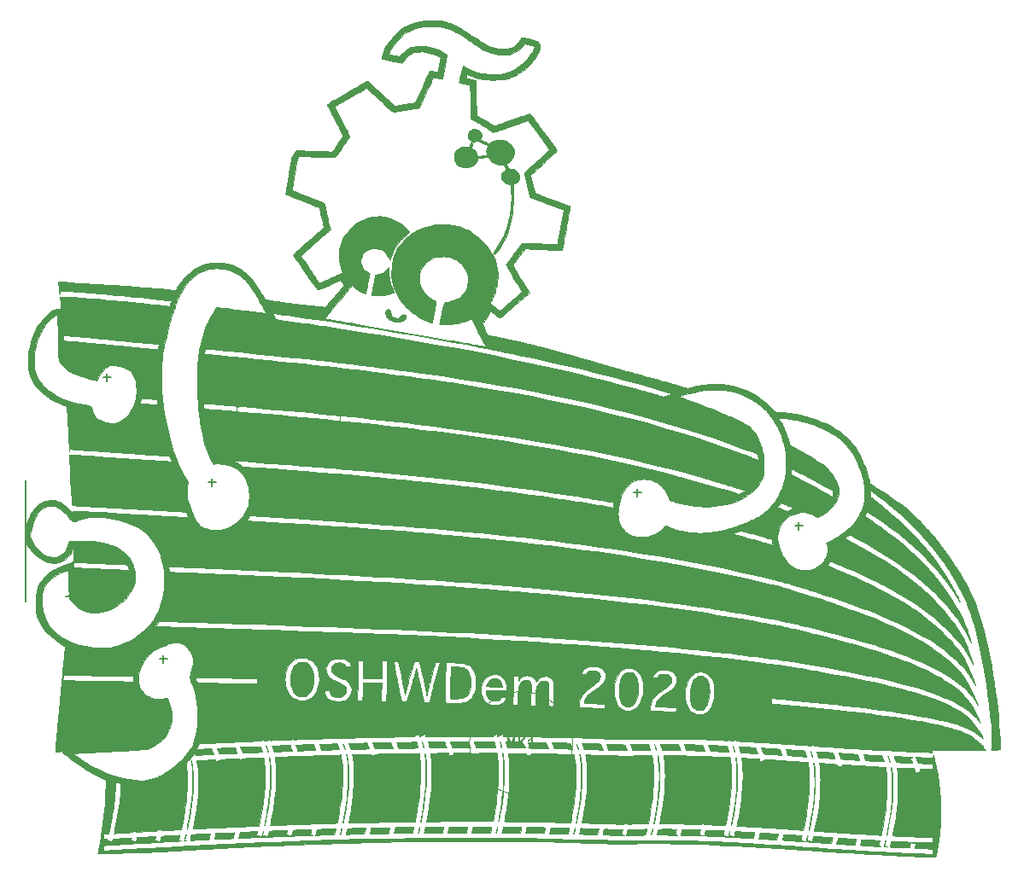
<source format=gto>
G04 #@! TF.GenerationSoftware,KiCad,Pcbnew,(5.1.5-0-10_14)*
G04 #@! TF.CreationDate,2020-11-16T18:29:34+01:00*
G04 #@! TF.ProjectId,badge_2020,62616467-655f-4323-9032-302e6b696361,rev?*
G04 #@! TF.SameCoordinates,Original*
G04 #@! TF.FileFunction,Legend,Top*
G04 #@! TF.FilePolarity,Positive*
%FSLAX46Y46*%
G04 Gerber Fmt 4.6, Leading zero omitted, Abs format (unit mm)*
G04 Created by KiCad (PCBNEW (5.1.5-0-10_14)) date 2020-11-16 18:29:34*
%MOMM*%
%LPD*%
G04 APERTURE LIST*
%ADD10C,0.010000*%
%ADD11C,0.150000*%
%ADD12C,0.120000*%
G04 APERTURE END LIST*
D10*
G36*
X170941819Y-71918103D02*
G01*
X171012779Y-71923941D01*
X171068551Y-71936770D01*
X171122683Y-71959139D01*
X171155049Y-71975579D01*
X171299008Y-72070403D01*
X171411090Y-72184210D01*
X171489439Y-72312330D01*
X171532200Y-72450099D01*
X171537518Y-72592846D01*
X171503537Y-72735906D01*
X171479181Y-72790875D01*
X171414721Y-72918571D01*
X171815732Y-73120278D01*
X171973835Y-73198882D01*
X172099127Y-73258597D01*
X172195969Y-73300801D01*
X172268717Y-73326870D01*
X172321730Y-73338180D01*
X172359366Y-73336110D01*
X172385983Y-73322035D01*
X172400851Y-73305127D01*
X172460405Y-73244467D01*
X172552883Y-73180625D01*
X172669665Y-73118550D01*
X172802130Y-73063193D01*
X172852951Y-73045549D01*
X173048264Y-72995882D01*
X173254489Y-72968956D01*
X173457799Y-72965608D01*
X173644366Y-72986672D01*
X173684447Y-72995294D01*
X173908650Y-73067481D01*
X174115053Y-73171006D01*
X174299998Y-73301987D01*
X174459828Y-73456540D01*
X174590883Y-73630783D01*
X174689506Y-73820833D01*
X174752039Y-74022807D01*
X174770730Y-74148290D01*
X174768490Y-74332014D01*
X174732355Y-74517854D01*
X174666288Y-74699191D01*
X174574256Y-74869400D01*
X174460222Y-75021863D01*
X174328153Y-75149956D01*
X174182013Y-75247058D01*
X174088233Y-75288040D01*
X173982379Y-75325318D01*
X174097072Y-75571005D01*
X174211766Y-75816692D01*
X174384317Y-75830838D01*
X174585778Y-75858913D01*
X174755437Y-75909110D01*
X174899208Y-75984333D01*
X175023008Y-76087488D01*
X175106754Y-76185520D01*
X175205952Y-76346858D01*
X175264899Y-76510102D01*
X175284398Y-76671365D01*
X175265251Y-76826762D01*
X175208259Y-76972405D01*
X175114223Y-77104408D01*
X174983945Y-77218885D01*
X174880642Y-77281829D01*
X174790485Y-77330073D01*
X174731181Y-77368360D01*
X174696269Y-77406729D01*
X174679288Y-77455216D01*
X174673776Y-77523860D01*
X174673284Y-77603991D01*
X174675865Y-77698525D01*
X174682908Y-77819928D01*
X174693362Y-77953096D01*
X174706176Y-78082925D01*
X174707286Y-78092836D01*
X174722679Y-78263998D01*
X174730277Y-78441782D01*
X174729914Y-78632947D01*
X174721421Y-78844251D01*
X174704629Y-79082450D01*
X174679370Y-79354303D01*
X174674783Y-79398963D01*
X174660321Y-79543081D01*
X174646327Y-79691299D01*
X174633925Y-79831087D01*
X174624237Y-79949915D01*
X174619745Y-80012797D01*
X174590949Y-80321404D01*
X174544254Y-80648618D01*
X174481630Y-80987029D01*
X174405047Y-81329228D01*
X174316473Y-81667805D01*
X174217878Y-81995351D01*
X174111233Y-82304457D01*
X173998506Y-82587713D01*
X173881667Y-82837710D01*
X173855597Y-82887526D01*
X173799499Y-82986545D01*
X173724988Y-83109470D01*
X173636542Y-83249645D01*
X173538639Y-83400414D01*
X173435757Y-83555121D01*
X173332374Y-83707108D01*
X173232969Y-83849720D01*
X173142018Y-83976301D01*
X173064000Y-84080193D01*
X173003392Y-84154741D01*
X173002138Y-84156172D01*
X172939711Y-84226544D01*
X172888171Y-84283350D01*
X172853461Y-84320122D01*
X172841655Y-84330797D01*
X172829859Y-84313237D01*
X172806688Y-84267831D01*
X172784868Y-84221233D01*
X172735151Y-84111669D01*
X172794687Y-84046608D01*
X172829296Y-84004975D01*
X172881551Y-83937449D01*
X172944806Y-83852808D01*
X173012416Y-83759830D01*
X173023687Y-83744076D01*
X173298885Y-83331086D01*
X173542998Y-82905790D01*
X173757524Y-82464370D01*
X173943962Y-82003006D01*
X174103809Y-81517881D01*
X174238562Y-81005176D01*
X174349720Y-80461071D01*
X174379209Y-80287963D01*
X174408001Y-80105815D01*
X174430797Y-79946799D01*
X174448804Y-79799167D01*
X174463228Y-79651173D01*
X174475275Y-79491069D01*
X174486152Y-79307107D01*
X174492315Y-79186578D01*
X174499638Y-79028465D01*
X174505697Y-78879603D01*
X174510289Y-78746607D01*
X174513207Y-78636095D01*
X174514249Y-78554684D01*
X174513231Y-78509244D01*
X174508973Y-78460986D01*
X174501309Y-78378038D01*
X174490942Y-78267842D01*
X174478574Y-78137841D01*
X174464908Y-77995479D01*
X174458008Y-77924058D01*
X174410502Y-77433404D01*
X174272018Y-77398750D01*
X174065127Y-77327572D01*
X173875349Y-77223738D01*
X173734477Y-77113318D01*
X173612855Y-76976927D01*
X173531637Y-76831034D01*
X173491290Y-76677376D01*
X173492282Y-76517688D01*
X173532161Y-76361388D01*
X173553283Y-76310639D01*
X173578869Y-76264672D01*
X173614161Y-76217442D01*
X173664399Y-76162906D01*
X173734824Y-76095020D01*
X173830676Y-76007741D01*
X173866980Y-75975259D01*
X173960259Y-75892011D01*
X173836116Y-75655821D01*
X173711973Y-75419630D01*
X173467670Y-75419262D01*
X173234134Y-75408663D01*
X173031177Y-75375330D01*
X172851699Y-75315823D01*
X172688598Y-75226704D01*
X172534774Y-75104536D01*
X172383126Y-74945878D01*
X172312148Y-74859701D01*
X172167818Y-74677577D01*
X172039426Y-74690043D01*
X171839224Y-74710123D01*
X171675044Y-74728172D01*
X171540675Y-74745071D01*
X171429904Y-74761701D01*
X171336521Y-74778942D01*
X171254314Y-74797674D01*
X171223258Y-74805759D01*
X171180144Y-74820228D01*
X171152468Y-74842100D01*
X171132038Y-74882340D01*
X171110658Y-74951914D01*
X171108647Y-74959127D01*
X171050162Y-75122887D01*
X170969402Y-75262160D01*
X170857621Y-75391308D01*
X170828151Y-75419644D01*
X170654544Y-75554023D01*
X170460977Y-75651107D01*
X170247634Y-75710834D01*
X170014701Y-75733139D01*
X169910784Y-75731319D01*
X169685618Y-75702001D01*
X169481127Y-75637915D01*
X169299743Y-75540567D01*
X169143895Y-75411461D01*
X169016012Y-75252101D01*
X168950867Y-75136788D01*
X168881237Y-74968600D01*
X168843229Y-74808737D01*
X168833607Y-74641500D01*
X168836202Y-74580558D01*
X168869373Y-74378066D01*
X168940252Y-74191601D01*
X169045972Y-74025123D01*
X169183664Y-73882591D01*
X169334720Y-73778782D01*
X170545784Y-73778782D01*
X170563189Y-73801397D01*
X170605544Y-73827027D01*
X170610065Y-73829083D01*
X170737552Y-73905854D01*
X170858018Y-74016620D01*
X170964751Y-74153041D01*
X171051037Y-74306782D01*
X171101825Y-74439919D01*
X171149034Y-74597139D01*
X171223118Y-74586122D01*
X171268583Y-74580355D01*
X171347447Y-74571379D01*
X171450977Y-74560145D01*
X171570443Y-74547608D01*
X171662374Y-74538212D01*
X171783033Y-74525417D01*
X171889367Y-74512997D01*
X171974064Y-74501899D01*
X172029815Y-74493068D01*
X172048701Y-74488245D01*
X172057495Y-74459527D01*
X172057917Y-74389631D01*
X172049967Y-74278879D01*
X172046721Y-74245327D01*
X172035927Y-74125842D01*
X172032493Y-74035733D01*
X172038064Y-73962431D01*
X172054285Y-73893365D01*
X172082802Y-73815968D01*
X172111786Y-73748218D01*
X172142895Y-73673057D01*
X172165614Y-73610002D01*
X172175503Y-73571500D01*
X172175618Y-73569229D01*
X172157196Y-73547950D01*
X172101649Y-73510844D01*
X172008546Y-73457667D01*
X171877463Y-73388176D01*
X171707971Y-73302128D01*
X171700676Y-73298483D01*
X171225735Y-73061291D01*
X171081551Y-73097293D01*
X170991766Y-73117027D01*
X170903031Y-73132198D01*
X170843855Y-73138755D01*
X170750343Y-73144213D01*
X170648063Y-73450574D01*
X170612515Y-73558422D01*
X170582336Y-73652590D01*
X170559874Y-73725546D01*
X170547476Y-73769758D01*
X170545784Y-73778782D01*
X169334720Y-73778782D01*
X169350461Y-73767965D01*
X169463870Y-73714007D01*
X169595965Y-73674688D01*
X169753839Y-73650351D01*
X169923299Y-73642045D01*
X170090149Y-73650816D01*
X170168615Y-73662013D01*
X170242543Y-73673676D01*
X170298553Y-73679608D01*
X170325225Y-73678629D01*
X170325690Y-73678280D01*
X170337157Y-73654384D01*
X170358995Y-73598997D01*
X170388147Y-73520775D01*
X170421558Y-73428376D01*
X170456175Y-73330457D01*
X170488941Y-73235673D01*
X170516802Y-73152684D01*
X170536703Y-73090144D01*
X170545589Y-73056712D01*
X170545784Y-73054596D01*
X170531662Y-73029778D01*
X170523140Y-73027797D01*
X170493974Y-73016574D01*
X170444019Y-72987850D01*
X170408833Y-72964731D01*
X170314218Y-72875493D01*
X170249537Y-72763186D01*
X170214996Y-72634881D01*
X170210801Y-72497649D01*
X170237159Y-72358560D01*
X170294276Y-72224685D01*
X170382357Y-72103095D01*
X170383649Y-72101689D01*
X170467133Y-72020220D01*
X170547423Y-71965886D01*
X170636560Y-71933829D01*
X170746585Y-71919191D01*
X170842118Y-71916707D01*
X170941819Y-71918103D01*
G37*
X170941819Y-71918103D02*
X171012779Y-71923941D01*
X171068551Y-71936770D01*
X171122683Y-71959139D01*
X171155049Y-71975579D01*
X171299008Y-72070403D01*
X171411090Y-72184210D01*
X171489439Y-72312330D01*
X171532200Y-72450099D01*
X171537518Y-72592846D01*
X171503537Y-72735906D01*
X171479181Y-72790875D01*
X171414721Y-72918571D01*
X171815732Y-73120278D01*
X171973835Y-73198882D01*
X172099127Y-73258597D01*
X172195969Y-73300801D01*
X172268717Y-73326870D01*
X172321730Y-73338180D01*
X172359366Y-73336110D01*
X172385983Y-73322035D01*
X172400851Y-73305127D01*
X172460405Y-73244467D01*
X172552883Y-73180625D01*
X172669665Y-73118550D01*
X172802130Y-73063193D01*
X172852951Y-73045549D01*
X173048264Y-72995882D01*
X173254489Y-72968956D01*
X173457799Y-72965608D01*
X173644366Y-72986672D01*
X173684447Y-72995294D01*
X173908650Y-73067481D01*
X174115053Y-73171006D01*
X174299998Y-73301987D01*
X174459828Y-73456540D01*
X174590883Y-73630783D01*
X174689506Y-73820833D01*
X174752039Y-74022807D01*
X174770730Y-74148290D01*
X174768490Y-74332014D01*
X174732355Y-74517854D01*
X174666288Y-74699191D01*
X174574256Y-74869400D01*
X174460222Y-75021863D01*
X174328153Y-75149956D01*
X174182013Y-75247058D01*
X174088233Y-75288040D01*
X173982379Y-75325318D01*
X174097072Y-75571005D01*
X174211766Y-75816692D01*
X174384317Y-75830838D01*
X174585778Y-75858913D01*
X174755437Y-75909110D01*
X174899208Y-75984333D01*
X175023008Y-76087488D01*
X175106754Y-76185520D01*
X175205952Y-76346858D01*
X175264899Y-76510102D01*
X175284398Y-76671365D01*
X175265251Y-76826762D01*
X175208259Y-76972405D01*
X175114223Y-77104408D01*
X174983945Y-77218885D01*
X174880642Y-77281829D01*
X174790485Y-77330073D01*
X174731181Y-77368360D01*
X174696269Y-77406729D01*
X174679288Y-77455216D01*
X174673776Y-77523860D01*
X174673284Y-77603991D01*
X174675865Y-77698525D01*
X174682908Y-77819928D01*
X174693362Y-77953096D01*
X174706176Y-78082925D01*
X174707286Y-78092836D01*
X174722679Y-78263998D01*
X174730277Y-78441782D01*
X174729914Y-78632947D01*
X174721421Y-78844251D01*
X174704629Y-79082450D01*
X174679370Y-79354303D01*
X174674783Y-79398963D01*
X174660321Y-79543081D01*
X174646327Y-79691299D01*
X174633925Y-79831087D01*
X174624237Y-79949915D01*
X174619745Y-80012797D01*
X174590949Y-80321404D01*
X174544254Y-80648618D01*
X174481630Y-80987029D01*
X174405047Y-81329228D01*
X174316473Y-81667805D01*
X174217878Y-81995351D01*
X174111233Y-82304457D01*
X173998506Y-82587713D01*
X173881667Y-82837710D01*
X173855597Y-82887526D01*
X173799499Y-82986545D01*
X173724988Y-83109470D01*
X173636542Y-83249645D01*
X173538639Y-83400414D01*
X173435757Y-83555121D01*
X173332374Y-83707108D01*
X173232969Y-83849720D01*
X173142018Y-83976301D01*
X173064000Y-84080193D01*
X173003392Y-84154741D01*
X173002138Y-84156172D01*
X172939711Y-84226544D01*
X172888171Y-84283350D01*
X172853461Y-84320122D01*
X172841655Y-84330797D01*
X172829859Y-84313237D01*
X172806688Y-84267831D01*
X172784868Y-84221233D01*
X172735151Y-84111669D01*
X172794687Y-84046608D01*
X172829296Y-84004975D01*
X172881551Y-83937449D01*
X172944806Y-83852808D01*
X173012416Y-83759830D01*
X173023687Y-83744076D01*
X173298885Y-83331086D01*
X173542998Y-82905790D01*
X173757524Y-82464370D01*
X173943962Y-82003006D01*
X174103809Y-81517881D01*
X174238562Y-81005176D01*
X174349720Y-80461071D01*
X174379209Y-80287963D01*
X174408001Y-80105815D01*
X174430797Y-79946799D01*
X174448804Y-79799167D01*
X174463228Y-79651173D01*
X174475275Y-79491069D01*
X174486152Y-79307107D01*
X174492315Y-79186578D01*
X174499638Y-79028465D01*
X174505697Y-78879603D01*
X174510289Y-78746607D01*
X174513207Y-78636095D01*
X174514249Y-78554684D01*
X174513231Y-78509244D01*
X174508973Y-78460986D01*
X174501309Y-78378038D01*
X174490942Y-78267842D01*
X174478574Y-78137841D01*
X174464908Y-77995479D01*
X174458008Y-77924058D01*
X174410502Y-77433404D01*
X174272018Y-77398750D01*
X174065127Y-77327572D01*
X173875349Y-77223738D01*
X173734477Y-77113318D01*
X173612855Y-76976927D01*
X173531637Y-76831034D01*
X173491290Y-76677376D01*
X173492282Y-76517688D01*
X173532161Y-76361388D01*
X173553283Y-76310639D01*
X173578869Y-76264672D01*
X173614161Y-76217442D01*
X173664399Y-76162906D01*
X173734824Y-76095020D01*
X173830676Y-76007741D01*
X173866980Y-75975259D01*
X173960259Y-75892011D01*
X173836116Y-75655821D01*
X173711973Y-75419630D01*
X173467670Y-75419262D01*
X173234134Y-75408663D01*
X173031177Y-75375330D01*
X172851699Y-75315823D01*
X172688598Y-75226704D01*
X172534774Y-75104536D01*
X172383126Y-74945878D01*
X172312148Y-74859701D01*
X172167818Y-74677577D01*
X172039426Y-74690043D01*
X171839224Y-74710123D01*
X171675044Y-74728172D01*
X171540675Y-74745071D01*
X171429904Y-74761701D01*
X171336521Y-74778942D01*
X171254314Y-74797674D01*
X171223258Y-74805759D01*
X171180144Y-74820228D01*
X171152468Y-74842100D01*
X171132038Y-74882340D01*
X171110658Y-74951914D01*
X171108647Y-74959127D01*
X171050162Y-75122887D01*
X170969402Y-75262160D01*
X170857621Y-75391308D01*
X170828151Y-75419644D01*
X170654544Y-75554023D01*
X170460977Y-75651107D01*
X170247634Y-75710834D01*
X170014701Y-75733139D01*
X169910784Y-75731319D01*
X169685618Y-75702001D01*
X169481127Y-75637915D01*
X169299743Y-75540567D01*
X169143895Y-75411461D01*
X169016012Y-75252101D01*
X168950867Y-75136788D01*
X168881237Y-74968600D01*
X168843229Y-74808737D01*
X168833607Y-74641500D01*
X168836202Y-74580558D01*
X168869373Y-74378066D01*
X168940252Y-74191601D01*
X169045972Y-74025123D01*
X169183664Y-73882591D01*
X169334720Y-73778782D01*
X170545784Y-73778782D01*
X170563189Y-73801397D01*
X170605544Y-73827027D01*
X170610065Y-73829083D01*
X170737552Y-73905854D01*
X170858018Y-74016620D01*
X170964751Y-74153041D01*
X171051037Y-74306782D01*
X171101825Y-74439919D01*
X171149034Y-74597139D01*
X171223118Y-74586122D01*
X171268583Y-74580355D01*
X171347447Y-74571379D01*
X171450977Y-74560145D01*
X171570443Y-74547608D01*
X171662374Y-74538212D01*
X171783033Y-74525417D01*
X171889367Y-74512997D01*
X171974064Y-74501899D01*
X172029815Y-74493068D01*
X172048701Y-74488245D01*
X172057495Y-74459527D01*
X172057917Y-74389631D01*
X172049967Y-74278879D01*
X172046721Y-74245327D01*
X172035927Y-74125842D01*
X172032493Y-74035733D01*
X172038064Y-73962431D01*
X172054285Y-73893365D01*
X172082802Y-73815968D01*
X172111786Y-73748218D01*
X172142895Y-73673057D01*
X172165614Y-73610002D01*
X172175503Y-73571500D01*
X172175618Y-73569229D01*
X172157196Y-73547950D01*
X172101649Y-73510844D01*
X172008546Y-73457667D01*
X171877463Y-73388176D01*
X171707971Y-73302128D01*
X171700676Y-73298483D01*
X171225735Y-73061291D01*
X171081551Y-73097293D01*
X170991766Y-73117027D01*
X170903031Y-73132198D01*
X170843855Y-73138755D01*
X170750343Y-73144213D01*
X170648063Y-73450574D01*
X170612515Y-73558422D01*
X170582336Y-73652590D01*
X170559874Y-73725546D01*
X170547476Y-73769758D01*
X170545784Y-73778782D01*
X169334720Y-73778782D01*
X169350461Y-73767965D01*
X169463870Y-73714007D01*
X169595965Y-73674688D01*
X169753839Y-73650351D01*
X169923299Y-73642045D01*
X170090149Y-73650816D01*
X170168615Y-73662013D01*
X170242543Y-73673676D01*
X170298553Y-73679608D01*
X170325225Y-73678629D01*
X170325690Y-73678280D01*
X170337157Y-73654384D01*
X170358995Y-73598997D01*
X170388147Y-73520775D01*
X170421558Y-73428376D01*
X170456175Y-73330457D01*
X170488941Y-73235673D01*
X170516802Y-73152684D01*
X170536703Y-73090144D01*
X170545589Y-73056712D01*
X170545784Y-73054596D01*
X170531662Y-73029778D01*
X170523140Y-73027797D01*
X170493974Y-73016574D01*
X170444019Y-72987850D01*
X170408833Y-72964731D01*
X170314218Y-72875493D01*
X170249537Y-72763186D01*
X170214996Y-72634881D01*
X170210801Y-72497649D01*
X170237159Y-72358560D01*
X170294276Y-72224685D01*
X170382357Y-72103095D01*
X170383649Y-72101689D01*
X170467133Y-72020220D01*
X170547423Y-71965886D01*
X170636560Y-71933829D01*
X170746585Y-71919191D01*
X170842118Y-71916707D01*
X170941819Y-71918103D01*
G36*
X162347668Y-86017837D02*
G01*
X162374786Y-86332800D01*
X162414072Y-86623882D01*
X162468131Y-86902590D01*
X162539567Y-87180434D01*
X162630985Y-87468922D01*
X162744990Y-87779561D01*
X162748394Y-87788333D01*
X162788328Y-87891739D01*
X162822144Y-87980500D01*
X162847154Y-88047463D01*
X162860668Y-88085476D01*
X162862284Y-88091285D01*
X162843448Y-88108044D01*
X162792495Y-88134020D01*
X162717761Y-88165949D01*
X162627583Y-88200568D01*
X162530296Y-88234613D01*
X162434236Y-88264820D01*
X162381476Y-88279530D01*
X162160508Y-88329242D01*
X161916066Y-88369976D01*
X161659549Y-88400745D01*
X161402353Y-88420560D01*
X161155878Y-88428434D01*
X160931520Y-88423379D01*
X160821642Y-88414726D01*
X160737010Y-88405081D01*
X160669826Y-88395808D01*
X160630146Y-88388368D01*
X160623911Y-88385978D01*
X160626532Y-88364593D01*
X160636675Y-88306625D01*
X160653363Y-88216967D01*
X160675616Y-88100508D01*
X160702459Y-87962137D01*
X160732911Y-87806746D01*
X160765997Y-87639223D01*
X160800738Y-87464460D01*
X160836156Y-87287345D01*
X160871274Y-87112770D01*
X160905113Y-86945624D01*
X160936697Y-86790798D01*
X160965047Y-86653181D01*
X160989186Y-86537663D01*
X161008135Y-86449134D01*
X161020917Y-86392486D01*
X161026482Y-86372632D01*
X161047643Y-86366739D01*
X161102793Y-86352767D01*
X161184752Y-86332497D01*
X161286339Y-86307712D01*
X161347320Y-86292961D01*
X161512866Y-86251113D01*
X161645055Y-86211722D01*
X161752260Y-86170148D01*
X161842857Y-86121747D01*
X161925221Y-86061877D01*
X162007727Y-85985896D01*
X162098750Y-85889160D01*
X162121451Y-85863846D01*
X162322534Y-85638307D01*
X162347668Y-86017837D01*
G37*
X162347668Y-86017837D02*
X162374786Y-86332800D01*
X162414072Y-86623882D01*
X162468131Y-86902590D01*
X162539567Y-87180434D01*
X162630985Y-87468922D01*
X162744990Y-87779561D01*
X162748394Y-87788333D01*
X162788328Y-87891739D01*
X162822144Y-87980500D01*
X162847154Y-88047463D01*
X162860668Y-88085476D01*
X162862284Y-88091285D01*
X162843448Y-88108044D01*
X162792495Y-88134020D01*
X162717761Y-88165949D01*
X162627583Y-88200568D01*
X162530296Y-88234613D01*
X162434236Y-88264820D01*
X162381476Y-88279530D01*
X162160508Y-88329242D01*
X161916066Y-88369976D01*
X161659549Y-88400745D01*
X161402353Y-88420560D01*
X161155878Y-88428434D01*
X160931520Y-88423379D01*
X160821642Y-88414726D01*
X160737010Y-88405081D01*
X160669826Y-88395808D01*
X160630146Y-88388368D01*
X160623911Y-88385978D01*
X160626532Y-88364593D01*
X160636675Y-88306625D01*
X160653363Y-88216967D01*
X160675616Y-88100508D01*
X160702459Y-87962137D01*
X160732911Y-87806746D01*
X160765997Y-87639223D01*
X160800738Y-87464460D01*
X160836156Y-87287345D01*
X160871274Y-87112770D01*
X160905113Y-86945624D01*
X160936697Y-86790798D01*
X160965047Y-86653181D01*
X160989186Y-86537663D01*
X161008135Y-86449134D01*
X161020917Y-86392486D01*
X161026482Y-86372632D01*
X161047643Y-86366739D01*
X161102793Y-86352767D01*
X161184752Y-86332497D01*
X161286339Y-86307712D01*
X161347320Y-86292961D01*
X161512866Y-86251113D01*
X161645055Y-86211722D01*
X161752260Y-86170148D01*
X161842857Y-86121747D01*
X161925221Y-86061877D01*
X162007727Y-85985896D01*
X162098750Y-85889160D01*
X162121451Y-85863846D01*
X162322534Y-85638307D01*
X162347668Y-86017837D01*
G36*
X162318474Y-89772501D02*
G01*
X162383910Y-89797548D01*
X162433897Y-89834546D01*
X162472843Y-89890491D01*
X162505155Y-89972377D01*
X162535243Y-90087200D01*
X162545162Y-90132229D01*
X162583073Y-90279654D01*
X162627754Y-90392017D01*
X162682904Y-90476483D01*
X162752224Y-90540211D01*
X162758126Y-90544374D01*
X162868104Y-90602604D01*
X162995291Y-90641533D01*
X163126613Y-90659208D01*
X163248992Y-90653680D01*
X163333922Y-90630282D01*
X163379513Y-90601734D01*
X163442343Y-90550911D01*
X163511353Y-90487022D01*
X163536670Y-90461468D01*
X163624565Y-90377548D01*
X163698655Y-90326256D01*
X163767834Y-90304487D01*
X163840996Y-90309137D01*
X163910983Y-90330784D01*
X163998990Y-90377335D01*
X164049950Y-90438231D01*
X164068234Y-90519060D01*
X164068436Y-90532048D01*
X164047969Y-90631085D01*
X163991265Y-90730146D01*
X163904011Y-90823377D01*
X163791892Y-90904926D01*
X163660595Y-90968938D01*
X163634868Y-90978318D01*
X163511402Y-91008952D01*
X163362535Y-91027270D01*
X163203581Y-91032548D01*
X163049855Y-91024062D01*
X162957534Y-91010340D01*
X162724795Y-90947846D01*
X162522870Y-90858797D01*
X162352829Y-90743922D01*
X162215742Y-90603952D01*
X162112681Y-90439614D01*
X162109041Y-90432039D01*
X162063128Y-90307879D01*
X162040627Y-90184291D01*
X162039763Y-90066860D01*
X162058761Y-89961175D01*
X162095848Y-89872822D01*
X162149249Y-89807389D01*
X162217191Y-89770462D01*
X162297899Y-89767630D01*
X162318474Y-89772501D01*
G37*
X162318474Y-89772501D02*
X162383910Y-89797548D01*
X162433897Y-89834546D01*
X162472843Y-89890491D01*
X162505155Y-89972377D01*
X162535243Y-90087200D01*
X162545162Y-90132229D01*
X162583073Y-90279654D01*
X162627754Y-90392017D01*
X162682904Y-90476483D01*
X162752224Y-90540211D01*
X162758126Y-90544374D01*
X162868104Y-90602604D01*
X162995291Y-90641533D01*
X163126613Y-90659208D01*
X163248992Y-90653680D01*
X163333922Y-90630282D01*
X163379513Y-90601734D01*
X163442343Y-90550911D01*
X163511353Y-90487022D01*
X163536670Y-90461468D01*
X163624565Y-90377548D01*
X163698655Y-90326256D01*
X163767834Y-90304487D01*
X163840996Y-90309137D01*
X163910983Y-90330784D01*
X163998990Y-90377335D01*
X164049950Y-90438231D01*
X164068234Y-90519060D01*
X164068436Y-90532048D01*
X164047969Y-90631085D01*
X163991265Y-90730146D01*
X163904011Y-90823377D01*
X163791892Y-90904926D01*
X163660595Y-90968938D01*
X163634868Y-90978318D01*
X163511402Y-91008952D01*
X163362535Y-91027270D01*
X163203581Y-91032548D01*
X163049855Y-91024062D01*
X162957534Y-91010340D01*
X162724795Y-90947846D01*
X162522870Y-90858797D01*
X162352829Y-90743922D01*
X162215742Y-90603952D01*
X162112681Y-90439614D01*
X162109041Y-90432039D01*
X162063128Y-90307879D01*
X162040627Y-90184291D01*
X162039763Y-90066860D01*
X162058761Y-89961175D01*
X162095848Y-89872822D01*
X162149249Y-89807389D01*
X162217191Y-89770462D01*
X162297899Y-89767630D01*
X162318474Y-89772501D01*
G36*
X145188118Y-89675380D02*
G01*
X145177534Y-89685963D01*
X145166951Y-89675380D01*
X145177534Y-89664797D01*
X145188118Y-89675380D01*
G37*
X145188118Y-89675380D02*
X145177534Y-89685963D01*
X145166951Y-89675380D01*
X145177534Y-89664797D01*
X145188118Y-89675380D01*
G36*
X130477284Y-115710380D02*
G01*
X130466701Y-115720963D01*
X130456118Y-115710380D01*
X130466701Y-115699797D01*
X130477284Y-115710380D01*
G37*
X130477284Y-115710380D02*
X130466701Y-115720963D01*
X130456118Y-115710380D01*
X130466701Y-115699797D01*
X130477284Y-115710380D01*
G36*
X153914110Y-124780476D02*
G01*
X154110467Y-124827661D01*
X154286967Y-124912208D01*
X154443512Y-125034039D01*
X154580004Y-125193079D01*
X154696346Y-125389251D01*
X154702049Y-125400890D01*
X154765438Y-125542134D01*
X154813757Y-125677228D01*
X154849120Y-125816111D01*
X154873639Y-125968722D01*
X154889425Y-126145002D01*
X154897556Y-126320884D01*
X154900910Y-126549630D01*
X154894191Y-126747539D01*
X154876356Y-126925135D01*
X154846362Y-127092939D01*
X154804822Y-127255752D01*
X154735073Y-127451942D01*
X154644377Y-127636187D01*
X154537405Y-127801710D01*
X154418824Y-127941735D01*
X154293304Y-128049483D01*
X154231458Y-128088021D01*
X154063115Y-128157897D01*
X153876158Y-128198134D01*
X153683596Y-128207239D01*
X153498434Y-128183720D01*
X153466499Y-128175800D01*
X153279277Y-128104246D01*
X153113009Y-127996052D01*
X152967913Y-127851485D01*
X152844206Y-127670810D01*
X152742105Y-127454294D01*
X152661828Y-127202203D01*
X152657211Y-127183954D01*
X152634784Y-127065232D01*
X152617385Y-126915587D01*
X152605437Y-126746180D01*
X152599364Y-126568171D01*
X152599588Y-126392721D01*
X152606535Y-126230988D01*
X152616899Y-126121480D01*
X152666009Y-125843899D01*
X152739076Y-125594947D01*
X152834756Y-125376013D01*
X152951705Y-125188486D01*
X153088579Y-125033758D01*
X153244034Y-124913216D01*
X153416725Y-124828251D01*
X153605308Y-124780252D01*
X153808439Y-124770609D01*
X153914110Y-124780476D01*
G37*
X153914110Y-124780476D02*
X154110467Y-124827661D01*
X154286967Y-124912208D01*
X154443512Y-125034039D01*
X154580004Y-125193079D01*
X154696346Y-125389251D01*
X154702049Y-125400890D01*
X154765438Y-125542134D01*
X154813757Y-125677228D01*
X154849120Y-125816111D01*
X154873639Y-125968722D01*
X154889425Y-126145002D01*
X154897556Y-126320884D01*
X154900910Y-126549630D01*
X154894191Y-126747539D01*
X154876356Y-126925135D01*
X154846362Y-127092939D01*
X154804822Y-127255752D01*
X154735073Y-127451942D01*
X154644377Y-127636187D01*
X154537405Y-127801710D01*
X154418824Y-127941735D01*
X154293304Y-128049483D01*
X154231458Y-128088021D01*
X154063115Y-128157897D01*
X153876158Y-128198134D01*
X153683596Y-128207239D01*
X153498434Y-128183720D01*
X153466499Y-128175800D01*
X153279277Y-128104246D01*
X153113009Y-127996052D01*
X152967913Y-127851485D01*
X152844206Y-127670810D01*
X152742105Y-127454294D01*
X152661828Y-127202203D01*
X152657211Y-127183954D01*
X152634784Y-127065232D01*
X152617385Y-126915587D01*
X152605437Y-126746180D01*
X152599364Y-126568171D01*
X152599588Y-126392721D01*
X152606535Y-126230988D01*
X152616899Y-126121480D01*
X152666009Y-125843899D01*
X152739076Y-125594947D01*
X152834756Y-125376013D01*
X152951705Y-125188486D01*
X153088579Y-125033758D01*
X153244034Y-124913216D01*
X153416725Y-124828251D01*
X153605308Y-124780252D01*
X153808439Y-124770609D01*
X153914110Y-124780476D01*
G36*
X168675754Y-125246391D02*
G01*
X168785151Y-125248656D01*
X168911638Y-125252176D01*
X168942409Y-125253152D01*
X169186557Y-125264597D01*
X169393624Y-125282705D01*
X169568536Y-125308871D01*
X169716217Y-125344492D01*
X169841591Y-125390965D01*
X169949583Y-125449685D01*
X170045118Y-125522049D01*
X170109637Y-125584098D01*
X170236462Y-125747320D01*
X170336987Y-125943136D01*
X170411015Y-126170812D01*
X170458351Y-126429614D01*
X170478800Y-126718810D01*
X170476243Y-126958360D01*
X170451210Y-127252182D01*
X170401972Y-127511626D01*
X170328159Y-127737295D01*
X170229406Y-127929792D01*
X170105347Y-128089723D01*
X169955614Y-128217689D01*
X169779840Y-128314296D01*
X169618976Y-128369744D01*
X169544822Y-128383306D01*
X169436103Y-128394605D01*
X169300543Y-128403353D01*
X169145865Y-128409258D01*
X168979792Y-128412032D01*
X168810047Y-128411383D01*
X168644354Y-128407023D01*
X168635493Y-128406669D01*
X168429118Y-128398264D01*
X168429675Y-128160905D01*
X168430343Y-128114581D01*
X168432136Y-128031503D01*
X168434931Y-127916059D01*
X168438600Y-127772637D01*
X168443019Y-127605626D01*
X168448060Y-127419414D01*
X168453600Y-127218390D01*
X168459511Y-127006943D01*
X168465669Y-126789460D01*
X168471947Y-126570331D01*
X168478220Y-126353944D01*
X168484362Y-126144687D01*
X168490247Y-125946950D01*
X168495749Y-125765119D01*
X168500743Y-125603585D01*
X168505103Y-125466735D01*
X168508704Y-125358959D01*
X168511418Y-125284643D01*
X168513122Y-125248178D01*
X168513143Y-125247894D01*
X168533447Y-125245933D01*
X168589752Y-125245457D01*
X168675754Y-125246391D01*
G37*
X168675754Y-125246391D02*
X168785151Y-125248656D01*
X168911638Y-125252176D01*
X168942409Y-125253152D01*
X169186557Y-125264597D01*
X169393624Y-125282705D01*
X169568536Y-125308871D01*
X169716217Y-125344492D01*
X169841591Y-125390965D01*
X169949583Y-125449685D01*
X170045118Y-125522049D01*
X170109637Y-125584098D01*
X170236462Y-125747320D01*
X170336987Y-125943136D01*
X170411015Y-126170812D01*
X170458351Y-126429614D01*
X170478800Y-126718810D01*
X170476243Y-126958360D01*
X170451210Y-127252182D01*
X170401972Y-127511626D01*
X170328159Y-127737295D01*
X170229406Y-127929792D01*
X170105347Y-128089723D01*
X169955614Y-128217689D01*
X169779840Y-128314296D01*
X169618976Y-128369744D01*
X169544822Y-128383306D01*
X169436103Y-128394605D01*
X169300543Y-128403353D01*
X169145865Y-128409258D01*
X168979792Y-128412032D01*
X168810047Y-128411383D01*
X168644354Y-128407023D01*
X168635493Y-128406669D01*
X168429118Y-128398264D01*
X168429675Y-128160905D01*
X168430343Y-128114581D01*
X168432136Y-128031503D01*
X168434931Y-127916059D01*
X168438600Y-127772637D01*
X168443019Y-127605626D01*
X168448060Y-127419414D01*
X168453600Y-127218390D01*
X168459511Y-127006943D01*
X168465669Y-126789460D01*
X168471947Y-126570331D01*
X168478220Y-126353944D01*
X168484362Y-126144687D01*
X168490247Y-125946950D01*
X168495749Y-125765119D01*
X168500743Y-125603585D01*
X168505103Y-125466735D01*
X168508704Y-125358959D01*
X168511418Y-125284643D01*
X168513122Y-125248178D01*
X168513143Y-125247894D01*
X168533447Y-125245933D01*
X168589752Y-125245457D01*
X168675754Y-125246391D01*
G36*
X172917858Y-126420051D02*
G01*
X173073686Y-126455954D01*
X173218785Y-126519752D01*
X173342320Y-126607165D01*
X173401263Y-126668773D01*
X173458892Y-126760454D01*
X173509544Y-126878783D01*
X173547491Y-127008091D01*
X173565878Y-127119068D01*
X173578739Y-127256797D01*
X173464553Y-127253067D01*
X173414924Y-127251492D01*
X173329265Y-127248823D01*
X173213859Y-127245254D01*
X173074991Y-127240979D01*
X172918944Y-127236192D01*
X172752002Y-127231086D01*
X172686596Y-127229090D01*
X172022824Y-127208841D01*
X172034919Y-127134309D01*
X172049921Y-127079135D01*
X172078490Y-127001594D01*
X172114900Y-126917001D01*
X172121172Y-126903620D01*
X172215875Y-126745650D01*
X172335296Y-126613515D01*
X172473841Y-126511465D01*
X172625920Y-126443752D01*
X172762141Y-126416323D01*
X172917858Y-126420051D01*
G37*
X172917858Y-126420051D02*
X173073686Y-126455954D01*
X173218785Y-126519752D01*
X173342320Y-126607165D01*
X173401263Y-126668773D01*
X173458892Y-126760454D01*
X173509544Y-126878783D01*
X173547491Y-127008091D01*
X173565878Y-127119068D01*
X173578739Y-127256797D01*
X173464553Y-127253067D01*
X173414924Y-127251492D01*
X173329265Y-127248823D01*
X173213859Y-127245254D01*
X173074991Y-127240979D01*
X172918944Y-127236192D01*
X172752002Y-127231086D01*
X172686596Y-127229090D01*
X172022824Y-127208841D01*
X172034919Y-127134309D01*
X172049921Y-127079135D01*
X172078490Y-127001594D01*
X172114900Y-126917001D01*
X172121172Y-126903620D01*
X172215875Y-126745650D01*
X172335296Y-126613515D01*
X172473841Y-126511465D01*
X172625920Y-126443752D01*
X172762141Y-126416323D01*
X172917858Y-126420051D01*
G36*
X186266015Y-125786960D02*
G01*
X186337333Y-125792727D01*
X186396023Y-125806054D01*
X186456924Y-125829982D01*
X186512380Y-125856418D01*
X186652166Y-125947054D01*
X186768892Y-126070719D01*
X186864146Y-126229308D01*
X186905435Y-126325463D01*
X186971449Y-126517332D01*
X187019751Y-126705907D01*
X187052154Y-126902226D01*
X187070474Y-127117326D01*
X187076525Y-127362244D01*
X187076532Y-127366390D01*
X187064764Y-127695395D01*
X187027573Y-127997226D01*
X186963528Y-128279591D01*
X186871194Y-128550197D01*
X186844423Y-128614814D01*
X186751149Y-128802593D01*
X186647790Y-128951731D01*
X186531549Y-129065285D01*
X186399626Y-129146317D01*
X186333689Y-129173237D01*
X186264414Y-129188537D01*
X186168659Y-129198275D01*
X186061769Y-129202097D01*
X185959088Y-129199652D01*
X185875964Y-129190589D01*
X185849284Y-129184336D01*
X185719311Y-129126287D01*
X185592576Y-129036790D01*
X185480787Y-128925878D01*
X185395650Y-128803580D01*
X185388023Y-128789095D01*
X185347093Y-128694371D01*
X185303789Y-128570005D01*
X185261782Y-128428257D01*
X185224741Y-128281383D01*
X185199461Y-128159252D01*
X185181558Y-128024262D01*
X185170057Y-127859664D01*
X185164954Y-127677697D01*
X185166246Y-127490599D01*
X185173928Y-127310607D01*
X185187995Y-127149961D01*
X185199821Y-127066045D01*
X185247970Y-126832363D01*
X185310207Y-126611285D01*
X185384030Y-126409053D01*
X185466937Y-126231914D01*
X185556428Y-126086110D01*
X185626555Y-126000876D01*
X185700837Y-125935104D01*
X185788234Y-125873730D01*
X185845357Y-125842126D01*
X185910521Y-125814370D01*
X185970543Y-125797414D01*
X186039786Y-125788742D01*
X186132615Y-125785837D01*
X186167229Y-125785713D01*
X186266015Y-125786960D01*
G37*
X186266015Y-125786960D02*
X186337333Y-125792727D01*
X186396023Y-125806054D01*
X186456924Y-125829982D01*
X186512380Y-125856418D01*
X186652166Y-125947054D01*
X186768892Y-126070719D01*
X186864146Y-126229308D01*
X186905435Y-126325463D01*
X186971449Y-126517332D01*
X187019751Y-126705907D01*
X187052154Y-126902226D01*
X187070474Y-127117326D01*
X187076525Y-127362244D01*
X187076532Y-127366390D01*
X187064764Y-127695395D01*
X187027573Y-127997226D01*
X186963528Y-128279591D01*
X186871194Y-128550197D01*
X186844423Y-128614814D01*
X186751149Y-128802593D01*
X186647790Y-128951731D01*
X186531549Y-129065285D01*
X186399626Y-129146317D01*
X186333689Y-129173237D01*
X186264414Y-129188537D01*
X186168659Y-129198275D01*
X186061769Y-129202097D01*
X185959088Y-129199652D01*
X185875964Y-129190589D01*
X185849284Y-129184336D01*
X185719311Y-129126287D01*
X185592576Y-129036790D01*
X185480787Y-128925878D01*
X185395650Y-128803580D01*
X185388023Y-128789095D01*
X185347093Y-128694371D01*
X185303789Y-128570005D01*
X185261782Y-128428257D01*
X185224741Y-128281383D01*
X185199461Y-128159252D01*
X185181558Y-128024262D01*
X185170057Y-127859664D01*
X185164954Y-127677697D01*
X185166246Y-127490599D01*
X185173928Y-127310607D01*
X185187995Y-127149961D01*
X185199821Y-127066045D01*
X185247970Y-126832363D01*
X185310207Y-126611285D01*
X185384030Y-126409053D01*
X185466937Y-126231914D01*
X185556428Y-126086110D01*
X185626555Y-126000876D01*
X185700837Y-125935104D01*
X185788234Y-125873730D01*
X185845357Y-125842126D01*
X185910521Y-125814370D01*
X185970543Y-125797414D01*
X186039786Y-125788742D01*
X186132615Y-125785837D01*
X186167229Y-125785713D01*
X186266015Y-125786960D01*
G36*
X193339496Y-126169049D02*
G01*
X193414781Y-126176006D01*
X193476801Y-126190595D01*
X193540055Y-126215366D01*
X193558615Y-126223846D01*
X193696921Y-126309519D01*
X193816379Y-126429448D01*
X193917432Y-126584521D01*
X194000522Y-126775627D01*
X194066094Y-127003655D01*
X194114589Y-127269496D01*
X194126743Y-127364150D01*
X194143941Y-127606159D01*
X194141445Y-127856507D01*
X194120657Y-128109170D01*
X194082980Y-128358123D01*
X194029815Y-128597343D01*
X193962564Y-128820806D01*
X193882629Y-129022487D01*
X193791412Y-129196365D01*
X193690316Y-129336413D01*
X193660152Y-129369026D01*
X193559382Y-129460213D01*
X193460916Y-129521691D01*
X193352309Y-129558598D01*
X193221118Y-129576073D01*
X193151784Y-129578958D01*
X193057523Y-129579140D01*
X192974096Y-129575921D01*
X192914208Y-129569933D01*
X192897647Y-129566292D01*
X192744982Y-129499721D01*
X192615545Y-129404369D01*
X192506799Y-129277325D01*
X192416207Y-129115676D01*
X192346760Y-128934033D01*
X192296354Y-128758994D01*
X192260305Y-128588894D01*
X192237347Y-128413006D01*
X192226213Y-128220602D01*
X192225637Y-128000952D01*
X192227464Y-127923547D01*
X192237993Y-127697084D01*
X192256790Y-127500663D01*
X192285852Y-127322459D01*
X192327172Y-127150648D01*
X192382745Y-126973406D01*
X192392417Y-126945668D01*
X192459206Y-126771038D01*
X192525864Y-126629573D01*
X192597277Y-126512406D01*
X192678333Y-126410666D01*
X192700281Y-126387017D01*
X192803343Y-126290859D01*
X192904250Y-126225770D01*
X193014816Y-126186907D01*
X193146853Y-126169427D01*
X193236451Y-126167174D01*
X193339496Y-126169049D01*
G37*
X193339496Y-126169049D02*
X193414781Y-126176006D01*
X193476801Y-126190595D01*
X193540055Y-126215366D01*
X193558615Y-126223846D01*
X193696921Y-126309519D01*
X193816379Y-126429448D01*
X193917432Y-126584521D01*
X194000522Y-126775627D01*
X194066094Y-127003655D01*
X194114589Y-127269496D01*
X194126743Y-127364150D01*
X194143941Y-127606159D01*
X194141445Y-127856507D01*
X194120657Y-128109170D01*
X194082980Y-128358123D01*
X194029815Y-128597343D01*
X193962564Y-128820806D01*
X193882629Y-129022487D01*
X193791412Y-129196365D01*
X193690316Y-129336413D01*
X193660152Y-129369026D01*
X193559382Y-129460213D01*
X193460916Y-129521691D01*
X193352309Y-129558598D01*
X193221118Y-129576073D01*
X193151784Y-129578958D01*
X193057523Y-129579140D01*
X192974096Y-129575921D01*
X192914208Y-129569933D01*
X192897647Y-129566292D01*
X192744982Y-129499721D01*
X192615545Y-129404369D01*
X192506799Y-129277325D01*
X192416207Y-129115676D01*
X192346760Y-128934033D01*
X192296354Y-128758994D01*
X192260305Y-128588894D01*
X192237347Y-128413006D01*
X192226213Y-128220602D01*
X192225637Y-128000952D01*
X192227464Y-127923547D01*
X192237993Y-127697084D01*
X192256790Y-127500663D01*
X192285852Y-127322459D01*
X192327172Y-127150648D01*
X192382745Y-126973406D01*
X192392417Y-126945668D01*
X192459206Y-126771038D01*
X192525864Y-126629573D01*
X192597277Y-126512406D01*
X192678333Y-126410666D01*
X192700281Y-126387017D01*
X192803343Y-126290859D01*
X192904250Y-126225770D01*
X193014816Y-126186907D01*
X193146853Y-126169427D01*
X193236451Y-126167174D01*
X193339496Y-126169049D01*
G36*
X218975118Y-118800713D02*
G01*
X218964534Y-118811297D01*
X218953951Y-118800713D01*
X218964534Y-118790130D01*
X218975118Y-118800713D01*
G37*
X218975118Y-118800713D02*
X218964534Y-118811297D01*
X218953951Y-118800713D01*
X218964534Y-118790130D01*
X218975118Y-118800713D01*
G36*
X220287451Y-125023713D02*
G01*
X220276868Y-125034297D01*
X220266284Y-125023713D01*
X220276868Y-125013130D01*
X220287451Y-125023713D01*
G37*
X220287451Y-125023713D02*
X220276868Y-125034297D01*
X220266284Y-125023713D01*
X220276868Y-125013130D01*
X220287451Y-125023713D01*
G36*
X220499118Y-127076880D02*
G01*
X220488534Y-127087463D01*
X220477951Y-127076880D01*
X220488534Y-127066297D01*
X220499118Y-127076880D01*
G37*
X220499118Y-127076880D02*
X220488534Y-127087463D01*
X220477951Y-127076880D01*
X220488534Y-127066297D01*
X220499118Y-127076880D01*
G36*
X220731951Y-129024213D02*
G01*
X220721368Y-129034797D01*
X220710784Y-129024213D01*
X220721368Y-129013630D01*
X220731951Y-129024213D01*
G37*
X220731951Y-129024213D02*
X220721368Y-129034797D01*
X220710784Y-129024213D01*
X220721368Y-129013630D01*
X220731951Y-129024213D01*
G36*
X157824618Y-132918880D02*
G01*
X157814034Y-132929463D01*
X157803451Y-132918880D01*
X157814034Y-132908297D01*
X157824618Y-132918880D01*
G37*
X157824618Y-132918880D02*
X157814034Y-132929463D01*
X157803451Y-132918880D01*
X157814034Y-132908297D01*
X157824618Y-132918880D01*
G36*
X188664451Y-132940047D02*
G01*
X188653868Y-132950630D01*
X188643284Y-132940047D01*
X188653868Y-132929463D01*
X188664451Y-132940047D01*
G37*
X188664451Y-132940047D02*
X188653868Y-132950630D01*
X188643284Y-132940047D01*
X188653868Y-132929463D01*
X188664451Y-132940047D01*
G36*
X180959784Y-132940047D02*
G01*
X180949201Y-132950630D01*
X180938618Y-132940047D01*
X180949201Y-132929463D01*
X180959784Y-132940047D01*
G37*
X180959784Y-132940047D02*
X180949201Y-132950630D01*
X180938618Y-132940047D01*
X180949201Y-132929463D01*
X180959784Y-132940047D01*
G36*
X157845784Y-132961213D02*
G01*
X157835201Y-132971797D01*
X157824618Y-132961213D01*
X157835201Y-132950630D01*
X157845784Y-132961213D01*
G37*
X157845784Y-132961213D02*
X157835201Y-132971797D01*
X157824618Y-132961213D01*
X157835201Y-132950630D01*
X157845784Y-132961213D01*
G36*
X188685618Y-132982380D02*
G01*
X188675034Y-132992963D01*
X188664451Y-132982380D01*
X188675034Y-132971797D01*
X188685618Y-132982380D01*
G37*
X188685618Y-132982380D02*
X188675034Y-132992963D01*
X188664451Y-132982380D01*
X188675034Y-132971797D01*
X188685618Y-132982380D01*
G36*
X173370567Y-132712984D02*
G01*
X173392941Y-132763312D01*
X173422602Y-132849510D01*
X173460210Y-132973474D01*
X173500227Y-133114672D01*
X173523165Y-133202956D01*
X173532998Y-133257336D01*
X173530441Y-133283921D01*
X173520642Y-133289297D01*
X173498985Y-133270518D01*
X173481009Y-133223406D01*
X173478156Y-133209922D01*
X173465905Y-133154070D01*
X173445605Y-133072490D01*
X173420680Y-132977831D01*
X173394555Y-132882746D01*
X173370653Y-132799885D01*
X173352400Y-132741900D01*
X173348718Y-132731714D01*
X173346293Y-132702454D01*
X173354821Y-132696630D01*
X173370567Y-132712984D01*
G37*
X173370567Y-132712984D02*
X173392941Y-132763312D01*
X173422602Y-132849510D01*
X173460210Y-132973474D01*
X173500227Y-133114672D01*
X173523165Y-133202956D01*
X173532998Y-133257336D01*
X173530441Y-133283921D01*
X173520642Y-133289297D01*
X173498985Y-133270518D01*
X173481009Y-133223406D01*
X173478156Y-133209922D01*
X173465905Y-133154070D01*
X173445605Y-133072490D01*
X173420680Y-132977831D01*
X173394555Y-132882746D01*
X173370653Y-132799885D01*
X173352400Y-132741900D01*
X173348718Y-132731714D01*
X173346293Y-132702454D01*
X173354821Y-132696630D01*
X173370567Y-132712984D01*
G36*
X172820443Y-132818338D02*
G01*
X172845415Y-132899686D01*
X172875396Y-133001462D01*
X172904377Y-133103222D01*
X172907560Y-133114672D01*
X172955954Y-133289297D01*
X171983038Y-133289297D01*
X171744244Y-133289057D01*
X171544807Y-133288286D01*
X171381754Y-133286903D01*
X171252111Y-133284827D01*
X171152905Y-133281979D01*
X171081162Y-133278279D01*
X171033909Y-133273646D01*
X171008172Y-133268001D01*
X171001119Y-133262838D01*
X170990476Y-133233402D01*
X170968315Y-133173279D01*
X170937950Y-133091431D01*
X170905208Y-133003547D01*
X170869794Y-132908208D01*
X170839180Y-132824932D01*
X170816826Y-132763189D01*
X170806573Y-132733672D01*
X170805806Y-132725059D01*
X170811778Y-132717892D01*
X170827989Y-132712039D01*
X170857939Y-132707366D01*
X170905128Y-132703742D01*
X170973056Y-132701035D01*
X171065223Y-132699113D01*
X171185131Y-132697843D01*
X171336278Y-132697095D01*
X171522165Y-132696735D01*
X171746292Y-132696631D01*
X171788283Y-132696630D01*
X172781720Y-132696630D01*
X172820443Y-132818338D01*
G37*
X172820443Y-132818338D02*
X172845415Y-132899686D01*
X172875396Y-133001462D01*
X172904377Y-133103222D01*
X172907560Y-133114672D01*
X172955954Y-133289297D01*
X171983038Y-133289297D01*
X171744244Y-133289057D01*
X171544807Y-133288286D01*
X171381754Y-133286903D01*
X171252111Y-133284827D01*
X171152905Y-133281979D01*
X171081162Y-133278279D01*
X171033909Y-133273646D01*
X171008172Y-133268001D01*
X171001119Y-133262838D01*
X170990476Y-133233402D01*
X170968315Y-133173279D01*
X170937950Y-133091431D01*
X170905208Y-133003547D01*
X170869794Y-132908208D01*
X170839180Y-132824932D01*
X170816826Y-132763189D01*
X170806573Y-132733672D01*
X170805806Y-132725059D01*
X170811778Y-132717892D01*
X170827989Y-132712039D01*
X170857939Y-132707366D01*
X170905128Y-132703742D01*
X170973056Y-132701035D01*
X171065223Y-132699113D01*
X171185131Y-132697843D01*
X171336278Y-132697095D01*
X171522165Y-132696735D01*
X171746292Y-132696631D01*
X171788283Y-132696630D01*
X172781720Y-132696630D01*
X172820443Y-132818338D01*
G36*
X170215462Y-132744255D02*
G01*
X170236392Y-132783897D01*
X170268242Y-132852112D01*
X170306382Y-132938101D01*
X170346184Y-133031063D01*
X170383019Y-133120196D01*
X170412257Y-133194701D01*
X170428656Y-133241672D01*
X170442804Y-133289297D01*
X169541130Y-133289297D01*
X169311782Y-133289035D01*
X169121688Y-133288190D01*
X168967772Y-133286674D01*
X168846959Y-133284395D01*
X168756171Y-133281266D01*
X168692333Y-133277196D01*
X168652368Y-133272097D01*
X168633201Y-133265878D01*
X168630588Y-133262838D01*
X168605797Y-133191852D01*
X168573272Y-133102787D01*
X168536978Y-133006023D01*
X168500878Y-132911941D01*
X168468935Y-132830921D01*
X168445114Y-132773345D01*
X168436610Y-132754838D01*
X168406864Y-132696630D01*
X170184975Y-132696630D01*
X170215462Y-132744255D01*
G37*
X170215462Y-132744255D02*
X170236392Y-132783897D01*
X170268242Y-132852112D01*
X170306382Y-132938101D01*
X170346184Y-133031063D01*
X170383019Y-133120196D01*
X170412257Y-133194701D01*
X170428656Y-133241672D01*
X170442804Y-133289297D01*
X169541130Y-133289297D01*
X169311782Y-133289035D01*
X169121688Y-133288190D01*
X168967772Y-133286674D01*
X168846959Y-133284395D01*
X168756171Y-133281266D01*
X168692333Y-133277196D01*
X168652368Y-133272097D01*
X168633201Y-133265878D01*
X168630588Y-133262838D01*
X168605797Y-133191852D01*
X168573272Y-133102787D01*
X168536978Y-133006023D01*
X168500878Y-132911941D01*
X168468935Y-132830921D01*
X168445114Y-132773345D01*
X168436610Y-132754838D01*
X168406864Y-132696630D01*
X170184975Y-132696630D01*
X170215462Y-132744255D01*
G36*
X167892037Y-132850088D02*
G01*
X167927997Y-132925075D01*
X167966806Y-133011708D01*
X168004399Y-133100145D01*
X168036710Y-133180543D01*
X168059673Y-133243057D01*
X168069221Y-133277845D01*
X168069284Y-133279196D01*
X168048865Y-133281401D01*
X167990598Y-133283440D01*
X167898969Y-133285260D01*
X167778462Y-133286806D01*
X167633563Y-133288025D01*
X167468757Y-133288863D01*
X167288529Y-133289267D01*
X167224371Y-133289297D01*
X166379459Y-133289297D01*
X166357247Y-133188755D01*
X166340896Y-133120331D01*
X166317309Y-133028407D01*
X166290927Y-132930175D01*
X166284249Y-132906048D01*
X166233462Y-132723882D01*
X166456166Y-132710256D01*
X166539779Y-132706495D01*
X166656992Y-132703131D01*
X166799075Y-132700316D01*
X166957294Y-132698200D01*
X167122919Y-132696932D01*
X167246811Y-132696630D01*
X167814752Y-132696630D01*
X167892037Y-132850088D01*
G37*
X167892037Y-132850088D02*
X167927997Y-132925075D01*
X167966806Y-133011708D01*
X168004399Y-133100145D01*
X168036710Y-133180543D01*
X168059673Y-133243057D01*
X168069221Y-133277845D01*
X168069284Y-133279196D01*
X168048865Y-133281401D01*
X167990598Y-133283440D01*
X167898969Y-133285260D01*
X167778462Y-133286806D01*
X167633563Y-133288025D01*
X167468757Y-133288863D01*
X167288529Y-133289267D01*
X167224371Y-133289297D01*
X166379459Y-133289297D01*
X166357247Y-133188755D01*
X166340896Y-133120331D01*
X166317309Y-133028407D01*
X166290927Y-132930175D01*
X166284249Y-132906048D01*
X166233462Y-132723882D01*
X166456166Y-132710256D01*
X166539779Y-132706495D01*
X166656992Y-132703131D01*
X166799075Y-132700316D01*
X166957294Y-132698200D01*
X167122919Y-132696932D01*
X167246811Y-132696630D01*
X167814752Y-132696630D01*
X167892037Y-132850088D01*
G36*
X174129629Y-132710902D02*
G01*
X174251537Y-132711815D01*
X174396868Y-132713217D01*
X174560897Y-132715072D01*
X174738897Y-132717344D01*
X174757363Y-132717594D01*
X175550526Y-132728380D01*
X175637605Y-132929463D01*
X175678795Y-133025474D01*
X175717616Y-133117528D01*
X175748343Y-133191974D01*
X175759730Y-133220505D01*
X175794775Y-133310463D01*
X175059404Y-133306461D01*
X174881116Y-133305290D01*
X174711247Y-133303797D01*
X174555726Y-133302061D01*
X174420480Y-133300163D01*
X174311436Y-133298184D01*
X174234522Y-133296205D01*
X174202326Y-133294821D01*
X174133212Y-133288739D01*
X174096403Y-133278660D01*
X174081873Y-133260155D01*
X174079604Y-133240615D01*
X174073439Y-133202359D01*
X174057463Y-133133678D01*
X174034172Y-133044649D01*
X174008907Y-132955078D01*
X173982737Y-132861553D01*
X173963229Y-132784372D01*
X173952284Y-132731632D01*
X173951712Y-132711458D01*
X173974991Y-132710688D01*
X174035872Y-132710515D01*
X174129629Y-132710902D01*
G37*
X174129629Y-132710902D02*
X174251537Y-132711815D01*
X174396868Y-132713217D01*
X174560897Y-132715072D01*
X174738897Y-132717344D01*
X174757363Y-132717594D01*
X175550526Y-132728380D01*
X175637605Y-132929463D01*
X175678795Y-133025474D01*
X175717616Y-133117528D01*
X175748343Y-133191974D01*
X175759730Y-133220505D01*
X175794775Y-133310463D01*
X175059404Y-133306461D01*
X174881116Y-133305290D01*
X174711247Y-133303797D01*
X174555726Y-133302061D01*
X174420480Y-133300163D01*
X174311436Y-133298184D01*
X174234522Y-133296205D01*
X174202326Y-133294821D01*
X174133212Y-133288739D01*
X174096403Y-133278660D01*
X174081873Y-133260155D01*
X174079604Y-133240615D01*
X174073439Y-133202359D01*
X174057463Y-133133678D01*
X174034172Y-133044649D01*
X174008907Y-132955078D01*
X173982737Y-132861553D01*
X173963229Y-132784372D01*
X173952284Y-132731632D01*
X173951712Y-132711458D01*
X173974991Y-132710688D01*
X174035872Y-132710515D01*
X174129629Y-132710902D01*
G36*
X165666939Y-132736701D02*
G01*
X165687206Y-132787347D01*
X165712846Y-132860636D01*
X165740977Y-132947468D01*
X165768716Y-133038743D01*
X165793182Y-133125362D01*
X165811490Y-133198224D01*
X165819076Y-133236022D01*
X165823380Y-133291062D01*
X165815368Y-133310474D01*
X165799644Y-133297436D01*
X165780809Y-133255126D01*
X165765960Y-133199338D01*
X165749096Y-133125839D01*
X165724932Y-133029566D01*
X165697994Y-132928396D01*
X165690957Y-132903005D01*
X165669881Y-132821976D01*
X165656538Y-132758945D01*
X165652675Y-132722897D01*
X165654927Y-132717797D01*
X165666939Y-132736701D01*
G37*
X165666939Y-132736701D02*
X165687206Y-132787347D01*
X165712846Y-132860636D01*
X165740977Y-132947468D01*
X165768716Y-133038743D01*
X165793182Y-133125362D01*
X165811490Y-133198224D01*
X165819076Y-133236022D01*
X165823380Y-133291062D01*
X165815368Y-133310474D01*
X165799644Y-133297436D01*
X165780809Y-133255126D01*
X165765960Y-133199338D01*
X165749096Y-133125839D01*
X165724932Y-133029566D01*
X165697994Y-132928396D01*
X165690957Y-132903005D01*
X165669881Y-132821976D01*
X165656538Y-132758945D01*
X165652675Y-132722897D01*
X165654927Y-132717797D01*
X165666939Y-132736701D01*
G36*
X165116328Y-132841257D02*
G01*
X165141201Y-132922282D01*
X165171002Y-133023466D01*
X165199639Y-133124094D01*
X165201968Y-133132476D01*
X165249438Y-133303739D01*
X164613330Y-133317685D01*
X164432652Y-133321372D01*
X164247223Y-133324666D01*
X164066473Y-133327433D01*
X163899830Y-133329542D01*
X163756723Y-133330860D01*
X163647295Y-133331255D01*
X163317368Y-133330881D01*
X163214762Y-133044041D01*
X163178798Y-132941740D01*
X163149379Y-132854658D01*
X163128849Y-132790009D01*
X163119554Y-132755007D01*
X163119512Y-132750918D01*
X163141515Y-132749392D01*
X163201633Y-132747497D01*
X163295650Y-132745309D01*
X163419352Y-132742906D01*
X163568521Y-132740365D01*
X163738943Y-132737762D01*
X163926402Y-132735175D01*
X164102513Y-132732967D01*
X165078158Y-132721301D01*
X165116328Y-132841257D01*
G37*
X165116328Y-132841257D02*
X165141201Y-132922282D01*
X165171002Y-133023466D01*
X165199639Y-133124094D01*
X165201968Y-133132476D01*
X165249438Y-133303739D01*
X164613330Y-133317685D01*
X164432652Y-133321372D01*
X164247223Y-133324666D01*
X164066473Y-133327433D01*
X163899830Y-133329542D01*
X163756723Y-133330860D01*
X163647295Y-133331255D01*
X163317368Y-133330881D01*
X163214762Y-133044041D01*
X163178798Y-132941740D01*
X163149379Y-132854658D01*
X163128849Y-132790009D01*
X163119554Y-132755007D01*
X163119512Y-132750918D01*
X163141515Y-132749392D01*
X163201633Y-132747497D01*
X163295650Y-132745309D01*
X163419352Y-132742906D01*
X163568521Y-132740365D01*
X163738943Y-132737762D01*
X163926402Y-132735175D01*
X164102513Y-132732967D01*
X165078158Y-132721301D01*
X165116328Y-132841257D01*
G36*
X176709831Y-132741765D02*
G01*
X176884445Y-132743071D01*
X177065400Y-132745240D01*
X177242280Y-132748088D01*
X177404669Y-132751432D01*
X177542153Y-132755091D01*
X177615451Y-132757640D01*
X177943534Y-132770713D01*
X178042807Y-133003547D01*
X178083313Y-133100611D01*
X178118446Y-133188611D01*
X178144229Y-133257339D01*
X178156226Y-133294588D01*
X178170373Y-133352797D01*
X177834704Y-133348026D01*
X177716916Y-133346231D01*
X177567484Y-133343767D01*
X177397091Y-133340820D01*
X177216416Y-133337578D01*
X177036142Y-133334228D01*
X176927871Y-133332151D01*
X176356708Y-133321047D01*
X176270169Y-133077630D01*
X176234232Y-132978518D01*
X176200970Y-132890324D01*
X176174164Y-132822854D01*
X176157963Y-132786588D01*
X176132295Y-132738963D01*
X176709831Y-132741765D01*
G37*
X176709831Y-132741765D02*
X176884445Y-132743071D01*
X177065400Y-132745240D01*
X177242280Y-132748088D01*
X177404669Y-132751432D01*
X177542153Y-132755091D01*
X177615451Y-132757640D01*
X177943534Y-132770713D01*
X178042807Y-133003547D01*
X178083313Y-133100611D01*
X178118446Y-133188611D01*
X178144229Y-133257339D01*
X178156226Y-133294588D01*
X178170373Y-133352797D01*
X177834704Y-133348026D01*
X177716916Y-133346231D01*
X177567484Y-133343767D01*
X177397091Y-133340820D01*
X177216416Y-133337578D01*
X177036142Y-133334228D01*
X176927871Y-133332151D01*
X176356708Y-133321047D01*
X176270169Y-133077630D01*
X176234232Y-132978518D01*
X176200970Y-132890324D01*
X176174164Y-132822854D01*
X176157963Y-132786588D01*
X176132295Y-132738963D01*
X176709831Y-132741765D01*
G36*
X162582611Y-132902010D02*
G01*
X162619612Y-132985491D01*
X162657553Y-133076159D01*
X162693124Y-133165410D01*
X162723015Y-133244639D01*
X162743914Y-133305240D01*
X162752511Y-133338609D01*
X162751992Y-133342270D01*
X162730222Y-133343733D01*
X162670523Y-133345763D01*
X162577294Y-133348257D01*
X162454934Y-133351118D01*
X162307842Y-133354244D01*
X162140417Y-133357536D01*
X161957058Y-133360894D01*
X161851672Y-133362721D01*
X161628308Y-133366322D01*
X161443792Y-133368794D01*
X161294655Y-133370088D01*
X161177424Y-133370152D01*
X161088630Y-133368935D01*
X161024800Y-133366387D01*
X160982464Y-133362456D01*
X160958152Y-133357093D01*
X160948391Y-133350245D01*
X160948085Y-133349485D01*
X160891544Y-133179855D01*
X160846386Y-133048014D01*
X160811649Y-132951259D01*
X160786371Y-132886885D01*
X160774571Y-132861149D01*
X160756745Y-132820317D01*
X160763967Y-132802035D01*
X160792946Y-132793648D01*
X160824188Y-132791176D01*
X160892906Y-132788280D01*
X160994247Y-132785085D01*
X161123356Y-132781714D01*
X161275381Y-132778292D01*
X161445467Y-132774943D01*
X161628761Y-132771791D01*
X161678650Y-132771009D01*
X162516433Y-132758140D01*
X162582611Y-132902010D01*
G37*
X162582611Y-132902010D02*
X162619612Y-132985491D01*
X162657553Y-133076159D01*
X162693124Y-133165410D01*
X162723015Y-133244639D01*
X162743914Y-133305240D01*
X162752511Y-133338609D01*
X162751992Y-133342270D01*
X162730222Y-133343733D01*
X162670523Y-133345763D01*
X162577294Y-133348257D01*
X162454934Y-133351118D01*
X162307842Y-133354244D01*
X162140417Y-133357536D01*
X161957058Y-133360894D01*
X161851672Y-133362721D01*
X161628308Y-133366322D01*
X161443792Y-133368794D01*
X161294655Y-133370088D01*
X161177424Y-133370152D01*
X161088630Y-133368935D01*
X161024800Y-133366387D01*
X160982464Y-133362456D01*
X160958152Y-133357093D01*
X160948391Y-133350245D01*
X160948085Y-133349485D01*
X160891544Y-133179855D01*
X160846386Y-133048014D01*
X160811649Y-132951259D01*
X160786371Y-132886885D01*
X160774571Y-132861149D01*
X160756745Y-132820317D01*
X160763967Y-132802035D01*
X160792946Y-132793648D01*
X160824188Y-132791176D01*
X160892906Y-132788280D01*
X160994247Y-132785085D01*
X161123356Y-132781714D01*
X161275381Y-132778292D01*
X161445467Y-132774943D01*
X161628761Y-132771791D01*
X161678650Y-132771009D01*
X162516433Y-132758140D01*
X162582611Y-132902010D01*
G36*
X180981674Y-133007537D02*
G01*
X181000518Y-133045880D01*
X181036732Y-133126254D01*
X181071119Y-133210957D01*
X181100585Y-133291136D01*
X181122037Y-133357935D01*
X181132382Y-133402501D01*
X181129914Y-133416297D01*
X181115654Y-133397587D01*
X181092226Y-133347228D01*
X181063407Y-133273876D01*
X181044441Y-133220505D01*
X181007139Y-133110887D01*
X180983022Y-133038001D01*
X180971278Y-132998628D01*
X180971099Y-132989547D01*
X180981674Y-133007537D01*
G37*
X180981674Y-133007537D02*
X181000518Y-133045880D01*
X181036732Y-133126254D01*
X181071119Y-133210957D01*
X181100585Y-133291136D01*
X181122037Y-133357935D01*
X181132382Y-133402501D01*
X181129914Y-133416297D01*
X181115654Y-133397587D01*
X181092226Y-133347228D01*
X181063407Y-133273876D01*
X181044441Y-133220505D01*
X181007139Y-133110887D01*
X180983022Y-133038001D01*
X180971278Y-132998628D01*
X180971099Y-132989547D01*
X180981674Y-133007537D01*
G36*
X178865038Y-132781783D02*
G01*
X178986339Y-132783156D01*
X179133499Y-132785285D01*
X179298288Y-132788041D01*
X179472476Y-132791294D01*
X179647832Y-132794915D01*
X179663593Y-132795259D01*
X180300465Y-132809221D01*
X180366614Y-132952733D01*
X180415298Y-133061687D01*
X180459764Y-133167310D01*
X180496810Y-133261384D01*
X180523234Y-133335692D01*
X180535834Y-133382018D01*
X180536451Y-133388560D01*
X180518668Y-133409060D01*
X180488826Y-133412516D01*
X180457735Y-133411200D01*
X180389129Y-133409043D01*
X180287812Y-133406171D01*
X180158592Y-133402712D01*
X180006273Y-133398794D01*
X179835663Y-133394545D01*
X179651567Y-133390093D01*
X179589954Y-133388631D01*
X178738707Y-133368526D01*
X178704174Y-133249536D01*
X178679257Y-133171879D01*
X178644549Y-133073990D01*
X178606751Y-132974626D01*
X178599287Y-132955922D01*
X178528935Y-132781297D01*
X178777828Y-132781297D01*
X178865038Y-132781783D01*
G37*
X178865038Y-132781783D02*
X178986339Y-132783156D01*
X179133499Y-132785285D01*
X179298288Y-132788041D01*
X179472476Y-132791294D01*
X179647832Y-132794915D01*
X179663593Y-132795259D01*
X180300465Y-132809221D01*
X180366614Y-132952733D01*
X180415298Y-133061687D01*
X180459764Y-133167310D01*
X180496810Y-133261384D01*
X180523234Y-133335692D01*
X180535834Y-133382018D01*
X180536451Y-133388560D01*
X180518668Y-133409060D01*
X180488826Y-133412516D01*
X180457735Y-133411200D01*
X180389129Y-133409043D01*
X180287812Y-133406171D01*
X180158592Y-133402712D01*
X180006273Y-133398794D01*
X179835663Y-133394545D01*
X179651567Y-133390093D01*
X179589954Y-133388631D01*
X178738707Y-133368526D01*
X178704174Y-133249536D01*
X178679257Y-133171879D01*
X178644549Y-133073990D01*
X178606751Y-132974626D01*
X178599287Y-132955922D01*
X178528935Y-132781297D01*
X178777828Y-132781297D01*
X178865038Y-132781783D01*
G36*
X160226792Y-132932720D02*
G01*
X160264362Y-133020588D01*
X160306699Y-133125819D01*
X160344701Y-133225781D01*
X160345035Y-133226696D01*
X160404623Y-133389971D01*
X159712579Y-133403582D01*
X159533549Y-133407368D01*
X159357636Y-133411576D01*
X159192088Y-133415998D01*
X159044156Y-133420424D01*
X158921088Y-133424644D01*
X158830135Y-133428449D01*
X158803874Y-133429836D01*
X158702178Y-133434653D01*
X158635689Y-133434576D01*
X158597510Y-133429105D01*
X158580743Y-133417740D01*
X158578968Y-133413513D01*
X158569082Y-133383555D01*
X158547892Y-133322165D01*
X158518336Y-133237774D01*
X158483354Y-133138814D01*
X158476657Y-133119963D01*
X158382593Y-132855380D01*
X158733314Y-132842006D01*
X158858886Y-132837538D01*
X159015144Y-132832474D01*
X159190451Y-132827164D01*
X159373170Y-132821955D01*
X159551664Y-132817194D01*
X159626086Y-132815326D01*
X160168137Y-132802019D01*
X160226792Y-132932720D01*
G37*
X160226792Y-132932720D02*
X160264362Y-133020588D01*
X160306699Y-133125819D01*
X160344701Y-133225781D01*
X160345035Y-133226696D01*
X160404623Y-133389971D01*
X159712579Y-133403582D01*
X159533549Y-133407368D01*
X159357636Y-133411576D01*
X159192088Y-133415998D01*
X159044156Y-133420424D01*
X158921088Y-133424644D01*
X158830135Y-133428449D01*
X158803874Y-133429836D01*
X158702178Y-133434653D01*
X158635689Y-133434576D01*
X158597510Y-133429105D01*
X158580743Y-133417740D01*
X158578968Y-133413513D01*
X158569082Y-133383555D01*
X158547892Y-133322165D01*
X158518336Y-133237774D01*
X158483354Y-133138814D01*
X158476657Y-133119963D01*
X158382593Y-132855380D01*
X158733314Y-132842006D01*
X158858886Y-132837538D01*
X159015144Y-132832474D01*
X159190451Y-132827164D01*
X159373170Y-132821955D01*
X159551664Y-132817194D01*
X159626086Y-132815326D01*
X160168137Y-132802019D01*
X160226792Y-132932720D01*
G36*
X157865445Y-133011838D02*
G01*
X157885486Y-133056391D01*
X157911502Y-133122115D01*
X157940056Y-133199429D01*
X157967709Y-133278752D01*
X157991020Y-133350501D01*
X158006550Y-133405096D01*
X158010887Y-133432825D01*
X158002244Y-133427240D01*
X157983420Y-133387890D01*
X157957197Y-133321313D01*
X157926612Y-133234798D01*
X157896384Y-133143353D01*
X157872725Y-133067951D01*
X157858112Y-133016762D01*
X157854821Y-132998037D01*
X157865445Y-133011838D01*
G37*
X157865445Y-133011838D02*
X157885486Y-133056391D01*
X157911502Y-133122115D01*
X157940056Y-133199429D01*
X157967709Y-133278752D01*
X157991020Y-133350501D01*
X158006550Y-133405096D01*
X158010887Y-133432825D01*
X158002244Y-133427240D01*
X157983420Y-133387890D01*
X157957197Y-133321313D01*
X157926612Y-133234798D01*
X157896384Y-133143353D01*
X157872725Y-133067951D01*
X157858112Y-133016762D01*
X157854821Y-132998037D01*
X157865445Y-133011838D01*
G36*
X188689544Y-133006427D02*
G01*
X188703797Y-133034353D01*
X188725163Y-133081733D01*
X188750706Y-133141973D01*
X188777490Y-133208483D01*
X188802580Y-133274672D01*
X188810325Y-133296275D01*
X188842597Y-133388254D01*
X188862609Y-133447491D01*
X188872116Y-133481188D01*
X188872877Y-133496548D01*
X188866646Y-133500772D01*
X188860243Y-133500959D01*
X188847710Y-133482096D01*
X188826067Y-133431028D01*
X188798585Y-133356033D01*
X188774475Y-133284000D01*
X188744742Y-133191775D01*
X188719182Y-133112614D01*
X188700993Y-133056418D01*
X188694113Y-133035297D01*
X188685337Y-133004544D01*
X188689544Y-133006427D01*
G37*
X188689544Y-133006427D02*
X188703797Y-133034353D01*
X188725163Y-133081733D01*
X188750706Y-133141973D01*
X188777490Y-133208483D01*
X188802580Y-133274672D01*
X188810325Y-133296275D01*
X188842597Y-133388254D01*
X188862609Y-133447491D01*
X188872116Y-133481188D01*
X188872877Y-133496548D01*
X188866646Y-133500772D01*
X188860243Y-133500959D01*
X188847710Y-133482096D01*
X188826067Y-133431028D01*
X188798585Y-133356033D01*
X188774475Y-133284000D01*
X188744742Y-133191775D01*
X188719182Y-133112614D01*
X188700993Y-133056418D01*
X188694113Y-133035297D01*
X188685337Y-133004544D01*
X188689544Y-133006427D01*
G36*
X181689310Y-132851579D02*
G01*
X181806343Y-132853441D01*
X181944092Y-132856154D01*
X182097160Y-132859575D01*
X182260148Y-132863560D01*
X182427659Y-132867966D01*
X182594294Y-132872649D01*
X182754655Y-132877467D01*
X182903344Y-132882276D01*
X183034962Y-132886932D01*
X183144113Y-132891293D01*
X183225397Y-132895214D01*
X183273417Y-132898554D01*
X183280056Y-132899349D01*
X183307232Y-132905910D01*
X183330761Y-132920170D01*
X183353337Y-132947345D01*
X183377655Y-132992649D01*
X183406410Y-133061297D01*
X183442295Y-133158505D01*
X183488006Y-133289487D01*
X183500673Y-133326338D01*
X183560600Y-133500963D01*
X183450817Y-133497680D01*
X183403648Y-133496139D01*
X183320009Y-133493265D01*
X183205732Y-133489265D01*
X183066653Y-133484345D01*
X182908606Y-133478712D01*
X182737426Y-133472571D01*
X182610784Y-133468004D01*
X182435102Y-133461684D01*
X182269534Y-133455786D01*
X182119692Y-133450504D01*
X181991188Y-133446035D01*
X181889633Y-133442574D01*
X181820640Y-133440316D01*
X181793926Y-133439537D01*
X181739313Y-133435448D01*
X181709495Y-133418910D01*
X181690253Y-133378358D01*
X181680757Y-133347505D01*
X181661465Y-133287492D01*
X181632076Y-133202221D01*
X181597570Y-133105990D01*
X181580551Y-133059832D01*
X181550406Y-132975588D01*
X181528249Y-132907174D01*
X181516827Y-132863486D01*
X181516496Y-132852529D01*
X181538989Y-132850980D01*
X181598393Y-132850710D01*
X181689310Y-132851579D01*
G37*
X181689310Y-132851579D02*
X181806343Y-132853441D01*
X181944092Y-132856154D01*
X182097160Y-132859575D01*
X182260148Y-132863560D01*
X182427659Y-132867966D01*
X182594294Y-132872649D01*
X182754655Y-132877467D01*
X182903344Y-132882276D01*
X183034962Y-132886932D01*
X183144113Y-132891293D01*
X183225397Y-132895214D01*
X183273417Y-132898554D01*
X183280056Y-132899349D01*
X183307232Y-132905910D01*
X183330761Y-132920170D01*
X183353337Y-132947345D01*
X183377655Y-132992649D01*
X183406410Y-133061297D01*
X183442295Y-133158505D01*
X183488006Y-133289487D01*
X183500673Y-133326338D01*
X183560600Y-133500963D01*
X183450817Y-133497680D01*
X183403648Y-133496139D01*
X183320009Y-133493265D01*
X183205732Y-133489265D01*
X183066653Y-133484345D01*
X182908606Y-133478712D01*
X182737426Y-133472571D01*
X182610784Y-133468004D01*
X182435102Y-133461684D01*
X182269534Y-133455786D01*
X182119692Y-133450504D01*
X181991188Y-133446035D01*
X181889633Y-133442574D01*
X181820640Y-133440316D01*
X181793926Y-133439537D01*
X181739313Y-133435448D01*
X181709495Y-133418910D01*
X181690253Y-133378358D01*
X181680757Y-133347505D01*
X181661465Y-133287492D01*
X181632076Y-133202221D01*
X181597570Y-133105990D01*
X181580551Y-133059832D01*
X181550406Y-132975588D01*
X181528249Y-132907174D01*
X181516827Y-132863486D01*
X181516496Y-132852529D01*
X181538989Y-132850980D01*
X181598393Y-132850710D01*
X181689310Y-132851579D01*
G36*
X191066868Y-132940047D02*
G01*
X191166737Y-133204630D01*
X191203807Y-133304607D01*
X191234751Y-133391428D01*
X191256731Y-133456873D01*
X191266908Y-133492722D01*
X191267278Y-133495672D01*
X191259006Y-133502467D01*
X191231701Y-133507992D01*
X191182200Y-133512331D01*
X191107339Y-133515571D01*
X191003953Y-133517796D01*
X190868881Y-133519092D01*
X190698957Y-133519545D01*
X190491018Y-133519240D01*
X190405409Y-133518958D01*
X190216358Y-133518064D01*
X190038933Y-133516842D01*
X189877961Y-133515354D01*
X189738265Y-133513662D01*
X189624671Y-133511826D01*
X189542003Y-133509910D01*
X189495086Y-133507973D01*
X189487823Y-133507274D01*
X189455689Y-133496931D01*
X189432558Y-133471326D01*
X189411949Y-133420595D01*
X189396526Y-133368365D01*
X189369430Y-133279615D01*
X189334076Y-133175212D01*
X189300289Y-133083492D01*
X189240306Y-132929017D01*
X191066868Y-132940047D01*
G37*
X191066868Y-132940047D02*
X191166737Y-133204630D01*
X191203807Y-133304607D01*
X191234751Y-133391428D01*
X191256731Y-133456873D01*
X191266908Y-133492722D01*
X191267278Y-133495672D01*
X191259006Y-133502467D01*
X191231701Y-133507992D01*
X191182200Y-133512331D01*
X191107339Y-133515571D01*
X191003953Y-133517796D01*
X190868881Y-133519092D01*
X190698957Y-133519545D01*
X190491018Y-133519240D01*
X190405409Y-133518958D01*
X190216358Y-133518064D01*
X190038933Y-133516842D01*
X189877961Y-133515354D01*
X189738265Y-133513662D01*
X189624671Y-133511826D01*
X189542003Y-133509910D01*
X189495086Y-133507973D01*
X189487823Y-133507274D01*
X189455689Y-133496931D01*
X189432558Y-133471326D01*
X189411949Y-133420595D01*
X189396526Y-133368365D01*
X189369430Y-133279615D01*
X189334076Y-133175212D01*
X189300289Y-133083492D01*
X189240306Y-132929017D01*
X191066868Y-132940047D01*
G36*
X157273059Y-133019422D02*
G01*
X157312534Y-133111651D01*
X157355259Y-133218515D01*
X157386687Y-133302381D01*
X157440694Y-133453048D01*
X157225197Y-133465952D01*
X157145653Y-133469835D01*
X157031934Y-133474163D01*
X156892198Y-133478690D01*
X156734596Y-133483168D01*
X156567286Y-133487349D01*
X156406451Y-133490826D01*
X156247275Y-133494305D01*
X156098927Y-133498155D01*
X155967553Y-133502167D01*
X155859302Y-133506136D01*
X155780321Y-133509853D01*
X155736759Y-133513113D01*
X155734133Y-133513474D01*
X155677092Y-133513790D01*
X155656487Y-133496682D01*
X155646952Y-133467074D01*
X155627012Y-133405755D01*
X155599442Y-133321243D01*
X155567018Y-133222056D01*
X155561799Y-133206108D01*
X155530240Y-133107937D01*
X155504812Y-133025467D01*
X155487793Y-132966352D01*
X155481463Y-132938241D01*
X155481669Y-132937023D01*
X155503692Y-132934682D01*
X155562321Y-132931415D01*
X155651844Y-132927407D01*
X155766549Y-132922844D01*
X155900722Y-132917910D01*
X156048652Y-132912792D01*
X156204626Y-132907674D01*
X156362931Y-132902742D01*
X156517855Y-132898182D01*
X156663686Y-132894178D01*
X156794711Y-132890916D01*
X156905217Y-132888582D01*
X156989493Y-132887360D01*
X157016320Y-132887223D01*
X157213439Y-132887130D01*
X157273059Y-133019422D01*
G37*
X157273059Y-133019422D02*
X157312534Y-133111651D01*
X157355259Y-133218515D01*
X157386687Y-133302381D01*
X157440694Y-133453048D01*
X157225197Y-133465952D01*
X157145653Y-133469835D01*
X157031934Y-133474163D01*
X156892198Y-133478690D01*
X156734596Y-133483168D01*
X156567286Y-133487349D01*
X156406451Y-133490826D01*
X156247275Y-133494305D01*
X156098927Y-133498155D01*
X155967553Y-133502167D01*
X155859302Y-133506136D01*
X155780321Y-133509853D01*
X155736759Y-133513113D01*
X155734133Y-133513474D01*
X155677092Y-133513790D01*
X155656487Y-133496682D01*
X155646952Y-133467074D01*
X155627012Y-133405755D01*
X155599442Y-133321243D01*
X155567018Y-133222056D01*
X155561799Y-133206108D01*
X155530240Y-133107937D01*
X155504812Y-133025467D01*
X155487793Y-132966352D01*
X155481463Y-132938241D01*
X155481669Y-132937023D01*
X155503692Y-132934682D01*
X155562321Y-132931415D01*
X155651844Y-132927407D01*
X155766549Y-132922844D01*
X155900722Y-132917910D01*
X156048652Y-132912792D01*
X156204626Y-132907674D01*
X156362931Y-132902742D01*
X156517855Y-132898182D01*
X156663686Y-132894178D01*
X156794711Y-132890916D01*
X156905217Y-132888582D01*
X156989493Y-132887360D01*
X157016320Y-132887223D01*
X157213439Y-132887130D01*
X157273059Y-133019422D01*
G36*
X188128201Y-133069517D02*
G01*
X188162744Y-133151594D01*
X188197778Y-133241820D01*
X188230229Y-133331301D01*
X188257026Y-133411142D01*
X188275097Y-133472449D01*
X188281367Y-133506326D01*
X188280335Y-133509961D01*
X188258272Y-133511601D01*
X188198287Y-133513707D01*
X188104788Y-133516182D01*
X187982183Y-133518931D01*
X187834879Y-133521860D01*
X187667285Y-133524872D01*
X187483808Y-133527872D01*
X187378576Y-133529470D01*
X187156203Y-133532571D01*
X186972683Y-133534654D01*
X186824549Y-133535658D01*
X186708331Y-133535521D01*
X186620561Y-133534183D01*
X186557770Y-133531584D01*
X186516488Y-133527661D01*
X186493248Y-133522355D01*
X186484581Y-133515605D01*
X186484284Y-133513785D01*
X186478095Y-133483577D01*
X186461185Y-133421764D01*
X186436037Y-133336959D01*
X186405135Y-133237779D01*
X186400662Y-133223768D01*
X186369781Y-133126093D01*
X186344718Y-133044419D01*
X186327760Y-132986381D01*
X186321193Y-132959614D01*
X186321287Y-132958709D01*
X186342650Y-132957495D01*
X186401891Y-132955669D01*
X186494558Y-132953329D01*
X186616200Y-132950574D01*
X186762368Y-132947503D01*
X186928610Y-132944215D01*
X187110477Y-132940809D01*
X187194564Y-132939294D01*
X188063594Y-132923822D01*
X188128201Y-133069517D01*
G37*
X188128201Y-133069517D02*
X188162744Y-133151594D01*
X188197778Y-133241820D01*
X188230229Y-133331301D01*
X188257026Y-133411142D01*
X188275097Y-133472449D01*
X188281367Y-133506326D01*
X188280335Y-133509961D01*
X188258272Y-133511601D01*
X188198287Y-133513707D01*
X188104788Y-133516182D01*
X187982183Y-133518931D01*
X187834879Y-133521860D01*
X187667285Y-133524872D01*
X187483808Y-133527872D01*
X187378576Y-133529470D01*
X187156203Y-133532571D01*
X186972683Y-133534654D01*
X186824549Y-133535658D01*
X186708331Y-133535521D01*
X186620561Y-133534183D01*
X186557770Y-133531584D01*
X186516488Y-133527661D01*
X186493248Y-133522355D01*
X186484581Y-133515605D01*
X186484284Y-133513785D01*
X186478095Y-133483577D01*
X186461185Y-133421764D01*
X186436037Y-133336959D01*
X186405135Y-133237779D01*
X186400662Y-133223768D01*
X186369781Y-133126093D01*
X186344718Y-133044419D01*
X186327760Y-132986381D01*
X186321193Y-132959614D01*
X186321287Y-132958709D01*
X186342650Y-132957495D01*
X186401891Y-132955669D01*
X186494558Y-132953329D01*
X186616200Y-132950574D01*
X186762368Y-132947503D01*
X186928610Y-132944215D01*
X187110477Y-132940809D01*
X187194564Y-132939294D01*
X188063594Y-132923822D01*
X188128201Y-133069517D01*
G36*
X184112478Y-132929745D02*
G01*
X184189341Y-132930786D01*
X184298897Y-132933525D01*
X184431554Y-132937660D01*
X184577719Y-132942886D01*
X184727799Y-132948900D01*
X184759201Y-132950246D01*
X184915784Y-132956761D01*
X185076958Y-132962966D01*
X185231307Y-132968459D01*
X185367412Y-132972834D01*
X185473857Y-132975688D01*
X185482927Y-132975884D01*
X185580689Y-132977121D01*
X185652401Y-132979702D01*
X185704062Y-132989037D01*
X185741674Y-133010536D01*
X185771237Y-133049609D01*
X185798751Y-133111666D01*
X185830216Y-133202118D01*
X185871622Y-133326338D01*
X185952228Y-133564463D01*
X185525048Y-133560713D01*
X185366449Y-133558653D01*
X185195846Y-133555306D01*
X185027655Y-133551028D01*
X184876292Y-133546177D01*
X184780368Y-133542279D01*
X184651243Y-133536651D01*
X184520727Y-133531557D01*
X184402350Y-133527488D01*
X184309643Y-133524934D01*
X184293534Y-133524615D01*
X184124201Y-133521636D01*
X184027811Y-133225549D01*
X183931422Y-132929463D01*
X184112478Y-132929745D01*
G37*
X184112478Y-132929745D02*
X184189341Y-132930786D01*
X184298897Y-132933525D01*
X184431554Y-132937660D01*
X184577719Y-132942886D01*
X184727799Y-132948900D01*
X184759201Y-132950246D01*
X184915784Y-132956761D01*
X185076958Y-132962966D01*
X185231307Y-132968459D01*
X185367412Y-132972834D01*
X185473857Y-132975688D01*
X185482927Y-132975884D01*
X185580689Y-132977121D01*
X185652401Y-132979702D01*
X185704062Y-132989037D01*
X185741674Y-133010536D01*
X185771237Y-133049609D01*
X185798751Y-133111666D01*
X185830216Y-133202118D01*
X185871622Y-133326338D01*
X185952228Y-133564463D01*
X185525048Y-133560713D01*
X185366449Y-133558653D01*
X185195846Y-133555306D01*
X185027655Y-133551028D01*
X184876292Y-133546177D01*
X184780368Y-133542279D01*
X184651243Y-133536651D01*
X184520727Y-133531557D01*
X184402350Y-133527488D01*
X184309643Y-133524934D01*
X184293534Y-133524615D01*
X184124201Y-133521636D01*
X184027811Y-133225549D01*
X183931422Y-132929463D01*
X184112478Y-132929745D01*
G36*
X154797258Y-132958579D02*
G01*
X154851221Y-132961272D01*
X154885166Y-132965762D01*
X154902806Y-132972068D01*
X154906552Y-132975712D01*
X154924169Y-133011761D01*
X154951423Y-133076763D01*
X154984082Y-133159678D01*
X155017910Y-133249464D01*
X155048676Y-133335079D01*
X155072146Y-133405481D01*
X155075371Y-133416026D01*
X155090001Y-133475312D01*
X155087905Y-133507397D01*
X155075613Y-133520485D01*
X155047936Y-133525517D01*
X154984023Y-133531082D01*
X154889961Y-133536843D01*
X154771840Y-133542462D01*
X154635746Y-133547602D01*
X154526722Y-133550907D01*
X154355337Y-133555749D01*
X154173447Y-133561195D01*
X153993276Y-133566858D01*
X153827046Y-133572351D01*
X153686981Y-133577286D01*
X153649493Y-133578691D01*
X153518213Y-133583304D01*
X153423468Y-133585355D01*
X153359517Y-133584538D01*
X153320621Y-133580545D01*
X153301040Y-133573070D01*
X153295035Y-133561806D01*
X153294951Y-133559733D01*
X153288746Y-133527975D01*
X153271814Y-133464891D01*
X153246678Y-133379363D01*
X153215860Y-133280271D01*
X153213074Y-133271552D01*
X153131197Y-133015887D01*
X153218365Y-133005363D01*
X153259125Y-133002344D01*
X153336866Y-132998374D01*
X153446253Y-132993657D01*
X153581950Y-132988402D01*
X153738622Y-132982814D01*
X153910933Y-132977100D01*
X154093548Y-132971467D01*
X154097185Y-132971359D01*
X154306945Y-132965370D01*
X154478119Y-132961077D01*
X154614420Y-132958501D01*
X154719562Y-132957662D01*
X154797258Y-132958579D01*
G37*
X154797258Y-132958579D02*
X154851221Y-132961272D01*
X154885166Y-132965762D01*
X154902806Y-132972068D01*
X154906552Y-132975712D01*
X154924169Y-133011761D01*
X154951423Y-133076763D01*
X154984082Y-133159678D01*
X155017910Y-133249464D01*
X155048676Y-133335079D01*
X155072146Y-133405481D01*
X155075371Y-133416026D01*
X155090001Y-133475312D01*
X155087905Y-133507397D01*
X155075613Y-133520485D01*
X155047936Y-133525517D01*
X154984023Y-133531082D01*
X154889961Y-133536843D01*
X154771840Y-133542462D01*
X154635746Y-133547602D01*
X154526722Y-133550907D01*
X154355337Y-133555749D01*
X154173447Y-133561195D01*
X153993276Y-133566858D01*
X153827046Y-133572351D01*
X153686981Y-133577286D01*
X153649493Y-133578691D01*
X153518213Y-133583304D01*
X153423468Y-133585355D01*
X153359517Y-133584538D01*
X153320621Y-133580545D01*
X153301040Y-133573070D01*
X153295035Y-133561806D01*
X153294951Y-133559733D01*
X153288746Y-133527975D01*
X153271814Y-133464891D01*
X153246678Y-133379363D01*
X153215860Y-133280271D01*
X153213074Y-133271552D01*
X153131197Y-133015887D01*
X153218365Y-133005363D01*
X153259125Y-133002344D01*
X153336866Y-132998374D01*
X153446253Y-132993657D01*
X153581950Y-132988402D01*
X153738622Y-132982814D01*
X153910933Y-132977100D01*
X154093548Y-132971467D01*
X154097185Y-132971359D01*
X154306945Y-132965370D01*
X154478119Y-132961077D01*
X154614420Y-132958501D01*
X154719562Y-132957662D01*
X154797258Y-132958579D01*
G36*
X191741461Y-132953147D02*
G01*
X191833803Y-132954494D01*
X191953839Y-132957005D01*
X192096698Y-132960579D01*
X192257511Y-132965118D01*
X192404417Y-132969650D01*
X192584680Y-132975275D01*
X192758158Y-132980412D01*
X192918612Y-132984896D01*
X193059805Y-132988563D01*
X193175500Y-132991250D01*
X193259458Y-132992792D01*
X193295824Y-132993103D01*
X193450447Y-132992963D01*
X193499643Y-133104204D01*
X193525382Y-133167546D01*
X193555861Y-133250162D01*
X193587642Y-133341698D01*
X193617289Y-133431798D01*
X193641366Y-133510109D01*
X193656435Y-133566275D01*
X193659784Y-133586722D01*
X193641617Y-133600204D01*
X193601576Y-133603417D01*
X193564929Y-133601806D01*
X193492414Y-133599048D01*
X193390472Y-133595373D01*
X193265546Y-133591010D01*
X193124078Y-133586187D01*
X193003618Y-133582162D01*
X192834016Y-133576315D01*
X192657808Y-133569834D01*
X192485925Y-133563151D01*
X192329297Y-133556696D01*
X192198857Y-133550899D01*
X192149200Y-133548500D01*
X191834532Y-133532713D01*
X191742797Y-133247672D01*
X191710479Y-133144983D01*
X191684343Y-133057533D01*
X191666501Y-132992746D01*
X191659065Y-132958046D01*
X191659347Y-132954344D01*
X191681686Y-132953063D01*
X191741461Y-132953147D01*
G37*
X191741461Y-132953147D02*
X191833803Y-132954494D01*
X191953839Y-132957005D01*
X192096698Y-132960579D01*
X192257511Y-132965118D01*
X192404417Y-132969650D01*
X192584680Y-132975275D01*
X192758158Y-132980412D01*
X192918612Y-132984896D01*
X193059805Y-132988563D01*
X193175500Y-132991250D01*
X193259458Y-132992792D01*
X193295824Y-132993103D01*
X193450447Y-132992963D01*
X193499643Y-133104204D01*
X193525382Y-133167546D01*
X193555861Y-133250162D01*
X193587642Y-133341698D01*
X193617289Y-133431798D01*
X193641366Y-133510109D01*
X193656435Y-133566275D01*
X193659784Y-133586722D01*
X193641617Y-133600204D01*
X193601576Y-133603417D01*
X193564929Y-133601806D01*
X193492414Y-133599048D01*
X193390472Y-133595373D01*
X193265546Y-133591010D01*
X193124078Y-133586187D01*
X193003618Y-133582162D01*
X192834016Y-133576315D01*
X192657808Y-133569834D01*
X192485925Y-133563151D01*
X192329297Y-133556696D01*
X192198857Y-133550899D01*
X192149200Y-133548500D01*
X191834532Y-133532713D01*
X191742797Y-133247672D01*
X191710479Y-133144983D01*
X191684343Y-133057533D01*
X191666501Y-132992746D01*
X191659065Y-132958046D01*
X191659347Y-132954344D01*
X191681686Y-132953063D01*
X191741461Y-132953147D01*
G36*
X152615572Y-133167588D02*
G01*
X152648422Y-133260031D01*
X152684832Y-133367358D01*
X152712201Y-133451576D01*
X152760100Y-133603272D01*
X152567151Y-133615616D01*
X152486214Y-133620134D01*
X152372960Y-133625533D01*
X152234606Y-133631548D01*
X152078368Y-133637916D01*
X151911463Y-133644373D01*
X151741108Y-133650654D01*
X151574520Y-133656496D01*
X151418917Y-133661635D01*
X151281514Y-133665806D01*
X151169530Y-133668747D01*
X151090180Y-133670192D01*
X151071999Y-133670297D01*
X150988105Y-133665797D01*
X150943047Y-133652541D01*
X150935943Y-133643838D01*
X150884451Y-133476439D01*
X150844826Y-133345506D01*
X150815996Y-133247197D01*
X150796886Y-133177670D01*
X150786423Y-133133085D01*
X150783533Y-133109601D01*
X150785050Y-133103975D01*
X150807813Y-133100781D01*
X150867352Y-133096412D01*
X150958136Y-133091099D01*
X151074631Y-133085073D01*
X151211304Y-133078564D01*
X151362622Y-133071804D01*
X151523053Y-133065022D01*
X151687064Y-133058449D01*
X151849121Y-133052316D01*
X152003691Y-133046855D01*
X152145243Y-133042294D01*
X152268242Y-133038866D01*
X152367156Y-133036801D01*
X152407022Y-133036344D01*
X152566843Y-133035297D01*
X152615572Y-133167588D01*
G37*
X152615572Y-133167588D02*
X152648422Y-133260031D01*
X152684832Y-133367358D01*
X152712201Y-133451576D01*
X152760100Y-133603272D01*
X152567151Y-133615616D01*
X152486214Y-133620134D01*
X152372960Y-133625533D01*
X152234606Y-133631548D01*
X152078368Y-133637916D01*
X151911463Y-133644373D01*
X151741108Y-133650654D01*
X151574520Y-133656496D01*
X151418917Y-133661635D01*
X151281514Y-133665806D01*
X151169530Y-133668747D01*
X151090180Y-133670192D01*
X151071999Y-133670297D01*
X150988105Y-133665797D01*
X150943047Y-133652541D01*
X150935943Y-133643838D01*
X150884451Y-133476439D01*
X150844826Y-133345506D01*
X150815996Y-133247197D01*
X150796886Y-133177670D01*
X150786423Y-133133085D01*
X150783533Y-133109601D01*
X150785050Y-133103975D01*
X150807813Y-133100781D01*
X150867352Y-133096412D01*
X150958136Y-133091099D01*
X151074631Y-133085073D01*
X151211304Y-133078564D01*
X151362622Y-133071804D01*
X151523053Y-133065022D01*
X151687064Y-133058449D01*
X151849121Y-133052316D01*
X152003691Y-133046855D01*
X152145243Y-133042294D01*
X152268242Y-133038866D01*
X152367156Y-133036801D01*
X152407022Y-133036344D01*
X152566843Y-133035297D01*
X152615572Y-133167588D01*
G36*
X150199909Y-133130547D02*
G01*
X150212623Y-133155307D01*
X150235246Y-133210952D01*
X150264467Y-133288150D01*
X150296974Y-133377569D01*
X150329453Y-133469879D01*
X150358595Y-133555747D01*
X150381085Y-133625842D01*
X150393612Y-133670833D01*
X150395118Y-133680517D01*
X150378766Y-133691176D01*
X150373951Y-133691463D01*
X150353335Y-133684226D01*
X150352784Y-133682109D01*
X150346990Y-133659349D01*
X150331497Y-133605529D01*
X150309141Y-133530025D01*
X150282757Y-133442212D01*
X150255181Y-133351465D01*
X150229249Y-133267161D01*
X150207796Y-133198674D01*
X150193658Y-133155380D01*
X150192370Y-133151713D01*
X150186322Y-133124163D01*
X150199909Y-133130547D01*
G37*
X150199909Y-133130547D02*
X150212623Y-133155307D01*
X150235246Y-133210952D01*
X150264467Y-133288150D01*
X150296974Y-133377569D01*
X150329453Y-133469879D01*
X150358595Y-133555747D01*
X150381085Y-133625842D01*
X150393612Y-133670833D01*
X150395118Y-133680517D01*
X150378766Y-133691176D01*
X150373951Y-133691463D01*
X150353335Y-133684226D01*
X150352784Y-133682109D01*
X150346990Y-133659349D01*
X150331497Y-133605529D01*
X150309141Y-133530025D01*
X150282757Y-133442212D01*
X150255181Y-133351465D01*
X150229249Y-133267161D01*
X150207796Y-133198674D01*
X150193658Y-133155380D01*
X150192370Y-133151713D01*
X150186322Y-133124163D01*
X150199909Y-133130547D01*
G36*
X194253784Y-133035943D02*
G01*
X194342278Y-133038508D01*
X194456836Y-133042514D01*
X194591925Y-133047711D01*
X194742012Y-133053846D01*
X194901564Y-133060669D01*
X195065046Y-133067927D01*
X195226925Y-133075368D01*
X195381668Y-133082742D01*
X195523742Y-133089797D01*
X195647614Y-133096282D01*
X195747749Y-133101944D01*
X195818614Y-133106532D01*
X195854676Y-133109795D01*
X195858063Y-133110587D01*
X195868280Y-133133137D01*
X195888328Y-133187038D01*
X195915194Y-133263302D01*
X195945865Y-133352943D01*
X195977328Y-133446972D01*
X196006571Y-133536402D01*
X196030580Y-133612246D01*
X196046344Y-133665516D01*
X196051008Y-133686172D01*
X196035469Y-133708672D01*
X196025159Y-133709617D01*
X195997341Y-133707719D01*
X195933425Y-133704006D01*
X195839592Y-133698818D01*
X195722023Y-133692491D01*
X195586900Y-133685365D01*
X195490701Y-133680367D01*
X195318680Y-133671667D01*
X195133489Y-133662618D01*
X194948312Y-133653843D01*
X194776336Y-133645964D01*
X194630746Y-133639604D01*
X194605368Y-133638545D01*
X194447326Y-133630668D01*
X194330642Y-133621815D01*
X194255616Y-133612016D01*
X194222551Y-133601303D01*
X194220985Y-133599003D01*
X194212354Y-133570774D01*
X194193712Y-133510432D01*
X194167629Y-133426283D01*
X194136678Y-133326631D01*
X194130005Y-133305172D01*
X194046076Y-133035297D01*
X194196888Y-133035071D01*
X194253784Y-133035943D01*
G37*
X194253784Y-133035943D02*
X194342278Y-133038508D01*
X194456836Y-133042514D01*
X194591925Y-133047711D01*
X194742012Y-133053846D01*
X194901564Y-133060669D01*
X195065046Y-133067927D01*
X195226925Y-133075368D01*
X195381668Y-133082742D01*
X195523742Y-133089797D01*
X195647614Y-133096282D01*
X195747749Y-133101944D01*
X195818614Y-133106532D01*
X195854676Y-133109795D01*
X195858063Y-133110587D01*
X195868280Y-133133137D01*
X195888328Y-133187038D01*
X195915194Y-133263302D01*
X195945865Y-133352943D01*
X195977328Y-133446972D01*
X196006571Y-133536402D01*
X196030580Y-133612246D01*
X196046344Y-133665516D01*
X196051008Y-133686172D01*
X196035469Y-133708672D01*
X196025159Y-133709617D01*
X195997341Y-133707719D01*
X195933425Y-133704006D01*
X195839592Y-133698818D01*
X195722023Y-133692491D01*
X195586900Y-133685365D01*
X195490701Y-133680367D01*
X195318680Y-133671667D01*
X195133489Y-133662618D01*
X194948312Y-133653843D01*
X194776336Y-133645964D01*
X194630746Y-133639604D01*
X194605368Y-133638545D01*
X194447326Y-133630668D01*
X194330642Y-133621815D01*
X194255616Y-133612016D01*
X194222551Y-133601303D01*
X194220985Y-133599003D01*
X194212354Y-133570774D01*
X194193712Y-133510432D01*
X194167629Y-133426283D01*
X194136678Y-133326631D01*
X194130005Y-133305172D01*
X194046076Y-133035297D01*
X194196888Y-133035071D01*
X194253784Y-133035943D01*
G36*
X196464648Y-133159889D02*
G01*
X196485677Y-133210272D01*
X196513117Y-133283437D01*
X196543955Y-133370544D01*
X196575179Y-133462751D01*
X196603776Y-133551217D01*
X196626732Y-133627101D01*
X196641035Y-133681562D01*
X196644284Y-133702287D01*
X196637414Y-133732606D01*
X196621487Y-133729489D01*
X196603534Y-133698657D01*
X196592903Y-133660453D01*
X196580791Y-133609853D01*
X196558935Y-133531068D01*
X196530773Y-133436143D01*
X196508378Y-133364119D01*
X196481358Y-133274892D01*
X196461954Y-133202661D01*
X196452167Y-133155495D01*
X196453044Y-133141130D01*
X196464648Y-133159889D01*
G37*
X196464648Y-133159889D02*
X196485677Y-133210272D01*
X196513117Y-133283437D01*
X196543955Y-133370544D01*
X196575179Y-133462751D01*
X196603776Y-133551217D01*
X196626732Y-133627101D01*
X196641035Y-133681562D01*
X196644284Y-133702287D01*
X196637414Y-133732606D01*
X196621487Y-133729489D01*
X196603534Y-133698657D01*
X196592903Y-133660453D01*
X196580791Y-133609853D01*
X196558935Y-133531068D01*
X196530773Y-133436143D01*
X196508378Y-133364119D01*
X196481358Y-133274892D01*
X196461954Y-133202661D01*
X196452167Y-133155495D01*
X196453044Y-133141130D01*
X196464648Y-133159889D01*
G36*
X149554579Y-133152322D02*
G01*
X149588911Y-133156086D01*
X149610090Y-133161892D01*
X149622280Y-133169753D01*
X149626188Y-133174297D01*
X149641290Y-133205921D01*
X149665141Y-133267769D01*
X149694356Y-133349682D01*
X149725548Y-133441501D01*
X149755332Y-133533068D01*
X149780322Y-133614225D01*
X149797132Y-133674813D01*
X149802469Y-133703174D01*
X149781370Y-133710203D01*
X149718360Y-133717935D01*
X149613857Y-133726340D01*
X149468277Y-133735394D01*
X149282037Y-133745068D01*
X149055555Y-133755335D01*
X148897576Y-133761887D01*
X148703565Y-133769624D01*
X148520775Y-133776777D01*
X148353957Y-133783169D01*
X148207864Y-133788625D01*
X148087249Y-133792968D01*
X147996865Y-133796023D01*
X147941462Y-133797613D01*
X147927775Y-133797802D01*
X147890352Y-133794189D01*
X147865714Y-133777616D01*
X147845597Y-133738395D01*
X147825042Y-133677362D01*
X147797584Y-133597410D01*
X147760577Y-133498862D01*
X147721600Y-133401835D01*
X147718084Y-133393462D01*
X147648933Y-133229497D01*
X147863150Y-133216584D01*
X147935534Y-133212625D01*
X148043559Y-133207261D01*
X148180567Y-133200797D01*
X148339901Y-133193537D01*
X148514902Y-133185786D01*
X148698913Y-133177848D01*
X148839311Y-133171935D01*
X149039963Y-133163706D01*
X149202488Y-133157444D01*
X149331050Y-133153162D01*
X149429811Y-133150873D01*
X149502933Y-133150589D01*
X149554579Y-133152322D01*
G37*
X149554579Y-133152322D02*
X149588911Y-133156086D01*
X149610090Y-133161892D01*
X149622280Y-133169753D01*
X149626188Y-133174297D01*
X149641290Y-133205921D01*
X149665141Y-133267769D01*
X149694356Y-133349682D01*
X149725548Y-133441501D01*
X149755332Y-133533068D01*
X149780322Y-133614225D01*
X149797132Y-133674813D01*
X149802469Y-133703174D01*
X149781370Y-133710203D01*
X149718360Y-133717935D01*
X149613857Y-133726340D01*
X149468277Y-133735394D01*
X149282037Y-133745068D01*
X149055555Y-133755335D01*
X148897576Y-133761887D01*
X148703565Y-133769624D01*
X148520775Y-133776777D01*
X148353957Y-133783169D01*
X148207864Y-133788625D01*
X148087249Y-133792968D01*
X147996865Y-133796023D01*
X147941462Y-133797613D01*
X147927775Y-133797802D01*
X147890352Y-133794189D01*
X147865714Y-133777616D01*
X147845597Y-133738395D01*
X147825042Y-133677362D01*
X147797584Y-133597410D01*
X147760577Y-133498862D01*
X147721600Y-133401835D01*
X147718084Y-133393462D01*
X147648933Y-133229497D01*
X147863150Y-133216584D01*
X147935534Y-133212625D01*
X148043559Y-133207261D01*
X148180567Y-133200797D01*
X148339901Y-133193537D01*
X148514902Y-133185786D01*
X148698913Y-133177848D01*
X148839311Y-133171935D01*
X149039963Y-133163706D01*
X149202488Y-133157444D01*
X149331050Y-133153162D01*
X149429811Y-133150873D01*
X149502933Y-133150589D01*
X149554579Y-133152322D01*
G36*
X197131187Y-133173242D02*
G01*
X197220359Y-133176932D01*
X197334358Y-133182425D01*
X197467377Y-133189462D01*
X197575743Y-133195576D01*
X197739642Y-133205063D01*
X197907769Y-133214800D01*
X198069571Y-133224175D01*
X198214493Y-133232576D01*
X198331983Y-133239392D01*
X198369368Y-133241562D01*
X198644534Y-133257547D01*
X198729201Y-133428139D01*
X198775250Y-133525403D01*
X198820222Y-133627869D01*
X198855630Y-133716067D01*
X198860634Y-133729764D01*
X198907400Y-133860797D01*
X198797134Y-133857687D01*
X198749986Y-133855706D01*
X198666380Y-133851496D01*
X198552114Y-133845378D01*
X198412987Y-133837672D01*
X198254796Y-133828698D01*
X198083340Y-133818776D01*
X197950967Y-133810990D01*
X197215066Y-133767401D01*
X197193125Y-133681807D01*
X197177346Y-133624183D01*
X197153017Y-133539841D01*
X197124131Y-133442499D01*
X197107512Y-133387617D01*
X197081700Y-133300450D01*
X197062280Y-133229786D01*
X197051571Y-133184400D01*
X197050562Y-133172297D01*
X197072651Y-133171611D01*
X197131187Y-133173242D01*
G37*
X197131187Y-133173242D02*
X197220359Y-133176932D01*
X197334358Y-133182425D01*
X197467377Y-133189462D01*
X197575743Y-133195576D01*
X197739642Y-133205063D01*
X197907769Y-133214800D01*
X198069571Y-133224175D01*
X198214493Y-133232576D01*
X198331983Y-133239392D01*
X198369368Y-133241562D01*
X198644534Y-133257547D01*
X198729201Y-133428139D01*
X198775250Y-133525403D01*
X198820222Y-133627869D01*
X198855630Y-133716067D01*
X198860634Y-133729764D01*
X198907400Y-133860797D01*
X198797134Y-133857687D01*
X198749986Y-133855706D01*
X198666380Y-133851496D01*
X198552114Y-133845378D01*
X198412987Y-133837672D01*
X198254796Y-133828698D01*
X198083340Y-133818776D01*
X197950967Y-133810990D01*
X197215066Y-133767401D01*
X197193125Y-133681807D01*
X197177346Y-133624183D01*
X197153017Y-133539841D01*
X197124131Y-133442499D01*
X197107512Y-133387617D01*
X197081700Y-133300450D01*
X197062280Y-133229786D01*
X197051571Y-133184400D01*
X197050562Y-133172297D01*
X197072651Y-133171611D01*
X197131187Y-133173242D01*
G36*
X147161344Y-133452837D02*
G01*
X147215739Y-133573557D01*
X147258761Y-133676757D01*
X147288416Y-133757111D01*
X147302710Y-133809296D01*
X147301602Y-133827307D01*
X147279713Y-133829476D01*
X147221013Y-133833131D01*
X147130988Y-133838026D01*
X147015125Y-133843914D01*
X146878910Y-133850547D01*
X146727830Y-133857678D01*
X146567372Y-133865061D01*
X146403021Y-133872448D01*
X146240266Y-133879592D01*
X146084591Y-133886247D01*
X145941484Y-133892164D01*
X145816431Y-133897098D01*
X145714919Y-133900802D01*
X145642434Y-133903027D01*
X145607860Y-133903572D01*
X145562559Y-133900874D01*
X145534889Y-133886747D01*
X145514624Y-133851164D01*
X145494103Y-133792005D01*
X145468389Y-133716462D01*
X145434235Y-133620895D01*
X145398593Y-133524713D01*
X145395060Y-133515403D01*
X145367382Y-133438766D01*
X145348377Y-133378452D01*
X145341027Y-133344253D01*
X145341754Y-133340272D01*
X145364481Y-133337001D01*
X145424396Y-133332249D01*
X145516393Y-133326315D01*
X145635364Y-133319498D01*
X145776202Y-133312098D01*
X145933800Y-133304414D01*
X146026471Y-133300143D01*
X146201353Y-133292132D01*
X146371376Y-133284126D01*
X146529562Y-133276472D01*
X146668934Y-133269512D01*
X146782516Y-133263593D01*
X146863331Y-133259058D01*
X146883313Y-133257814D01*
X147065092Y-133245960D01*
X147161344Y-133452837D01*
G37*
X147161344Y-133452837D02*
X147215739Y-133573557D01*
X147258761Y-133676757D01*
X147288416Y-133757111D01*
X147302710Y-133809296D01*
X147301602Y-133827307D01*
X147279713Y-133829476D01*
X147221013Y-133833131D01*
X147130988Y-133838026D01*
X147015125Y-133843914D01*
X146878910Y-133850547D01*
X146727830Y-133857678D01*
X146567372Y-133865061D01*
X146403021Y-133872448D01*
X146240266Y-133879592D01*
X146084591Y-133886247D01*
X145941484Y-133892164D01*
X145816431Y-133897098D01*
X145714919Y-133900802D01*
X145642434Y-133903027D01*
X145607860Y-133903572D01*
X145562559Y-133900874D01*
X145534889Y-133886747D01*
X145514624Y-133851164D01*
X145494103Y-133792005D01*
X145468389Y-133716462D01*
X145434235Y-133620895D01*
X145398593Y-133524713D01*
X145395060Y-133515403D01*
X145367382Y-133438766D01*
X145348377Y-133378452D01*
X145341027Y-133344253D01*
X145341754Y-133340272D01*
X145364481Y-133337001D01*
X145424396Y-133332249D01*
X145516393Y-133326315D01*
X145635364Y-133319498D01*
X145776202Y-133312098D01*
X145933800Y-133304414D01*
X146026471Y-133300143D01*
X146201353Y-133292132D01*
X146371376Y-133284126D01*
X146529562Y-133276472D01*
X146668934Y-133269512D01*
X146782516Y-133263593D01*
X146863331Y-133259058D01*
X146883313Y-133257814D01*
X147065092Y-133245960D01*
X147161344Y-133452837D01*
G36*
X199355116Y-133302634D02*
G01*
X199446092Y-133307478D01*
X199563429Y-133314316D01*
X199701839Y-133322794D01*
X199856034Y-133332557D01*
X200020728Y-133343251D01*
X200190634Y-133354522D01*
X200360463Y-133366016D01*
X200524928Y-133377379D01*
X200678742Y-133388256D01*
X200816618Y-133398293D01*
X200933268Y-133407135D01*
X201023405Y-133414430D01*
X201081741Y-133419822D01*
X201102955Y-133422911D01*
X201115682Y-133447119D01*
X201139569Y-133501719D01*
X201170944Y-133577450D01*
X201206137Y-133665054D01*
X201241479Y-133755271D01*
X201273301Y-133838840D01*
X201297931Y-133906503D01*
X201311701Y-133949000D01*
X201312153Y-133950755D01*
X201326707Y-134008963D01*
X201170954Y-134006104D01*
X201111479Y-134003926D01*
X201016267Y-133999101D01*
X200891801Y-133992016D01*
X200744568Y-133983062D01*
X200581055Y-133972628D01*
X200407745Y-133961102D01*
X200316701Y-133954861D01*
X200146020Y-133943126D01*
X199986348Y-133932316D01*
X199843251Y-133922795D01*
X199722290Y-133914925D01*
X199629031Y-133909072D01*
X199569038Y-133905599D01*
X199551135Y-133904803D01*
X199515289Y-133901325D01*
X199490718Y-133887157D01*
X199470417Y-133853419D01*
X199447379Y-133791231D01*
X199437094Y-133760255D01*
X199404107Y-133664330D01*
X199364130Y-133554245D01*
X199328689Y-133461240D01*
X199300719Y-133387777D01*
X199281087Y-133331583D01*
X199273124Y-133302349D01*
X199273396Y-133300344D01*
X199295789Y-133300138D01*
X199355116Y-133302634D01*
G37*
X199355116Y-133302634D02*
X199446092Y-133307478D01*
X199563429Y-133314316D01*
X199701839Y-133322794D01*
X199856034Y-133332557D01*
X200020728Y-133343251D01*
X200190634Y-133354522D01*
X200360463Y-133366016D01*
X200524928Y-133377379D01*
X200678742Y-133388256D01*
X200816618Y-133398293D01*
X200933268Y-133407135D01*
X201023405Y-133414430D01*
X201081741Y-133419822D01*
X201102955Y-133422911D01*
X201115682Y-133447119D01*
X201139569Y-133501719D01*
X201170944Y-133577450D01*
X201206137Y-133665054D01*
X201241479Y-133755271D01*
X201273301Y-133838840D01*
X201297931Y-133906503D01*
X201311701Y-133949000D01*
X201312153Y-133950755D01*
X201326707Y-134008963D01*
X201170954Y-134006104D01*
X201111479Y-134003926D01*
X201016267Y-133999101D01*
X200891801Y-133992016D01*
X200744568Y-133983062D01*
X200581055Y-133972628D01*
X200407745Y-133961102D01*
X200316701Y-133954861D01*
X200146020Y-133943126D01*
X199986348Y-133932316D01*
X199843251Y-133922795D01*
X199722290Y-133914925D01*
X199629031Y-133909072D01*
X199569038Y-133905599D01*
X199551135Y-133904803D01*
X199515289Y-133901325D01*
X199490718Y-133887157D01*
X199470417Y-133853419D01*
X199447379Y-133791231D01*
X199437094Y-133760255D01*
X199404107Y-133664330D01*
X199364130Y-133554245D01*
X199328689Y-133461240D01*
X199300719Y-133387777D01*
X199281087Y-133331583D01*
X199273124Y-133302349D01*
X199273396Y-133300344D01*
X199295789Y-133300138D01*
X199355116Y-133302634D01*
G36*
X211841951Y-134125380D02*
G01*
X211831368Y-134135963D01*
X211820784Y-134125380D01*
X211831368Y-134114797D01*
X211841951Y-134125380D01*
G37*
X211841951Y-134125380D02*
X211831368Y-134135963D01*
X211820784Y-134125380D01*
X211831368Y-134114797D01*
X211841951Y-134125380D01*
G36*
X201795127Y-133463806D02*
G01*
X201885316Y-133468413D01*
X202001702Y-133474930D01*
X202138942Y-133483016D01*
X202291692Y-133492326D01*
X202454606Y-133502518D01*
X202622341Y-133513249D01*
X202789552Y-133524174D01*
X202950895Y-133534951D01*
X203101026Y-133545237D01*
X203234599Y-133554688D01*
X203346272Y-133562961D01*
X203430698Y-133569713D01*
X203482535Y-133574601D01*
X203492388Y-133575869D01*
X203545592Y-133596177D01*
X203579558Y-133644443D01*
X203583753Y-133654517D01*
X203600583Y-133699968D01*
X203625076Y-133769656D01*
X203654075Y-133854162D01*
X203684418Y-133944064D01*
X203712947Y-134029943D01*
X203736502Y-134102379D01*
X203751924Y-134151952D01*
X203756284Y-134168927D01*
X203750945Y-134172798D01*
X203732753Y-134175087D01*
X203698449Y-134175625D01*
X203644774Y-134174244D01*
X203568467Y-134170776D01*
X203466268Y-134165054D01*
X203334919Y-134156909D01*
X203171160Y-134146174D01*
X202971729Y-134132679D01*
X202733369Y-134116259D01*
X202730981Y-134116093D01*
X202548718Y-134102987D01*
X202380084Y-134089943D01*
X202229658Y-134077384D01*
X202102019Y-134065735D01*
X202001742Y-134055418D01*
X201933407Y-134046856D01*
X201901592Y-134040473D01*
X201899879Y-134039262D01*
X201861256Y-133927059D01*
X201822890Y-133812843D01*
X201787071Y-133703761D01*
X201756089Y-133606958D01*
X201732235Y-133529580D01*
X201717801Y-133478771D01*
X201714721Y-133461700D01*
X201736481Y-133461454D01*
X201795127Y-133463806D01*
G37*
X201795127Y-133463806D02*
X201885316Y-133468413D01*
X202001702Y-133474930D01*
X202138942Y-133483016D01*
X202291692Y-133492326D01*
X202454606Y-133502518D01*
X202622341Y-133513249D01*
X202789552Y-133524174D01*
X202950895Y-133534951D01*
X203101026Y-133545237D01*
X203234599Y-133554688D01*
X203346272Y-133562961D01*
X203430698Y-133569713D01*
X203482535Y-133574601D01*
X203492388Y-133575869D01*
X203545592Y-133596177D01*
X203579558Y-133644443D01*
X203583753Y-133654517D01*
X203600583Y-133699968D01*
X203625076Y-133769656D01*
X203654075Y-133854162D01*
X203684418Y-133944064D01*
X203712947Y-134029943D01*
X203736502Y-134102379D01*
X203751924Y-134151952D01*
X203756284Y-134168927D01*
X203750945Y-134172798D01*
X203732753Y-134175087D01*
X203698449Y-134175625D01*
X203644774Y-134174244D01*
X203568467Y-134170776D01*
X203466268Y-134165054D01*
X203334919Y-134156909D01*
X203171160Y-134146174D01*
X202971729Y-134132679D01*
X202733369Y-134116259D01*
X202730981Y-134116093D01*
X202548718Y-134102987D01*
X202380084Y-134089943D01*
X202229658Y-134077384D01*
X202102019Y-134065735D01*
X202001742Y-134055418D01*
X201933407Y-134046856D01*
X201901592Y-134040473D01*
X201899879Y-134039262D01*
X201861256Y-133927059D01*
X201822890Y-133812843D01*
X201787071Y-133703761D01*
X201756089Y-133606958D01*
X201732235Y-133529580D01*
X201717801Y-133478771D01*
X201714721Y-133461700D01*
X201736481Y-133461454D01*
X201795127Y-133463806D01*
G36*
X204169315Y-133646722D02*
G01*
X204190343Y-133697105D01*
X204217783Y-133770270D01*
X204248622Y-133857377D01*
X204279846Y-133949584D01*
X204308443Y-134038050D01*
X204331399Y-134113934D01*
X204345701Y-134168395D01*
X204348951Y-134189120D01*
X204342080Y-134219440D01*
X204326154Y-134216322D01*
X204308200Y-134185491D01*
X204297569Y-134147286D01*
X204285457Y-134096687D01*
X204263602Y-134017902D01*
X204235440Y-133922976D01*
X204213044Y-133850953D01*
X204186025Y-133761725D01*
X204166621Y-133689494D01*
X204156834Y-133642328D01*
X204157711Y-133627963D01*
X204169315Y-133646722D01*
G37*
X204169315Y-133646722D02*
X204190343Y-133697105D01*
X204217783Y-133770270D01*
X204248622Y-133857377D01*
X204279846Y-133949584D01*
X204308443Y-134038050D01*
X204331399Y-134113934D01*
X204345701Y-134168395D01*
X204348951Y-134189120D01*
X204342080Y-134219440D01*
X204326154Y-134216322D01*
X204308200Y-134185491D01*
X204297569Y-134147286D01*
X204285457Y-134096687D01*
X204263602Y-134017902D01*
X204235440Y-133922976D01*
X204213044Y-133850953D01*
X204186025Y-133761725D01*
X204166621Y-133689494D01*
X204156834Y-133642328D01*
X204157711Y-133627963D01*
X204169315Y-133646722D01*
G36*
X204844061Y-133673595D02*
G01*
X204933488Y-133677611D01*
X205047776Y-133683488D01*
X205181135Y-133690870D01*
X205327775Y-133699400D01*
X205481905Y-133708721D01*
X205637736Y-133718477D01*
X205789476Y-133728310D01*
X205931336Y-133737864D01*
X206057525Y-133746783D01*
X206162254Y-133754709D01*
X206239731Y-133761285D01*
X206284168Y-133766156D01*
X206285701Y-133766393D01*
X206313269Y-133773532D01*
X206336795Y-133789385D01*
X206360632Y-133820503D01*
X206389131Y-133873434D01*
X206426643Y-133954728D01*
X206457558Y-134025049D01*
X206511761Y-134148955D01*
X206550156Y-134239001D01*
X206572973Y-134300504D01*
X206580442Y-134338783D01*
X206572794Y-134359153D01*
X206550259Y-134366933D01*
X206513068Y-134367441D01*
X206472336Y-134366171D01*
X206420515Y-134363970D01*
X206332824Y-134358997D01*
X206215605Y-134351665D01*
X206075201Y-134342388D01*
X205917953Y-134331578D01*
X205750205Y-134319649D01*
X205682451Y-134314720D01*
X205516825Y-134302652D01*
X205363229Y-134291576D01*
X205227172Y-134281880D01*
X205114165Y-134273953D01*
X205029718Y-134268183D01*
X204979340Y-134264958D01*
X204968892Y-134264429D01*
X204935876Y-134254131D01*
X204913427Y-134219023D01*
X204899563Y-134173005D01*
X204883198Y-134112508D01*
X204858322Y-134026193D01*
X204829170Y-133928613D01*
X204815104Y-133882703D01*
X204789834Y-133797056D01*
X204771612Y-133727582D01*
X204762701Y-133683395D01*
X204762950Y-133672575D01*
X204785285Y-133671798D01*
X204844061Y-133673595D01*
G37*
X204844061Y-133673595D02*
X204933488Y-133677611D01*
X205047776Y-133683488D01*
X205181135Y-133690870D01*
X205327775Y-133699400D01*
X205481905Y-133708721D01*
X205637736Y-133718477D01*
X205789476Y-133728310D01*
X205931336Y-133737864D01*
X206057525Y-133746783D01*
X206162254Y-133754709D01*
X206239731Y-133761285D01*
X206284168Y-133766156D01*
X206285701Y-133766393D01*
X206313269Y-133773532D01*
X206336795Y-133789385D01*
X206360632Y-133820503D01*
X206389131Y-133873434D01*
X206426643Y-133954728D01*
X206457558Y-134025049D01*
X206511761Y-134148955D01*
X206550156Y-134239001D01*
X206572973Y-134300504D01*
X206580442Y-134338783D01*
X206572794Y-134359153D01*
X206550259Y-134366933D01*
X206513068Y-134367441D01*
X206472336Y-134366171D01*
X206420515Y-134363970D01*
X206332824Y-134358997D01*
X206215605Y-134351665D01*
X206075201Y-134342388D01*
X205917953Y-134331578D01*
X205750205Y-134319649D01*
X205682451Y-134314720D01*
X205516825Y-134302652D01*
X205363229Y-134291576D01*
X205227172Y-134281880D01*
X205114165Y-134273953D01*
X205029718Y-134268183D01*
X204979340Y-134264958D01*
X204968892Y-134264429D01*
X204935876Y-134254131D01*
X204913427Y-134219023D01*
X204899563Y-134173005D01*
X204883198Y-134112508D01*
X204858322Y-134026193D01*
X204829170Y-133928613D01*
X204815104Y-133882703D01*
X204789834Y-133797056D01*
X204771612Y-133727582D01*
X204762701Y-133683395D01*
X204762950Y-133672575D01*
X204785285Y-133671798D01*
X204844061Y-133673595D01*
G36*
X207112280Y-133820020D02*
G01*
X207215103Y-133824419D01*
X207341974Y-133831252D01*
X207487543Y-133840112D01*
X207646460Y-133850592D01*
X207813375Y-133862283D01*
X207982937Y-133874779D01*
X208149797Y-133887672D01*
X208308606Y-133900554D01*
X208454011Y-133913018D01*
X208580665Y-133924657D01*
X208683216Y-133935062D01*
X208756315Y-133943827D01*
X208794612Y-133950543D01*
X208798967Y-133952531D01*
X208812198Y-133980268D01*
X208836594Y-134037492D01*
X208868661Y-134115419D01*
X208904904Y-134205264D01*
X208941831Y-134298243D01*
X208975948Y-134385572D01*
X209003760Y-134458465D01*
X209021774Y-134508140D01*
X209026784Y-134525338D01*
X209010292Y-134534804D01*
X209000326Y-134534315D01*
X208964799Y-134530694D01*
X208904233Y-134525779D01*
X208868034Y-134523158D01*
X208822902Y-134520108D01*
X208741006Y-134514655D01*
X208627825Y-134507162D01*
X208488839Y-134497990D01*
X208329528Y-134487501D01*
X208155370Y-134476055D01*
X207971845Y-134464016D01*
X207970680Y-134463939D01*
X207792335Y-134452108D01*
X207627837Y-134440922D01*
X207481837Y-134430719D01*
X207358982Y-134421834D01*
X207263923Y-134414606D01*
X207201308Y-134409370D01*
X207175785Y-134406465D01*
X207175443Y-134406304D01*
X207167133Y-134385182D01*
X207148003Y-134333457D01*
X207121461Y-134260395D01*
X207107148Y-134220630D01*
X207071472Y-134122841D01*
X207034728Y-134024724D01*
X207003669Y-133944257D01*
X206997819Y-133929588D01*
X206953069Y-133818463D01*
X207038855Y-133818463D01*
X207112280Y-133820020D01*
G37*
X207112280Y-133820020D02*
X207215103Y-133824419D01*
X207341974Y-133831252D01*
X207487543Y-133840112D01*
X207646460Y-133850592D01*
X207813375Y-133862283D01*
X207982937Y-133874779D01*
X208149797Y-133887672D01*
X208308606Y-133900554D01*
X208454011Y-133913018D01*
X208580665Y-133924657D01*
X208683216Y-133935062D01*
X208756315Y-133943827D01*
X208794612Y-133950543D01*
X208798967Y-133952531D01*
X208812198Y-133980268D01*
X208836594Y-134037492D01*
X208868661Y-134115419D01*
X208904904Y-134205264D01*
X208941831Y-134298243D01*
X208975948Y-134385572D01*
X209003760Y-134458465D01*
X209021774Y-134508140D01*
X209026784Y-134525338D01*
X209010292Y-134534804D01*
X209000326Y-134534315D01*
X208964799Y-134530694D01*
X208904233Y-134525779D01*
X208868034Y-134523158D01*
X208822902Y-134520108D01*
X208741006Y-134514655D01*
X208627825Y-134507162D01*
X208488839Y-134497990D01*
X208329528Y-134487501D01*
X208155370Y-134476055D01*
X207971845Y-134464016D01*
X207970680Y-134463939D01*
X207792335Y-134452108D01*
X207627837Y-134440922D01*
X207481837Y-134430719D01*
X207358982Y-134421834D01*
X207263923Y-134414606D01*
X207201308Y-134409370D01*
X207175785Y-134406465D01*
X207175443Y-134406304D01*
X207167133Y-134385182D01*
X207148003Y-134333457D01*
X207121461Y-134260395D01*
X207107148Y-134220630D01*
X207071472Y-134122841D01*
X207034728Y-134024724D01*
X207003669Y-133944257D01*
X206997819Y-133929588D01*
X206953069Y-133818463D01*
X207038855Y-133818463D01*
X207112280Y-133820020D01*
G36*
X209493432Y-133968041D02*
G01*
X209567908Y-133971919D01*
X209666089Y-133977732D01*
X209778714Y-133984949D01*
X209824142Y-133988001D01*
X209938265Y-133995479D01*
X210083699Y-134004564D01*
X210249482Y-134014596D01*
X210424653Y-134024916D01*
X210598249Y-134034866D01*
X210674968Y-134039160D01*
X210821870Y-134047969D01*
X210954889Y-134057205D01*
X211068148Y-134066358D01*
X211155771Y-134074917D01*
X211211881Y-134082372D01*
X211230326Y-134087372D01*
X211244821Y-134113976D01*
X211269511Y-134171033D01*
X211300777Y-134248983D01*
X211334998Y-134338261D01*
X211368556Y-134429308D01*
X211397830Y-134512560D01*
X211419200Y-134578456D01*
X211427014Y-134606922D01*
X211440591Y-134665130D01*
X211286729Y-134661742D01*
X211200118Y-134659165D01*
X211121781Y-134655682D01*
X211069368Y-134652105D01*
X211032437Y-134649410D01*
X210959166Y-134644855D01*
X210855493Y-134638781D01*
X210727352Y-134631526D01*
X210580682Y-134623431D01*
X210421418Y-134614836D01*
X210381451Y-134612708D01*
X210218700Y-134603835D01*
X210065916Y-134595065D01*
X209929292Y-134586788D01*
X209815018Y-134579392D01*
X209729285Y-134573269D01*
X209678286Y-134568806D01*
X209672368Y-134568090D01*
X209587701Y-134556618D01*
X209393593Y-133966630D01*
X209451921Y-133966630D01*
X209493432Y-133968041D01*
G37*
X209493432Y-133968041D02*
X209567908Y-133971919D01*
X209666089Y-133977732D01*
X209778714Y-133984949D01*
X209824142Y-133988001D01*
X209938265Y-133995479D01*
X210083699Y-134004564D01*
X210249482Y-134014596D01*
X210424653Y-134024916D01*
X210598249Y-134034866D01*
X210674968Y-134039160D01*
X210821870Y-134047969D01*
X210954889Y-134057205D01*
X211068148Y-134066358D01*
X211155771Y-134074917D01*
X211211881Y-134082372D01*
X211230326Y-134087372D01*
X211244821Y-134113976D01*
X211269511Y-134171033D01*
X211300777Y-134248983D01*
X211334998Y-134338261D01*
X211368556Y-134429308D01*
X211397830Y-134512560D01*
X211419200Y-134578456D01*
X211427014Y-134606922D01*
X211440591Y-134665130D01*
X211286729Y-134661742D01*
X211200118Y-134659165D01*
X211121781Y-134655682D01*
X211069368Y-134652105D01*
X211032437Y-134649410D01*
X210959166Y-134644855D01*
X210855493Y-134638781D01*
X210727352Y-134631526D01*
X210580682Y-134623431D01*
X210421418Y-134614836D01*
X210381451Y-134612708D01*
X210218700Y-134603835D01*
X210065916Y-134595065D01*
X209929292Y-134586788D01*
X209815018Y-134579392D01*
X209729285Y-134573269D01*
X209678286Y-134568806D01*
X209672368Y-134568090D01*
X209587701Y-134556618D01*
X209393593Y-133966630D01*
X209451921Y-133966630D01*
X209493432Y-133968041D01*
G36*
X211856746Y-134174135D02*
G01*
X211859481Y-134178297D01*
X211879116Y-134218238D01*
X211905604Y-134285071D01*
X211935641Y-134368730D01*
X211965924Y-134459152D01*
X211993149Y-134546273D01*
X212014010Y-134620027D01*
X212025206Y-134670351D01*
X212025888Y-134685194D01*
X212017312Y-134706898D01*
X212006530Y-134687290D01*
X212006164Y-134686297D01*
X211995392Y-134653749D01*
X211975413Y-134590631D01*
X211949349Y-134506872D01*
X211927548Y-134436045D01*
X211898976Y-134342801D01*
X211874269Y-134262196D01*
X211856532Y-134204359D01*
X211849680Y-134182045D01*
X211844386Y-134159099D01*
X211856746Y-134174135D01*
G37*
X211856746Y-134174135D02*
X211859481Y-134178297D01*
X211879116Y-134218238D01*
X211905604Y-134285071D01*
X211935641Y-134368730D01*
X211965924Y-134459152D01*
X211993149Y-134546273D01*
X212014010Y-134620027D01*
X212025206Y-134670351D01*
X212025888Y-134685194D01*
X212017312Y-134706898D01*
X212006530Y-134687290D01*
X212006164Y-134686297D01*
X211995392Y-134653749D01*
X211975413Y-134590631D01*
X211949349Y-134506872D01*
X211927548Y-134436045D01*
X211898976Y-134342801D01*
X211874269Y-134262196D01*
X211856532Y-134204359D01*
X211849680Y-134182045D01*
X211844386Y-134159099D01*
X211856746Y-134174135D01*
G36*
X212591505Y-134139144D02*
G01*
X212701114Y-134144698D01*
X212794870Y-134149496D01*
X212922414Y-134155743D01*
X213075241Y-134163037D01*
X213244845Y-134170977D01*
X213422720Y-134179161D01*
X213600363Y-134187188D01*
X213616146Y-134187894D01*
X213776689Y-134195401D01*
X213923276Y-134202908D01*
X214050648Y-134210092D01*
X214153544Y-134216632D01*
X214226705Y-134222208D01*
X214264869Y-134226499D01*
X214269126Y-134227749D01*
X214258169Y-134242357D01*
X214218282Y-134268695D01*
X214172389Y-134293647D01*
X214113869Y-134326191D01*
X214074671Y-134353527D01*
X214064451Y-134366319D01*
X214073022Y-134391845D01*
X214096181Y-134446668D01*
X214130091Y-134521968D01*
X214159701Y-134585370D01*
X214205158Y-134681966D01*
X214234184Y-134746609D01*
X214248674Y-134785505D01*
X214250528Y-134804857D01*
X214241644Y-134810873D01*
X214228493Y-134810301D01*
X214201317Y-134808631D01*
X214137357Y-134805371D01*
X214042121Y-134800778D01*
X213921117Y-134795115D01*
X213779854Y-134788640D01*
X213623839Y-134781615D01*
X213577618Y-134779556D01*
X213409339Y-134771886D01*
X213246084Y-134764090D01*
X213095131Y-134756542D01*
X212963761Y-134749617D01*
X212859256Y-134743688D01*
X212788896Y-134739132D01*
X212783117Y-134738697D01*
X212613033Y-134725586D01*
X212536094Y-134467816D01*
X212505489Y-134366234D01*
X212478009Y-134276764D01*
X212456539Y-134208692D01*
X212443969Y-134171303D01*
X212443508Y-134170102D01*
X212439165Y-134153896D01*
X212445439Y-134143323D01*
X212468684Y-134137758D01*
X212515255Y-134136574D01*
X212591505Y-134139144D01*
G37*
X212591505Y-134139144D02*
X212701114Y-134144698D01*
X212794870Y-134149496D01*
X212922414Y-134155743D01*
X213075241Y-134163037D01*
X213244845Y-134170977D01*
X213422720Y-134179161D01*
X213600363Y-134187188D01*
X213616146Y-134187894D01*
X213776689Y-134195401D01*
X213923276Y-134202908D01*
X214050648Y-134210092D01*
X214153544Y-134216632D01*
X214226705Y-134222208D01*
X214264869Y-134226499D01*
X214269126Y-134227749D01*
X214258169Y-134242357D01*
X214218282Y-134268695D01*
X214172389Y-134293647D01*
X214113869Y-134326191D01*
X214074671Y-134353527D01*
X214064451Y-134366319D01*
X214073022Y-134391845D01*
X214096181Y-134446668D01*
X214130091Y-134521968D01*
X214159701Y-134585370D01*
X214205158Y-134681966D01*
X214234184Y-134746609D01*
X214248674Y-134785505D01*
X214250528Y-134804857D01*
X214241644Y-134810873D01*
X214228493Y-134810301D01*
X214201317Y-134808631D01*
X214137357Y-134805371D01*
X214042121Y-134800778D01*
X213921117Y-134795115D01*
X213779854Y-134788640D01*
X213623839Y-134781615D01*
X213577618Y-134779556D01*
X213409339Y-134771886D01*
X213246084Y-134764090D01*
X213095131Y-134756542D01*
X212963761Y-134749617D01*
X212859256Y-134743688D01*
X212788896Y-134739132D01*
X212783117Y-134738697D01*
X212613033Y-134725586D01*
X212536094Y-134467816D01*
X212505489Y-134366234D01*
X212478009Y-134276764D01*
X212456539Y-134208692D01*
X212443969Y-134171303D01*
X212443508Y-134170102D01*
X212439165Y-134153896D01*
X212445439Y-134143323D01*
X212468684Y-134137758D01*
X212515255Y-134136574D01*
X212591505Y-134139144D01*
G36*
X173646772Y-133839745D02*
G01*
X173656117Y-133872191D01*
X173668204Y-133940075D01*
X173682242Y-134036651D01*
X173697439Y-134155172D01*
X173713006Y-134288891D01*
X173728152Y-134431060D01*
X173742086Y-134574933D01*
X173754018Y-134713764D01*
X173762045Y-134823519D01*
X173770705Y-134991801D01*
X173777137Y-135193168D01*
X173781339Y-135418429D01*
X173783309Y-135658394D01*
X173783044Y-135903873D01*
X173780543Y-136145676D01*
X173775803Y-136374612D01*
X173768824Y-136581491D01*
X173762466Y-136710657D01*
X173719161Y-137316885D01*
X173658181Y-137949503D01*
X173580914Y-138597104D01*
X173488746Y-139248278D01*
X173383065Y-139891618D01*
X173360075Y-140020297D01*
X173329101Y-140190466D01*
X173304454Y-140323436D01*
X173285131Y-140423701D01*
X173270127Y-140495757D01*
X173258439Y-140544097D01*
X173249064Y-140573216D01*
X173240998Y-140587609D01*
X173233236Y-140591770D01*
X173232450Y-140591797D01*
X173214168Y-140575053D01*
X173212788Y-140565338D01*
X173216594Y-140533166D01*
X173226693Y-140471340D01*
X173241114Y-140391723D01*
X173245333Y-140369547D01*
X173268407Y-140244640D01*
X173296148Y-140086685D01*
X173327118Y-139904524D01*
X173359878Y-139707001D01*
X173392991Y-139502959D01*
X173425017Y-139301239D01*
X173454520Y-139110684D01*
X173480060Y-138940138D01*
X173496628Y-138824380D01*
X173557757Y-138359889D01*
X173607520Y-137924397D01*
X173646812Y-137506387D01*
X173676531Y-137094340D01*
X173697571Y-136676738D01*
X173710830Y-136242062D01*
X173714724Y-136021797D01*
X173717865Y-135691404D01*
X173717355Y-135396534D01*
X173712926Y-135130510D01*
X173704311Y-134886658D01*
X173691242Y-134658301D01*
X173673454Y-134438764D01*
X173650677Y-134221371D01*
X173638655Y-134121874D01*
X173623400Y-133987392D01*
X173616560Y-133893180D01*
X173618171Y-133838016D01*
X173628269Y-133820675D01*
X173646772Y-133839745D01*
G37*
X173646772Y-133839745D02*
X173656117Y-133872191D01*
X173668204Y-133940075D01*
X173682242Y-134036651D01*
X173697439Y-134155172D01*
X173713006Y-134288891D01*
X173728152Y-134431060D01*
X173742086Y-134574933D01*
X173754018Y-134713764D01*
X173762045Y-134823519D01*
X173770705Y-134991801D01*
X173777137Y-135193168D01*
X173781339Y-135418429D01*
X173783309Y-135658394D01*
X173783044Y-135903873D01*
X173780543Y-136145676D01*
X173775803Y-136374612D01*
X173768824Y-136581491D01*
X173762466Y-136710657D01*
X173719161Y-137316885D01*
X173658181Y-137949503D01*
X173580914Y-138597104D01*
X173488746Y-139248278D01*
X173383065Y-139891618D01*
X173360075Y-140020297D01*
X173329101Y-140190466D01*
X173304454Y-140323436D01*
X173285131Y-140423701D01*
X173270127Y-140495757D01*
X173258439Y-140544097D01*
X173249064Y-140573216D01*
X173240998Y-140587609D01*
X173233236Y-140591770D01*
X173232450Y-140591797D01*
X173214168Y-140575053D01*
X173212788Y-140565338D01*
X173216594Y-140533166D01*
X173226693Y-140471340D01*
X173241114Y-140391723D01*
X173245333Y-140369547D01*
X173268407Y-140244640D01*
X173296148Y-140086685D01*
X173327118Y-139904524D01*
X173359878Y-139707001D01*
X173392991Y-139502959D01*
X173425017Y-139301239D01*
X173454520Y-139110684D01*
X173480060Y-138940138D01*
X173496628Y-138824380D01*
X173557757Y-138359889D01*
X173607520Y-137924397D01*
X173646812Y-137506387D01*
X173676531Y-137094340D01*
X173697571Y-136676738D01*
X173710830Y-136242062D01*
X173714724Y-136021797D01*
X173717865Y-135691404D01*
X173717355Y-135396534D01*
X173712926Y-135130510D01*
X173704311Y-134886658D01*
X173691242Y-134658301D01*
X173673454Y-134438764D01*
X173650677Y-134221371D01*
X173638655Y-134121874D01*
X173623400Y-133987392D01*
X173616560Y-133893180D01*
X173618171Y-133838016D01*
X173628269Y-133820675D01*
X173646772Y-133839745D01*
G36*
X168257893Y-133944434D02*
G01*
X168277167Y-134022117D01*
X168296596Y-134062096D01*
X168308814Y-134066528D01*
X168339227Y-134059115D01*
X168401273Y-134046609D01*
X168484846Y-134030985D01*
X168548997Y-134019556D01*
X168641171Y-134002522D01*
X168718374Y-133986522D01*
X168770622Y-133973725D01*
X168786852Y-133967927D01*
X168799163Y-133936273D01*
X168790158Y-133886173D01*
X168770739Y-133818463D01*
X169690012Y-133818463D01*
X169911344Y-133818534D01*
X170094039Y-133818851D01*
X170241790Y-133819569D01*
X170358294Y-133820845D01*
X170447245Y-133822835D01*
X170512338Y-133825695D01*
X170557269Y-133829580D01*
X170585732Y-133834647D01*
X170601424Y-133841051D01*
X170608038Y-133848950D01*
X170609284Y-133857269D01*
X170614549Y-133895686D01*
X170620211Y-133907001D01*
X170644084Y-133907097D01*
X170700038Y-133898787D01*
X170779002Y-133883600D01*
X170847753Y-133868643D01*
X170899340Y-133857195D01*
X170947417Y-133847669D01*
X170996348Y-133839887D01*
X171050497Y-133833669D01*
X171114229Y-133828838D01*
X171191909Y-133825215D01*
X171287900Y-133822622D01*
X171406568Y-133820879D01*
X171552276Y-133819810D01*
X171729389Y-133819236D01*
X171942272Y-133818977D01*
X172064493Y-133818910D01*
X172265720Y-133819020D01*
X172453418Y-133819510D01*
X172623464Y-133820341D01*
X172771734Y-133821474D01*
X172894107Y-133822871D01*
X172986460Y-133824494D01*
X173044669Y-133826305D01*
X173064618Y-133828237D01*
X173067149Y-133851538D01*
X173074130Y-133909380D01*
X173084644Y-133994311D01*
X173097770Y-134098880D01*
X173105713Y-134161612D01*
X173134311Y-134408886D01*
X173156522Y-134653497D01*
X173172679Y-134903222D01*
X173183113Y-135165838D01*
X173188157Y-135449124D01*
X173188142Y-135760855D01*
X173184981Y-136019797D01*
X173180490Y-136265256D01*
X173175397Y-136477917D01*
X173169157Y-136667315D01*
X173161223Y-136842983D01*
X173151046Y-137014458D01*
X173138080Y-137191274D01*
X173121779Y-137382966D01*
X173101595Y-137599069D01*
X173084203Y-137776630D01*
X173035935Y-138217113D01*
X172976356Y-138684098D01*
X172907462Y-139163898D01*
X172831252Y-139642829D01*
X172749726Y-140107206D01*
X172723348Y-140247838D01*
X172657768Y-140591797D01*
X170114818Y-140591829D01*
X169772980Y-140591956D01*
X169431567Y-140592317D01*
X169094283Y-140592896D01*
X168764833Y-140593677D01*
X168446922Y-140594646D01*
X168144255Y-140595785D01*
X167860537Y-140597079D01*
X167599474Y-140598512D01*
X167364770Y-140600068D01*
X167160131Y-140601732D01*
X166989262Y-140603487D01*
X166855868Y-140605318D01*
X166822572Y-140605901D01*
X166073277Y-140619941D01*
X166086616Y-140566795D01*
X166100569Y-140503668D01*
X166119915Y-140405350D01*
X166143504Y-140278477D01*
X166170186Y-140129680D01*
X166198811Y-139965596D01*
X166228229Y-139792858D01*
X166257289Y-139618100D01*
X166284841Y-139447956D01*
X166309735Y-139289060D01*
X166320817Y-139215963D01*
X166408809Y-138586178D01*
X166480244Y-137981216D01*
X166536510Y-137387558D01*
X166579000Y-136791686D01*
X166589726Y-136601880D01*
X166600107Y-136347689D01*
X166605691Y-136073703D01*
X166606707Y-135786762D01*
X166603379Y-135493706D01*
X166595935Y-135201375D01*
X166584599Y-134916609D01*
X166569598Y-134646249D01*
X166551157Y-134397133D01*
X166529504Y-134176103D01*
X166504864Y-133989998D01*
X166503033Y-133978453D01*
X166493909Y-133910176D01*
X166490709Y-133860453D01*
X166493200Y-133842325D01*
X166515922Y-133839858D01*
X166576470Y-133837140D01*
X166670339Y-133834273D01*
X166793021Y-133831360D01*
X166940012Y-133828503D01*
X167106806Y-133825804D01*
X167288896Y-133823366D01*
X167367797Y-133822456D01*
X168232026Y-133812954D01*
X168257893Y-133944434D01*
G37*
X168257893Y-133944434D02*
X168277167Y-134022117D01*
X168296596Y-134062096D01*
X168308814Y-134066528D01*
X168339227Y-134059115D01*
X168401273Y-134046609D01*
X168484846Y-134030985D01*
X168548997Y-134019556D01*
X168641171Y-134002522D01*
X168718374Y-133986522D01*
X168770622Y-133973725D01*
X168786852Y-133967927D01*
X168799163Y-133936273D01*
X168790158Y-133886173D01*
X168770739Y-133818463D01*
X169690012Y-133818463D01*
X169911344Y-133818534D01*
X170094039Y-133818851D01*
X170241790Y-133819569D01*
X170358294Y-133820845D01*
X170447245Y-133822835D01*
X170512338Y-133825695D01*
X170557269Y-133829580D01*
X170585732Y-133834647D01*
X170601424Y-133841051D01*
X170608038Y-133848950D01*
X170609284Y-133857269D01*
X170614549Y-133895686D01*
X170620211Y-133907001D01*
X170644084Y-133907097D01*
X170700038Y-133898787D01*
X170779002Y-133883600D01*
X170847753Y-133868643D01*
X170899340Y-133857195D01*
X170947417Y-133847669D01*
X170996348Y-133839887D01*
X171050497Y-133833669D01*
X171114229Y-133828838D01*
X171191909Y-133825215D01*
X171287900Y-133822622D01*
X171406568Y-133820879D01*
X171552276Y-133819810D01*
X171729389Y-133819236D01*
X171942272Y-133818977D01*
X172064493Y-133818910D01*
X172265720Y-133819020D01*
X172453418Y-133819510D01*
X172623464Y-133820341D01*
X172771734Y-133821474D01*
X172894107Y-133822871D01*
X172986460Y-133824494D01*
X173044669Y-133826305D01*
X173064618Y-133828237D01*
X173067149Y-133851538D01*
X173074130Y-133909380D01*
X173084644Y-133994311D01*
X173097770Y-134098880D01*
X173105713Y-134161612D01*
X173134311Y-134408886D01*
X173156522Y-134653497D01*
X173172679Y-134903222D01*
X173183113Y-135165838D01*
X173188157Y-135449124D01*
X173188142Y-135760855D01*
X173184981Y-136019797D01*
X173180490Y-136265256D01*
X173175397Y-136477917D01*
X173169157Y-136667315D01*
X173161223Y-136842983D01*
X173151046Y-137014458D01*
X173138080Y-137191274D01*
X173121779Y-137382966D01*
X173101595Y-137599069D01*
X173084203Y-137776630D01*
X173035935Y-138217113D01*
X172976356Y-138684098D01*
X172907462Y-139163898D01*
X172831252Y-139642829D01*
X172749726Y-140107206D01*
X172723348Y-140247838D01*
X172657768Y-140591797D01*
X170114818Y-140591829D01*
X169772980Y-140591956D01*
X169431567Y-140592317D01*
X169094283Y-140592896D01*
X168764833Y-140593677D01*
X168446922Y-140594646D01*
X168144255Y-140595785D01*
X167860537Y-140597079D01*
X167599474Y-140598512D01*
X167364770Y-140600068D01*
X167160131Y-140601732D01*
X166989262Y-140603487D01*
X166855868Y-140605318D01*
X166822572Y-140605901D01*
X166073277Y-140619941D01*
X166086616Y-140566795D01*
X166100569Y-140503668D01*
X166119915Y-140405350D01*
X166143504Y-140278477D01*
X166170186Y-140129680D01*
X166198811Y-139965596D01*
X166228229Y-139792858D01*
X166257289Y-139618100D01*
X166284841Y-139447956D01*
X166309735Y-139289060D01*
X166320817Y-139215963D01*
X166408809Y-138586178D01*
X166480244Y-137981216D01*
X166536510Y-137387558D01*
X166579000Y-136791686D01*
X166589726Y-136601880D01*
X166600107Y-136347689D01*
X166605691Y-136073703D01*
X166606707Y-135786762D01*
X166603379Y-135493706D01*
X166595935Y-135201375D01*
X166584599Y-134916609D01*
X166569598Y-134646249D01*
X166551157Y-134397133D01*
X166529504Y-134176103D01*
X166504864Y-133989998D01*
X166503033Y-133978453D01*
X166493909Y-133910176D01*
X166490709Y-133860453D01*
X166493200Y-133842325D01*
X166515922Y-133839858D01*
X166576470Y-133837140D01*
X166670339Y-133834273D01*
X166793021Y-133831360D01*
X166940012Y-133828503D01*
X167106806Y-133825804D01*
X167288896Y-133823366D01*
X167367797Y-133822456D01*
X168232026Y-133812954D01*
X168257893Y-133944434D01*
G36*
X165931931Y-133858240D02*
G01*
X165949225Y-133914630D01*
X165967699Y-134009634D01*
X165987486Y-134144089D01*
X166008717Y-134318831D01*
X166031525Y-134534698D01*
X166041180Y-134633380D01*
X166049064Y-134742858D01*
X166055558Y-134888156D01*
X166060662Y-135062785D01*
X166064378Y-135260255D01*
X166066706Y-135474075D01*
X166067646Y-135697756D01*
X166067199Y-135924809D01*
X166065365Y-136148742D01*
X166062144Y-136363067D01*
X166057538Y-136561292D01*
X166051545Y-136736929D01*
X166044168Y-136883488D01*
X166041020Y-136929963D01*
X165940410Y-138014723D01*
X165799870Y-139096814D01*
X165675924Y-139861547D01*
X165641367Y-140057323D01*
X165613006Y-140215423D01*
X165589939Y-140339902D01*
X165571265Y-140434818D01*
X165556083Y-140504228D01*
X165543490Y-140552188D01*
X165532586Y-140582755D01*
X165522468Y-140599987D01*
X165512236Y-140607940D01*
X165509872Y-140608851D01*
X165490637Y-140605396D01*
X165493028Y-140570566D01*
X165493975Y-140566690D01*
X165507360Y-140505908D01*
X165526183Y-140409905D01*
X165549305Y-140285278D01*
X165575581Y-140138627D01*
X165603870Y-139976548D01*
X165633029Y-139805640D01*
X165661916Y-139632499D01*
X165689388Y-139463724D01*
X165714303Y-139305913D01*
X165729285Y-139207677D01*
X165826856Y-138499315D01*
X165904401Y-137811732D01*
X165961824Y-137147213D01*
X165999026Y-136508046D01*
X166015912Y-135896517D01*
X166012386Y-135314912D01*
X165988349Y-134765518D01*
X165943705Y-134250621D01*
X165940341Y-134220630D01*
X165927453Y-134111200D01*
X165915135Y-134013637D01*
X165904636Y-133937380D01*
X165897208Y-133891867D01*
X165896193Y-133887255D01*
X165895851Y-133848808D01*
X165915685Y-133839630D01*
X165931931Y-133858240D01*
G37*
X165931931Y-133858240D02*
X165949225Y-133914630D01*
X165967699Y-134009634D01*
X165987486Y-134144089D01*
X166008717Y-134318831D01*
X166031525Y-134534698D01*
X166041180Y-134633380D01*
X166049064Y-134742858D01*
X166055558Y-134888156D01*
X166060662Y-135062785D01*
X166064378Y-135260255D01*
X166066706Y-135474075D01*
X166067646Y-135697756D01*
X166067199Y-135924809D01*
X166065365Y-136148742D01*
X166062144Y-136363067D01*
X166057538Y-136561292D01*
X166051545Y-136736929D01*
X166044168Y-136883488D01*
X166041020Y-136929963D01*
X165940410Y-138014723D01*
X165799870Y-139096814D01*
X165675924Y-139861547D01*
X165641367Y-140057323D01*
X165613006Y-140215423D01*
X165589939Y-140339902D01*
X165571265Y-140434818D01*
X165556083Y-140504228D01*
X165543490Y-140552188D01*
X165532586Y-140582755D01*
X165522468Y-140599987D01*
X165512236Y-140607940D01*
X165509872Y-140608851D01*
X165490637Y-140605396D01*
X165493028Y-140570566D01*
X165493975Y-140566690D01*
X165507360Y-140505908D01*
X165526183Y-140409905D01*
X165549305Y-140285278D01*
X165575581Y-140138627D01*
X165603870Y-139976548D01*
X165633029Y-139805640D01*
X165661916Y-139632499D01*
X165689388Y-139463724D01*
X165714303Y-139305913D01*
X165729285Y-139207677D01*
X165826856Y-138499315D01*
X165904401Y-137811732D01*
X165961824Y-137147213D01*
X165999026Y-136508046D01*
X166015912Y-135896517D01*
X166012386Y-135314912D01*
X165988349Y-134765518D01*
X165943705Y-134250621D01*
X165940341Y-134220630D01*
X165927453Y-134111200D01*
X165915135Y-134013637D01*
X165904636Y-133937380D01*
X165897208Y-133891867D01*
X165896193Y-133887255D01*
X165895851Y-133848808D01*
X165915685Y-133839630D01*
X165931931Y-133858240D01*
G36*
X181288454Y-133970744D02*
G01*
X181298697Y-133997941D01*
X181313509Y-134059489D01*
X181331514Y-134147820D01*
X181351336Y-134255371D01*
X181371601Y-134374577D01*
X181390934Y-134497873D01*
X181407958Y-134617694D01*
X181412755Y-134654547D01*
X181438005Y-134871764D01*
X181457564Y-135083806D01*
X181471933Y-135300062D01*
X181481614Y-135529924D01*
X181487107Y-135782782D01*
X181488913Y-136068028D01*
X181488916Y-136082236D01*
X181481567Y-136597184D01*
X181459151Y-137112709D01*
X181421021Y-137635821D01*
X181366530Y-138173529D01*
X181295033Y-138732842D01*
X181205881Y-139320771D01*
X181170581Y-139533463D01*
X181124006Y-139803041D01*
X181081074Y-140040738D01*
X181042099Y-140245067D01*
X181007395Y-140414542D01*
X180977279Y-140547674D01*
X180952064Y-140642977D01*
X180932066Y-140698962D01*
X180920521Y-140714311D01*
X180900764Y-140709754D01*
X180903589Y-140684259D01*
X180915680Y-140634798D01*
X180933629Y-140549628D01*
X180956318Y-140434796D01*
X180982630Y-140296349D01*
X181011448Y-140140333D01*
X181041656Y-139972795D01*
X181072135Y-139799781D01*
X181101769Y-139627338D01*
X181128995Y-139464227D01*
X181214599Y-138912098D01*
X181284723Y-138391070D01*
X181340074Y-137893129D01*
X181381364Y-137410261D01*
X181409299Y-136934451D01*
X181424591Y-136457685D01*
X181428196Y-136083297D01*
X181426286Y-135761923D01*
X181419904Y-135474629D01*
X181408467Y-135213338D01*
X181391396Y-134969976D01*
X181368108Y-134736467D01*
X181338023Y-134504737D01*
X181300558Y-134266709D01*
X181295142Y-134235034D01*
X181275397Y-134111517D01*
X181265664Y-134026646D01*
X181265881Y-133977951D01*
X181275984Y-133962962D01*
X181288454Y-133970744D01*
G37*
X181288454Y-133970744D02*
X181298697Y-133997941D01*
X181313509Y-134059489D01*
X181331514Y-134147820D01*
X181351336Y-134255371D01*
X181371601Y-134374577D01*
X181390934Y-134497873D01*
X181407958Y-134617694D01*
X181412755Y-134654547D01*
X181438005Y-134871764D01*
X181457564Y-135083806D01*
X181471933Y-135300062D01*
X181481614Y-135529924D01*
X181487107Y-135782782D01*
X181488913Y-136068028D01*
X181488916Y-136082236D01*
X181481567Y-136597184D01*
X181459151Y-137112709D01*
X181421021Y-137635821D01*
X181366530Y-138173529D01*
X181295033Y-138732842D01*
X181205881Y-139320771D01*
X181170581Y-139533463D01*
X181124006Y-139803041D01*
X181081074Y-140040738D01*
X181042099Y-140245067D01*
X181007395Y-140414542D01*
X180977279Y-140547674D01*
X180952064Y-140642977D01*
X180932066Y-140698962D01*
X180920521Y-140714311D01*
X180900764Y-140709754D01*
X180903589Y-140684259D01*
X180915680Y-140634798D01*
X180933629Y-140549628D01*
X180956318Y-140434796D01*
X180982630Y-140296349D01*
X181011448Y-140140333D01*
X181041656Y-139972795D01*
X181072135Y-139799781D01*
X181101769Y-139627338D01*
X181128995Y-139464227D01*
X181214599Y-138912098D01*
X181284723Y-138391070D01*
X181340074Y-137893129D01*
X181381364Y-137410261D01*
X181409299Y-136934451D01*
X181424591Y-136457685D01*
X181428196Y-136083297D01*
X181426286Y-135761923D01*
X181419904Y-135474629D01*
X181408467Y-135213338D01*
X181391396Y-134969976D01*
X181368108Y-134736467D01*
X181338023Y-134504737D01*
X181300558Y-134266709D01*
X181295142Y-134235034D01*
X181275397Y-134111517D01*
X181265664Y-134026646D01*
X181265881Y-133977951D01*
X181275984Y-133962962D01*
X181288454Y-133970744D01*
G36*
X175059594Y-133843291D02*
G01*
X175277392Y-133844928D01*
X175456697Y-133846438D01*
X175601339Y-133848444D01*
X175715153Y-133851571D01*
X175801971Y-133856444D01*
X175865624Y-133863688D01*
X175909947Y-133873926D01*
X175938770Y-133887784D01*
X175955927Y-133905886D01*
X175965251Y-133928856D01*
X175970574Y-133957319D01*
X175975728Y-133991899D01*
X175975845Y-133992594D01*
X175988330Y-134044433D01*
X176007320Y-134063968D01*
X176035093Y-134062589D01*
X176076496Y-134054268D01*
X176146544Y-134040673D01*
X176232272Y-134024312D01*
X176260784Y-134018924D01*
X176367466Y-133998634D01*
X176439032Y-133983493D01*
X176481927Y-133970615D01*
X176502601Y-133957116D01*
X176507500Y-133940111D01*
X176503071Y-133916717D01*
X176501668Y-133911158D01*
X176488468Y-133858566D01*
X177385335Y-133871979D01*
X177576591Y-133874985D01*
X177754957Y-133878069D01*
X177915933Y-133881132D01*
X178055019Y-133884076D01*
X178167715Y-133886802D01*
X178249521Y-133889213D01*
X178295939Y-133891209D01*
X178304717Y-133892084D01*
X178330237Y-133893877D01*
X178393379Y-133896130D01*
X178489435Y-133898737D01*
X178613698Y-133901590D01*
X178761459Y-133904584D01*
X178928011Y-133907613D01*
X179108646Y-133910569D01*
X179151384Y-133911223D01*
X179352724Y-133914497D01*
X179556691Y-133918241D01*
X179755647Y-133922284D01*
X179941954Y-133926457D01*
X180107975Y-133930589D01*
X180246070Y-133934510D01*
X180338951Y-133937671D01*
X180702369Y-133951672D01*
X180746547Y-134186692D01*
X180813560Y-134612324D01*
X180861469Y-135072916D01*
X180890213Y-135565622D01*
X180899731Y-136087595D01*
X180889963Y-136635987D01*
X180860847Y-137207952D01*
X180821577Y-137702547D01*
X180786207Y-138047358D01*
X180741167Y-138421923D01*
X180688096Y-138815200D01*
X180628635Y-139216148D01*
X180564424Y-139613724D01*
X180497105Y-139996890D01*
X180428318Y-140354603D01*
X180425291Y-140369547D01*
X180356534Y-140708213D01*
X180282451Y-140710627D01*
X180242989Y-140710696D01*
X180167152Y-140709723D01*
X180060883Y-140707827D01*
X179930125Y-140705126D01*
X179780820Y-140701736D01*
X179618912Y-140697777D01*
X179562784Y-140696342D01*
X179094679Y-140684850D01*
X178592844Y-140673674D01*
X178065883Y-140662963D01*
X177522397Y-140652867D01*
X176970992Y-140643539D01*
X176420268Y-140635127D01*
X175878831Y-140627783D01*
X175355282Y-140621657D01*
X175207743Y-140620127D01*
X174923902Y-140617154D01*
X174679636Y-140614303D01*
X174472185Y-140611488D01*
X174298791Y-140608625D01*
X174156696Y-140605627D01*
X174043140Y-140602411D01*
X173955365Y-140598891D01*
X173890612Y-140594982D01*
X173846124Y-140590600D01*
X173819140Y-140585659D01*
X173806902Y-140580074D01*
X173805451Y-140576934D01*
X173809075Y-140547843D01*
X173819170Y-140484037D01*
X173834571Y-140392436D01*
X173854110Y-140279965D01*
X173876622Y-140153546D01*
X173878850Y-140141192D01*
X174002012Y-139416427D01*
X174103938Y-138722963D01*
X174185124Y-138055772D01*
X174246070Y-137409828D01*
X174287271Y-136780103D01*
X174309226Y-136161570D01*
X174313416Y-135750354D01*
X174311910Y-135440990D01*
X174307095Y-135165962D01*
X174298570Y-134917372D01*
X174285937Y-134687323D01*
X174268796Y-134467919D01*
X174246747Y-134251260D01*
X174230891Y-134118458D01*
X174195498Y-133836369D01*
X175059594Y-133843291D01*
G37*
X175059594Y-133843291D02*
X175277392Y-133844928D01*
X175456697Y-133846438D01*
X175601339Y-133848444D01*
X175715153Y-133851571D01*
X175801971Y-133856444D01*
X175865624Y-133863688D01*
X175909947Y-133873926D01*
X175938770Y-133887784D01*
X175955927Y-133905886D01*
X175965251Y-133928856D01*
X175970574Y-133957319D01*
X175975728Y-133991899D01*
X175975845Y-133992594D01*
X175988330Y-134044433D01*
X176007320Y-134063968D01*
X176035093Y-134062589D01*
X176076496Y-134054268D01*
X176146544Y-134040673D01*
X176232272Y-134024312D01*
X176260784Y-134018924D01*
X176367466Y-133998634D01*
X176439032Y-133983493D01*
X176481927Y-133970615D01*
X176502601Y-133957116D01*
X176507500Y-133940111D01*
X176503071Y-133916717D01*
X176501668Y-133911158D01*
X176488468Y-133858566D01*
X177385335Y-133871979D01*
X177576591Y-133874985D01*
X177754957Y-133878069D01*
X177915933Y-133881132D01*
X178055019Y-133884076D01*
X178167715Y-133886802D01*
X178249521Y-133889213D01*
X178295939Y-133891209D01*
X178304717Y-133892084D01*
X178330237Y-133893877D01*
X178393379Y-133896130D01*
X178489435Y-133898737D01*
X178613698Y-133901590D01*
X178761459Y-133904584D01*
X178928011Y-133907613D01*
X179108646Y-133910569D01*
X179151384Y-133911223D01*
X179352724Y-133914497D01*
X179556691Y-133918241D01*
X179755647Y-133922284D01*
X179941954Y-133926457D01*
X180107975Y-133930589D01*
X180246070Y-133934510D01*
X180338951Y-133937671D01*
X180702369Y-133951672D01*
X180746547Y-134186692D01*
X180813560Y-134612324D01*
X180861469Y-135072916D01*
X180890213Y-135565622D01*
X180899731Y-136087595D01*
X180889963Y-136635987D01*
X180860847Y-137207952D01*
X180821577Y-137702547D01*
X180786207Y-138047358D01*
X180741167Y-138421923D01*
X180688096Y-138815200D01*
X180628635Y-139216148D01*
X180564424Y-139613724D01*
X180497105Y-139996890D01*
X180428318Y-140354603D01*
X180425291Y-140369547D01*
X180356534Y-140708213D01*
X180282451Y-140710627D01*
X180242989Y-140710696D01*
X180167152Y-140709723D01*
X180060883Y-140707827D01*
X179930125Y-140705126D01*
X179780820Y-140701736D01*
X179618912Y-140697777D01*
X179562784Y-140696342D01*
X179094679Y-140684850D01*
X178592844Y-140673674D01*
X178065883Y-140662963D01*
X177522397Y-140652867D01*
X176970992Y-140643539D01*
X176420268Y-140635127D01*
X175878831Y-140627783D01*
X175355282Y-140621657D01*
X175207743Y-140620127D01*
X174923902Y-140617154D01*
X174679636Y-140614303D01*
X174472185Y-140611488D01*
X174298791Y-140608625D01*
X174156696Y-140605627D01*
X174043140Y-140602411D01*
X173955365Y-140598891D01*
X173890612Y-140594982D01*
X173846124Y-140590600D01*
X173819140Y-140585659D01*
X173806902Y-140580074D01*
X173805451Y-140576934D01*
X173809075Y-140547843D01*
X173819170Y-140484037D01*
X173834571Y-140392436D01*
X173854110Y-140279965D01*
X173876622Y-140153546D01*
X173878850Y-140141192D01*
X174002012Y-139416427D01*
X174103938Y-138722963D01*
X174185124Y-138055772D01*
X174246070Y-137409828D01*
X174287271Y-136780103D01*
X174309226Y-136161570D01*
X174313416Y-135750354D01*
X174311910Y-135440990D01*
X174307095Y-135165962D01*
X174298570Y-134917372D01*
X174285937Y-134687323D01*
X174268796Y-134467919D01*
X174246747Y-134251260D01*
X174230891Y-134118458D01*
X174195498Y-133836369D01*
X175059594Y-133843291D01*
G36*
X165389202Y-134110218D02*
G01*
X165412440Y-134299381D01*
X165431123Y-134472429D01*
X165445936Y-134639270D01*
X165457566Y-134809813D01*
X165466698Y-134993965D01*
X165474017Y-135201633D01*
X165479616Y-135416547D01*
X165481570Y-136000294D01*
X165461565Y-136617074D01*
X165419879Y-137263895D01*
X165356788Y-137937766D01*
X165272570Y-138635697D01*
X165167502Y-139354696D01*
X165050993Y-140041463D01*
X165023826Y-140188328D01*
X164997896Y-140322037D01*
X164974435Y-140436738D01*
X164954675Y-140526577D01*
X164939846Y-140585703D01*
X164931862Y-140607672D01*
X164913328Y-140616496D01*
X164871364Y-140623310D01*
X164802211Y-140628298D01*
X164702112Y-140631642D01*
X164567308Y-140633526D01*
X164394041Y-140634134D01*
X164388984Y-140634134D01*
X164219673Y-140634701D01*
X164010178Y-140636371D01*
X163762631Y-140639107D01*
X163479165Y-140642871D01*
X163161914Y-140647622D01*
X162813010Y-140653323D01*
X162434587Y-140659935D01*
X162028778Y-140667419D01*
X161597717Y-140675737D01*
X161143535Y-140684850D01*
X160668367Y-140694719D01*
X160174344Y-140705305D01*
X159663602Y-140716571D01*
X159138272Y-140728476D01*
X158964985Y-140732472D01*
X158359103Y-140746499D01*
X158408322Y-140508115D01*
X158466484Y-140212731D01*
X158525746Y-139886428D01*
X158584315Y-139540522D01*
X158640398Y-139186327D01*
X158692204Y-138835160D01*
X158737941Y-138498335D01*
X158775565Y-138189380D01*
X158829097Y-137653610D01*
X158867672Y-137125799D01*
X158891317Y-136610113D01*
X158900060Y-136110717D01*
X158893930Y-135631778D01*
X158872955Y-135177460D01*
X158837163Y-134751931D01*
X158786583Y-134359355D01*
X158748120Y-134135963D01*
X158734389Y-134059725D01*
X158725511Y-134001764D01*
X158723065Y-133972638D01*
X158723486Y-133971202D01*
X158745226Y-133969154D01*
X158803772Y-133966285D01*
X158893608Y-133962750D01*
X159009217Y-133958708D01*
X159145084Y-133954314D01*
X159295692Y-133949725D01*
X159455526Y-133945097D01*
X159619068Y-133940587D01*
X159780804Y-133936351D01*
X159935217Y-133932547D01*
X160076790Y-133929330D01*
X160200009Y-133926857D01*
X160299356Y-133925285D01*
X160359326Y-133924778D01*
X160451074Y-133925070D01*
X160508525Y-133927782D01*
X160539711Y-133934846D01*
X160552665Y-133948191D01*
X160555421Y-133969750D01*
X160555442Y-133971922D01*
X160558142Y-134012100D01*
X160569867Y-134037966D01*
X160597022Y-134050549D01*
X160646017Y-134050878D01*
X160723259Y-134039982D01*
X160835155Y-134018891D01*
X160840868Y-134017766D01*
X160938602Y-133998532D01*
X161019685Y-133982629D01*
X161075975Y-133971652D01*
X161099327Y-133967192D01*
X161099495Y-133967167D01*
X161097489Y-133950690D01*
X161092994Y-133937631D01*
X161096146Y-133930334D01*
X161113883Y-133924041D01*
X161149585Y-133918584D01*
X161206630Y-133913792D01*
X161288396Y-133909495D01*
X161398264Y-133905523D01*
X161539610Y-133901707D01*
X161715815Y-133897876D01*
X161930257Y-133893860D01*
X161980912Y-133892969D01*
X162172357Y-133889950D01*
X162350887Y-133887741D01*
X162512014Y-133886355D01*
X162651249Y-133885803D01*
X162764106Y-133886094D01*
X162846095Y-133887240D01*
X162892729Y-133889252D01*
X162901695Y-133890740D01*
X162930437Y-133894368D01*
X162991890Y-133893995D01*
X163076647Y-133889884D01*
X163162733Y-133883411D01*
X163234415Y-133878829D01*
X163342780Y-133874110D01*
X163482175Y-133869401D01*
X163646952Y-133864848D01*
X163831460Y-133860599D01*
X164030047Y-133856800D01*
X164237064Y-133853598D01*
X164378340Y-133851852D01*
X165354647Y-133841056D01*
X165389202Y-134110218D01*
G37*
X165389202Y-134110218D02*
X165412440Y-134299381D01*
X165431123Y-134472429D01*
X165445936Y-134639270D01*
X165457566Y-134809813D01*
X165466698Y-134993965D01*
X165474017Y-135201633D01*
X165479616Y-135416547D01*
X165481570Y-136000294D01*
X165461565Y-136617074D01*
X165419879Y-137263895D01*
X165356788Y-137937766D01*
X165272570Y-138635697D01*
X165167502Y-139354696D01*
X165050993Y-140041463D01*
X165023826Y-140188328D01*
X164997896Y-140322037D01*
X164974435Y-140436738D01*
X164954675Y-140526577D01*
X164939846Y-140585703D01*
X164931862Y-140607672D01*
X164913328Y-140616496D01*
X164871364Y-140623310D01*
X164802211Y-140628298D01*
X164702112Y-140631642D01*
X164567308Y-140633526D01*
X164394041Y-140634134D01*
X164388984Y-140634134D01*
X164219673Y-140634701D01*
X164010178Y-140636371D01*
X163762631Y-140639107D01*
X163479165Y-140642871D01*
X163161914Y-140647622D01*
X162813010Y-140653323D01*
X162434587Y-140659935D01*
X162028778Y-140667419D01*
X161597717Y-140675737D01*
X161143535Y-140684850D01*
X160668367Y-140694719D01*
X160174344Y-140705305D01*
X159663602Y-140716571D01*
X159138272Y-140728476D01*
X158964985Y-140732472D01*
X158359103Y-140746499D01*
X158408322Y-140508115D01*
X158466484Y-140212731D01*
X158525746Y-139886428D01*
X158584315Y-139540522D01*
X158640398Y-139186327D01*
X158692204Y-138835160D01*
X158737941Y-138498335D01*
X158775565Y-138189380D01*
X158829097Y-137653610D01*
X158867672Y-137125799D01*
X158891317Y-136610113D01*
X158900060Y-136110717D01*
X158893930Y-135631778D01*
X158872955Y-135177460D01*
X158837163Y-134751931D01*
X158786583Y-134359355D01*
X158748120Y-134135963D01*
X158734389Y-134059725D01*
X158725511Y-134001764D01*
X158723065Y-133972638D01*
X158723486Y-133971202D01*
X158745226Y-133969154D01*
X158803772Y-133966285D01*
X158893608Y-133962750D01*
X159009217Y-133958708D01*
X159145084Y-133954314D01*
X159295692Y-133949725D01*
X159455526Y-133945097D01*
X159619068Y-133940587D01*
X159780804Y-133936351D01*
X159935217Y-133932547D01*
X160076790Y-133929330D01*
X160200009Y-133926857D01*
X160299356Y-133925285D01*
X160359326Y-133924778D01*
X160451074Y-133925070D01*
X160508525Y-133927782D01*
X160539711Y-133934846D01*
X160552665Y-133948191D01*
X160555421Y-133969750D01*
X160555442Y-133971922D01*
X160558142Y-134012100D01*
X160569867Y-134037966D01*
X160597022Y-134050549D01*
X160646017Y-134050878D01*
X160723259Y-134039982D01*
X160835155Y-134018891D01*
X160840868Y-134017766D01*
X160938602Y-133998532D01*
X161019685Y-133982629D01*
X161075975Y-133971652D01*
X161099327Y-133967192D01*
X161099495Y-133967167D01*
X161097489Y-133950690D01*
X161092994Y-133937631D01*
X161096146Y-133930334D01*
X161113883Y-133924041D01*
X161149585Y-133918584D01*
X161206630Y-133913792D01*
X161288396Y-133909495D01*
X161398264Y-133905523D01*
X161539610Y-133901707D01*
X161715815Y-133897876D01*
X161930257Y-133893860D01*
X161980912Y-133892969D01*
X162172357Y-133889950D01*
X162350887Y-133887741D01*
X162512014Y-133886355D01*
X162651249Y-133885803D01*
X162764106Y-133886094D01*
X162846095Y-133887240D01*
X162892729Y-133889252D01*
X162901695Y-133890740D01*
X162930437Y-133894368D01*
X162991890Y-133893995D01*
X163076647Y-133889884D01*
X163162733Y-133883411D01*
X163234415Y-133878829D01*
X163342780Y-133874110D01*
X163482175Y-133869401D01*
X163646952Y-133864848D01*
X163831460Y-133860599D01*
X164030047Y-133856800D01*
X164237064Y-133853598D01*
X164378340Y-133851852D01*
X165354647Y-133841056D01*
X165389202Y-134110218D01*
G36*
X158171173Y-134008797D02*
G01*
X158191354Y-134071317D01*
X158214061Y-134174639D01*
X158239152Y-134318043D01*
X158266484Y-134500809D01*
X158289975Y-134675713D01*
X158335936Y-135125591D01*
X158362582Y-135609891D01*
X158370009Y-136125412D01*
X158358308Y-136668954D01*
X158327573Y-137237315D01*
X158277899Y-137827294D01*
X158209379Y-138435692D01*
X158171877Y-138718547D01*
X158141100Y-138933128D01*
X158107755Y-139152676D01*
X158072589Y-139373220D01*
X158036352Y-139590793D01*
X157999788Y-139801423D01*
X157963647Y-140001144D01*
X157928676Y-140185984D01*
X157895621Y-140351976D01*
X157865231Y-140495151D01*
X157838253Y-140611538D01*
X157815434Y-140697169D01*
X157797522Y-140748075D01*
X157787229Y-140761130D01*
X157767414Y-140745769D01*
X157769574Y-140724088D01*
X157784022Y-140667064D01*
X157804074Y-140573835D01*
X157828737Y-140450014D01*
X157857016Y-140301212D01*
X157887916Y-140133041D01*
X157920442Y-139951112D01*
X157953600Y-139761036D01*
X157986394Y-139568426D01*
X158017829Y-139378893D01*
X158046912Y-139198049D01*
X158072646Y-139031504D01*
X158087592Y-138930213D01*
X158164111Y-138346669D01*
X158224407Y-137772962D01*
X158268431Y-137212528D01*
X158296134Y-136668800D01*
X158307466Y-136145211D01*
X158302378Y-135645195D01*
X158280820Y-135172187D01*
X158242743Y-134729620D01*
X158188097Y-134320928D01*
X158156625Y-134141255D01*
X158142630Y-134059489D01*
X158138952Y-134011627D01*
X158145454Y-133990552D01*
X158153660Y-133987797D01*
X158171173Y-134008797D01*
G37*
X158171173Y-134008797D02*
X158191354Y-134071317D01*
X158214061Y-134174639D01*
X158239152Y-134318043D01*
X158266484Y-134500809D01*
X158289975Y-134675713D01*
X158335936Y-135125591D01*
X158362582Y-135609891D01*
X158370009Y-136125412D01*
X158358308Y-136668954D01*
X158327573Y-137237315D01*
X158277899Y-137827294D01*
X158209379Y-138435692D01*
X158171877Y-138718547D01*
X158141100Y-138933128D01*
X158107755Y-139152676D01*
X158072589Y-139373220D01*
X158036352Y-139590793D01*
X157999788Y-139801423D01*
X157963647Y-140001144D01*
X157928676Y-140185984D01*
X157895621Y-140351976D01*
X157865231Y-140495151D01*
X157838253Y-140611538D01*
X157815434Y-140697169D01*
X157797522Y-140748075D01*
X157787229Y-140761130D01*
X157767414Y-140745769D01*
X157769574Y-140724088D01*
X157784022Y-140667064D01*
X157804074Y-140573835D01*
X157828737Y-140450014D01*
X157857016Y-140301212D01*
X157887916Y-140133041D01*
X157920442Y-139951112D01*
X157953600Y-139761036D01*
X157986394Y-139568426D01*
X158017829Y-139378893D01*
X158046912Y-139198049D01*
X158072646Y-139031504D01*
X158087592Y-138930213D01*
X158164111Y-138346669D01*
X158224407Y-137772962D01*
X158268431Y-137212528D01*
X158296134Y-136668800D01*
X158307466Y-136145211D01*
X158302378Y-135645195D01*
X158280820Y-135172187D01*
X158242743Y-134729620D01*
X158188097Y-134320928D01*
X158156625Y-134141255D01*
X158142630Y-134059489D01*
X158138952Y-134011627D01*
X158145454Y-133990552D01*
X158153660Y-133987797D01*
X158171173Y-134008797D01*
G36*
X189013073Y-134054266D02*
G01*
X189014886Y-134056009D01*
X189025359Y-134083926D01*
X189039849Y-134146850D01*
X189057196Y-134237773D01*
X189076240Y-134349686D01*
X189095821Y-134475581D01*
X189114779Y-134608449D01*
X189131953Y-134741282D01*
X189140678Y-134815895D01*
X189165767Y-135092059D01*
X189183697Y-135401881D01*
X189194466Y-135737292D01*
X189198074Y-136090228D01*
X189194519Y-136452620D01*
X189183799Y-136816403D01*
X189165913Y-137173510D01*
X189141189Y-137512047D01*
X189114432Y-137793590D01*
X189080322Y-138104531D01*
X189040391Y-138432875D01*
X188996172Y-138766628D01*
X188949195Y-139093798D01*
X188900993Y-139402390D01*
X188895304Y-139436968D01*
X188870712Y-139582044D01*
X188842983Y-139739628D01*
X188813187Y-139904195D01*
X188782394Y-140070221D01*
X188751674Y-140232183D01*
X188722097Y-140384555D01*
X188694732Y-140521815D01*
X188670650Y-140638438D01*
X188650919Y-140728901D01*
X188636611Y-140787679D01*
X188629724Y-140808280D01*
X188605514Y-140824974D01*
X188586487Y-140814341D01*
X188587169Y-140793583D01*
X188597686Y-140755126D01*
X188614280Y-140680667D01*
X188635870Y-140575928D01*
X188661371Y-140446630D01*
X188689702Y-140298495D01*
X188719780Y-140137244D01*
X188750523Y-139968600D01*
X188780849Y-139798284D01*
X188809674Y-139632016D01*
X188831767Y-139500693D01*
X188918941Y-138935241D01*
X188992492Y-138376554D01*
X189052052Y-137829437D01*
X189097258Y-137298697D01*
X189127744Y-136789138D01*
X189143144Y-136305568D01*
X189143092Y-135852792D01*
X189132889Y-135540328D01*
X189111768Y-135175068D01*
X189085412Y-134848132D01*
X189053463Y-134555794D01*
X189015566Y-134294327D01*
X189011180Y-134268238D01*
X188994438Y-134156610D01*
X188989158Y-134084539D01*
X188995363Y-134050824D01*
X189013073Y-134054266D01*
G37*
X189013073Y-134054266D02*
X189014886Y-134056009D01*
X189025359Y-134083926D01*
X189039849Y-134146850D01*
X189057196Y-134237773D01*
X189076240Y-134349686D01*
X189095821Y-134475581D01*
X189114779Y-134608449D01*
X189131953Y-134741282D01*
X189140678Y-134815895D01*
X189165767Y-135092059D01*
X189183697Y-135401881D01*
X189194466Y-135737292D01*
X189198074Y-136090228D01*
X189194519Y-136452620D01*
X189183799Y-136816403D01*
X189165913Y-137173510D01*
X189141189Y-137512047D01*
X189114432Y-137793590D01*
X189080322Y-138104531D01*
X189040391Y-138432875D01*
X188996172Y-138766628D01*
X188949195Y-139093798D01*
X188900993Y-139402390D01*
X188895304Y-139436968D01*
X188870712Y-139582044D01*
X188842983Y-139739628D01*
X188813187Y-139904195D01*
X188782394Y-140070221D01*
X188751674Y-140232183D01*
X188722097Y-140384555D01*
X188694732Y-140521815D01*
X188670650Y-140638438D01*
X188650919Y-140728901D01*
X188636611Y-140787679D01*
X188629724Y-140808280D01*
X188605514Y-140824974D01*
X188586487Y-140814341D01*
X188587169Y-140793583D01*
X188597686Y-140755126D01*
X188614280Y-140680667D01*
X188635870Y-140575928D01*
X188661371Y-140446630D01*
X188689702Y-140298495D01*
X188719780Y-140137244D01*
X188750523Y-139968600D01*
X188780849Y-139798284D01*
X188809674Y-139632016D01*
X188831767Y-139500693D01*
X188918941Y-138935241D01*
X188992492Y-138376554D01*
X189052052Y-137829437D01*
X189097258Y-137298697D01*
X189127744Y-136789138D01*
X189143144Y-136305568D01*
X189143092Y-135852792D01*
X189132889Y-135540328D01*
X189111768Y-135175068D01*
X189085412Y-134848132D01*
X189053463Y-134555794D01*
X189015566Y-134294327D01*
X189011180Y-134268238D01*
X188994438Y-134156610D01*
X188989158Y-134084539D01*
X188995363Y-134050824D01*
X189013073Y-134054266D01*
G36*
X182034587Y-133988630D02*
G01*
X182152279Y-133990580D01*
X182290907Y-133993569D01*
X182445184Y-133997431D01*
X182609819Y-134002002D01*
X182779525Y-134007116D01*
X182949010Y-134012609D01*
X183112988Y-134018315D01*
X183266167Y-134024068D01*
X183403260Y-134029705D01*
X183518976Y-134035058D01*
X183608028Y-134039965D01*
X183665125Y-134044258D01*
X183684966Y-134047651D01*
X183706931Y-134052966D01*
X183762060Y-134056052D01*
X183841228Y-134056596D01*
X183907216Y-134055263D01*
X183979543Y-134054553D01*
X184087629Y-134055508D01*
X184224937Y-134057974D01*
X184384934Y-134061797D01*
X184561083Y-134066825D01*
X184746849Y-134072902D01*
X184907368Y-134078777D01*
X185240760Y-134089916D01*
X185539152Y-134096373D01*
X185800476Y-134098122D01*
X186022665Y-134095141D01*
X186103284Y-134092494D01*
X186215023Y-134088578D01*
X186362066Y-134084235D01*
X186537388Y-134079630D01*
X186733964Y-134074929D01*
X186944769Y-134070296D01*
X187162777Y-134065896D01*
X187380964Y-134061895D01*
X187471634Y-134060362D01*
X188427235Y-134044643D01*
X188449843Y-134159095D01*
X188498955Y-134437259D01*
X188537955Y-134726030D01*
X188567731Y-135033993D01*
X188589171Y-135369734D01*
X188598792Y-135599198D01*
X188606340Y-136217261D01*
X188587417Y-136866573D01*
X188542184Y-137545477D01*
X188470803Y-138252316D01*
X188373436Y-138985433D01*
X188250245Y-139743171D01*
X188131918Y-140372465D01*
X188042870Y-140819884D01*
X187311202Y-140836467D01*
X186993286Y-140843298D01*
X186715694Y-140848437D01*
X186476449Y-140851884D01*
X186273576Y-140853642D01*
X186105099Y-140853713D01*
X185969041Y-140852096D01*
X185863428Y-140848795D01*
X185786282Y-140843810D01*
X185738159Y-140837628D01*
X185677271Y-140828210D01*
X185647248Y-140830764D01*
X185637912Y-140846896D01*
X185637618Y-140853503D01*
X185626947Y-140876847D01*
X185588753Y-140885105D01*
X185558243Y-140884796D01*
X185510173Y-140882725D01*
X185429052Y-140879174D01*
X185324121Y-140874549D01*
X185204619Y-140869258D01*
X185129618Y-140865926D01*
X185045694Y-140862450D01*
X184924294Y-140857793D01*
X184770249Y-140852124D01*
X184588395Y-140845612D01*
X184383565Y-140838426D01*
X184160594Y-140830737D01*
X183924316Y-140822714D01*
X183679564Y-140814525D01*
X183431173Y-140806342D01*
X183415118Y-140805817D01*
X183085443Y-140795064D01*
X182795543Y-140785583D01*
X182542882Y-140777220D01*
X182324924Y-140769822D01*
X182139135Y-140763237D01*
X181982979Y-140757312D01*
X181853920Y-140751893D01*
X181749424Y-140746828D01*
X181666955Y-140741964D01*
X181603979Y-140737148D01*
X181557959Y-140732226D01*
X181526361Y-140727047D01*
X181506649Y-140721457D01*
X181496288Y-140715303D01*
X181492742Y-140708433D01*
X181493477Y-140700692D01*
X181495958Y-140691929D01*
X181496431Y-140690077D01*
X181519998Y-140584266D01*
X181548511Y-140443112D01*
X181580846Y-140273169D01*
X181615879Y-140080992D01*
X181652486Y-139873132D01*
X181689542Y-139656145D01*
X181725925Y-139436583D01*
X181760509Y-139221000D01*
X181792171Y-139015950D01*
X181819786Y-138827986D01*
X181836393Y-138707963D01*
X181896922Y-138224140D01*
X181944584Y-137769857D01*
X181980125Y-137334569D01*
X182004286Y-136907732D01*
X182017811Y-136478801D01*
X182021506Y-136083297D01*
X182018369Y-135720499D01*
X182008777Y-135391676D01*
X181992141Y-135088874D01*
X181967875Y-134804144D01*
X181935390Y-134529535D01*
X181894099Y-134257094D01*
X181880815Y-134179747D01*
X181867758Y-134097811D01*
X181859983Y-134033000D01*
X181858620Y-133995578D01*
X181860027Y-133990665D01*
X181883172Y-133988507D01*
X181943122Y-133987884D01*
X182034587Y-133988630D01*
G37*
X182034587Y-133988630D02*
X182152279Y-133990580D01*
X182290907Y-133993569D01*
X182445184Y-133997431D01*
X182609819Y-134002002D01*
X182779525Y-134007116D01*
X182949010Y-134012609D01*
X183112988Y-134018315D01*
X183266167Y-134024068D01*
X183403260Y-134029705D01*
X183518976Y-134035058D01*
X183608028Y-134039965D01*
X183665125Y-134044258D01*
X183684966Y-134047651D01*
X183706931Y-134052966D01*
X183762060Y-134056052D01*
X183841228Y-134056596D01*
X183907216Y-134055263D01*
X183979543Y-134054553D01*
X184087629Y-134055508D01*
X184224937Y-134057974D01*
X184384934Y-134061797D01*
X184561083Y-134066825D01*
X184746849Y-134072902D01*
X184907368Y-134078777D01*
X185240760Y-134089916D01*
X185539152Y-134096373D01*
X185800476Y-134098122D01*
X186022665Y-134095141D01*
X186103284Y-134092494D01*
X186215023Y-134088578D01*
X186362066Y-134084235D01*
X186537388Y-134079630D01*
X186733964Y-134074929D01*
X186944769Y-134070296D01*
X187162777Y-134065896D01*
X187380964Y-134061895D01*
X187471634Y-134060362D01*
X188427235Y-134044643D01*
X188449843Y-134159095D01*
X188498955Y-134437259D01*
X188537955Y-134726030D01*
X188567731Y-135033993D01*
X188589171Y-135369734D01*
X188598792Y-135599198D01*
X188606340Y-136217261D01*
X188587417Y-136866573D01*
X188542184Y-137545477D01*
X188470803Y-138252316D01*
X188373436Y-138985433D01*
X188250245Y-139743171D01*
X188131918Y-140372465D01*
X188042870Y-140819884D01*
X187311202Y-140836467D01*
X186993286Y-140843298D01*
X186715694Y-140848437D01*
X186476449Y-140851884D01*
X186273576Y-140853642D01*
X186105099Y-140853713D01*
X185969041Y-140852096D01*
X185863428Y-140848795D01*
X185786282Y-140843810D01*
X185738159Y-140837628D01*
X185677271Y-140828210D01*
X185647248Y-140830764D01*
X185637912Y-140846896D01*
X185637618Y-140853503D01*
X185626947Y-140876847D01*
X185588753Y-140885105D01*
X185558243Y-140884796D01*
X185510173Y-140882725D01*
X185429052Y-140879174D01*
X185324121Y-140874549D01*
X185204619Y-140869258D01*
X185129618Y-140865926D01*
X185045694Y-140862450D01*
X184924294Y-140857793D01*
X184770249Y-140852124D01*
X184588395Y-140845612D01*
X184383565Y-140838426D01*
X184160594Y-140830737D01*
X183924316Y-140822714D01*
X183679564Y-140814525D01*
X183431173Y-140806342D01*
X183415118Y-140805817D01*
X183085443Y-140795064D01*
X182795543Y-140785583D01*
X182542882Y-140777220D01*
X182324924Y-140769822D01*
X182139135Y-140763237D01*
X181982979Y-140757312D01*
X181853920Y-140751893D01*
X181749424Y-140746828D01*
X181666955Y-140741964D01*
X181603979Y-140737148D01*
X181557959Y-140732226D01*
X181526361Y-140727047D01*
X181506649Y-140721457D01*
X181496288Y-140715303D01*
X181492742Y-140708433D01*
X181493477Y-140700692D01*
X181495958Y-140691929D01*
X181496431Y-140690077D01*
X181519998Y-140584266D01*
X181548511Y-140443112D01*
X181580846Y-140273169D01*
X181615879Y-140080992D01*
X181652486Y-139873132D01*
X181689542Y-139656145D01*
X181725925Y-139436583D01*
X181760509Y-139221000D01*
X181792171Y-139015950D01*
X181819786Y-138827986D01*
X181836393Y-138707963D01*
X181896922Y-138224140D01*
X181944584Y-137769857D01*
X181980125Y-137334569D01*
X182004286Y-136907732D01*
X182017811Y-136478801D01*
X182021506Y-136083297D01*
X182018369Y-135720499D01*
X182008777Y-135391676D01*
X181992141Y-135088874D01*
X181967875Y-134804144D01*
X181935390Y-134529535D01*
X181894099Y-134257094D01*
X181880815Y-134179747D01*
X181867758Y-134097811D01*
X181859983Y-134033000D01*
X181858620Y-133995578D01*
X181860027Y-133990665D01*
X181883172Y-133988507D01*
X181943122Y-133987884D01*
X182034587Y-133988630D01*
G36*
X190253232Y-134052416D02*
G01*
X190479503Y-134053973D01*
X190731977Y-134056924D01*
X191008354Y-134061235D01*
X191306333Y-134066870D01*
X191623614Y-134073796D01*
X191957899Y-134081977D01*
X192306886Y-134091379D01*
X192668276Y-134101968D01*
X193039769Y-134113708D01*
X193419066Y-134126565D01*
X193691534Y-134136341D01*
X193858954Y-134142680D01*
X194044219Y-134150032D01*
X194243138Y-134158205D01*
X194451523Y-134167006D01*
X194665184Y-134176241D01*
X194879930Y-134185717D01*
X195091573Y-134195242D01*
X195295923Y-134204623D01*
X195488789Y-134213665D01*
X195665982Y-134222177D01*
X195823312Y-134229966D01*
X195956591Y-134236838D01*
X196061627Y-134242600D01*
X196134231Y-134247060D01*
X196170214Y-134250023D01*
X196173389Y-134250679D01*
X196180168Y-134275153D01*
X196190620Y-134334532D01*
X196203806Y-134421642D01*
X196218786Y-134529307D01*
X196234619Y-134650351D01*
X196250366Y-134777599D01*
X196265087Y-134903876D01*
X196277842Y-135022006D01*
X196287287Y-135120213D01*
X196296033Y-135249975D01*
X196302905Y-135414410D01*
X196307904Y-135605901D01*
X196311031Y-135816830D01*
X196312288Y-136039577D01*
X196311676Y-136266527D01*
X196309197Y-136490059D01*
X196304851Y-136702557D01*
X196298641Y-136896401D01*
X196290568Y-137063975D01*
X196286922Y-137120463D01*
X196220343Y-137881266D01*
X196126574Y-138663947D01*
X196006790Y-139458958D01*
X195977845Y-139630040D01*
X195954430Y-139762545D01*
X195926694Y-139914235D01*
X195896039Y-140077919D01*
X195863868Y-140246406D01*
X195831585Y-140412506D01*
X195800593Y-140569028D01*
X195772296Y-140708781D01*
X195748097Y-140824575D01*
X195729399Y-140909219D01*
X195723021Y-140935755D01*
X195713049Y-140966743D01*
X195695867Y-140983805D01*
X195660982Y-140990611D01*
X195597901Y-140990832D01*
X195567781Y-140990048D01*
X195470864Y-140986703D01*
X195369783Y-140982225D01*
X195310784Y-140979021D01*
X195261114Y-140976359D01*
X195175297Y-140972172D01*
X195059481Y-140966742D01*
X194919812Y-140960352D01*
X194762440Y-140953284D01*
X194593510Y-140945822D01*
X194506451Y-140942024D01*
X194299820Y-140932594D01*
X194129713Y-140923683D01*
X193990332Y-140914793D01*
X193875880Y-140905426D01*
X193780558Y-140895085D01*
X193698570Y-140883273D01*
X193624118Y-140869493D01*
X193599074Y-140864179D01*
X193501472Y-140843229D01*
X193436859Y-140831267D01*
X193396919Y-140828013D01*
X193373336Y-140833184D01*
X193357794Y-140846499D01*
X193350703Y-140855761D01*
X193342242Y-140865408D01*
X193329770Y-140873176D01*
X193309385Y-140879123D01*
X193277184Y-140883307D01*
X193229264Y-140885788D01*
X193161724Y-140886624D01*
X193070660Y-140885874D01*
X192952170Y-140883596D01*
X192802352Y-140879850D01*
X192617303Y-140874693D01*
X192437746Y-140869488D01*
X192234924Y-140864017D01*
X191998390Y-140858401D01*
X191736764Y-140852803D01*
X191458665Y-140847381D01*
X191172714Y-140842298D01*
X190887531Y-140837714D01*
X190611736Y-140833790D01*
X190362108Y-140830775D01*
X190100490Y-140827784D01*
X189878358Y-140824858D01*
X189692862Y-140821901D01*
X189541154Y-140818813D01*
X189420387Y-140815497D01*
X189327711Y-140811856D01*
X189260279Y-140807790D01*
X189215242Y-140803204D01*
X189189753Y-140797998D01*
X189180962Y-140792075D01*
X189181132Y-140790205D01*
X189190774Y-140754256D01*
X189206577Y-140682635D01*
X189227393Y-140581366D01*
X189252076Y-140456474D01*
X189279478Y-140313986D01*
X189308452Y-140159925D01*
X189337852Y-140000316D01*
X189366530Y-139841186D01*
X189393340Y-139688559D01*
X189414341Y-139565213D01*
X189511397Y-138939136D01*
X189591259Y-138326473D01*
X189653825Y-137730015D01*
X189698994Y-137152554D01*
X189726664Y-136596884D01*
X189736735Y-136065797D01*
X189729106Y-135562085D01*
X189703675Y-135088541D01*
X189660341Y-134647957D01*
X189605820Y-134281187D01*
X189591496Y-134196440D01*
X189580641Y-134125832D01*
X189575039Y-134081203D01*
X189574646Y-134074295D01*
X189595406Y-134066758D01*
X189656167Y-134060824D01*
X189754630Y-134056458D01*
X189888495Y-134053624D01*
X190055462Y-134052288D01*
X190253232Y-134052416D01*
G37*
X190253232Y-134052416D02*
X190479503Y-134053973D01*
X190731977Y-134056924D01*
X191008354Y-134061235D01*
X191306333Y-134066870D01*
X191623614Y-134073796D01*
X191957899Y-134081977D01*
X192306886Y-134091379D01*
X192668276Y-134101968D01*
X193039769Y-134113708D01*
X193419066Y-134126565D01*
X193691534Y-134136341D01*
X193858954Y-134142680D01*
X194044219Y-134150032D01*
X194243138Y-134158205D01*
X194451523Y-134167006D01*
X194665184Y-134176241D01*
X194879930Y-134185717D01*
X195091573Y-134195242D01*
X195295923Y-134204623D01*
X195488789Y-134213665D01*
X195665982Y-134222177D01*
X195823312Y-134229966D01*
X195956591Y-134236838D01*
X196061627Y-134242600D01*
X196134231Y-134247060D01*
X196170214Y-134250023D01*
X196173389Y-134250679D01*
X196180168Y-134275153D01*
X196190620Y-134334532D01*
X196203806Y-134421642D01*
X196218786Y-134529307D01*
X196234619Y-134650351D01*
X196250366Y-134777599D01*
X196265087Y-134903876D01*
X196277842Y-135022006D01*
X196287287Y-135120213D01*
X196296033Y-135249975D01*
X196302905Y-135414410D01*
X196307904Y-135605901D01*
X196311031Y-135816830D01*
X196312288Y-136039577D01*
X196311676Y-136266527D01*
X196309197Y-136490059D01*
X196304851Y-136702557D01*
X196298641Y-136896401D01*
X196290568Y-137063975D01*
X196286922Y-137120463D01*
X196220343Y-137881266D01*
X196126574Y-138663947D01*
X196006790Y-139458958D01*
X195977845Y-139630040D01*
X195954430Y-139762545D01*
X195926694Y-139914235D01*
X195896039Y-140077919D01*
X195863868Y-140246406D01*
X195831585Y-140412506D01*
X195800593Y-140569028D01*
X195772296Y-140708781D01*
X195748097Y-140824575D01*
X195729399Y-140909219D01*
X195723021Y-140935755D01*
X195713049Y-140966743D01*
X195695867Y-140983805D01*
X195660982Y-140990611D01*
X195597901Y-140990832D01*
X195567781Y-140990048D01*
X195470864Y-140986703D01*
X195369783Y-140982225D01*
X195310784Y-140979021D01*
X195261114Y-140976359D01*
X195175297Y-140972172D01*
X195059481Y-140966742D01*
X194919812Y-140960352D01*
X194762440Y-140953284D01*
X194593510Y-140945822D01*
X194506451Y-140942024D01*
X194299820Y-140932594D01*
X194129713Y-140923683D01*
X193990332Y-140914793D01*
X193875880Y-140905426D01*
X193780558Y-140895085D01*
X193698570Y-140883273D01*
X193624118Y-140869493D01*
X193599074Y-140864179D01*
X193501472Y-140843229D01*
X193436859Y-140831267D01*
X193396919Y-140828013D01*
X193373336Y-140833184D01*
X193357794Y-140846499D01*
X193350703Y-140855761D01*
X193342242Y-140865408D01*
X193329770Y-140873176D01*
X193309385Y-140879123D01*
X193277184Y-140883307D01*
X193229264Y-140885788D01*
X193161724Y-140886624D01*
X193070660Y-140885874D01*
X192952170Y-140883596D01*
X192802352Y-140879850D01*
X192617303Y-140874693D01*
X192437746Y-140869488D01*
X192234924Y-140864017D01*
X191998390Y-140858401D01*
X191736764Y-140852803D01*
X191458665Y-140847381D01*
X191172714Y-140842298D01*
X190887531Y-140837714D01*
X190611736Y-140833790D01*
X190362108Y-140830775D01*
X190100490Y-140827784D01*
X189878358Y-140824858D01*
X189692862Y-140821901D01*
X189541154Y-140818813D01*
X189420387Y-140815497D01*
X189327711Y-140811856D01*
X189260279Y-140807790D01*
X189215242Y-140803204D01*
X189189753Y-140797998D01*
X189180962Y-140792075D01*
X189181132Y-140790205D01*
X189190774Y-140754256D01*
X189206577Y-140682635D01*
X189227393Y-140581366D01*
X189252076Y-140456474D01*
X189279478Y-140313986D01*
X189308452Y-140159925D01*
X189337852Y-140000316D01*
X189366530Y-139841186D01*
X189393340Y-139688559D01*
X189414341Y-139565213D01*
X189511397Y-138939136D01*
X189591259Y-138326473D01*
X189653825Y-137730015D01*
X189698994Y-137152554D01*
X189726664Y-136596884D01*
X189736735Y-136065797D01*
X189729106Y-135562085D01*
X189703675Y-135088541D01*
X189660341Y-134647957D01*
X189605820Y-134281187D01*
X189591496Y-134196440D01*
X189580641Y-134125832D01*
X189575039Y-134081203D01*
X189574646Y-134074295D01*
X189595406Y-134066758D01*
X189656167Y-134060824D01*
X189754630Y-134056458D01*
X189888495Y-134053624D01*
X190055462Y-134052288D01*
X190253232Y-134052416D01*
G36*
X157623159Y-134182105D02*
G01*
X157696051Y-134658776D01*
X157745667Y-135169526D01*
X157772045Y-135713095D01*
X157775219Y-136288227D01*
X157755225Y-136893662D01*
X157712101Y-137528141D01*
X157645881Y-138190407D01*
X157556601Y-138879201D01*
X157473776Y-139417047D01*
X157452974Y-139540089D01*
X157428263Y-139680179D01*
X157400765Y-139831529D01*
X157371604Y-139988353D01*
X157341900Y-140144863D01*
X157312777Y-140295271D01*
X157285357Y-140433790D01*
X157260761Y-140554633D01*
X157240113Y-140652011D01*
X157224534Y-140720139D01*
X157215147Y-140753227D01*
X157214365Y-140754776D01*
X157190038Y-140760692D01*
X157125633Y-140767209D01*
X157023401Y-140774238D01*
X156885592Y-140781687D01*
X156714457Y-140789468D01*
X156512244Y-140797490D01*
X156281206Y-140805664D01*
X156023591Y-140813898D01*
X155741650Y-140822104D01*
X155437633Y-140830191D01*
X155157618Y-140837044D01*
X155042600Y-140840040D01*
X154895884Y-140844366D01*
X154716420Y-140850060D01*
X154503160Y-140857159D01*
X154255056Y-140865700D01*
X153971059Y-140875721D01*
X153650121Y-140887257D01*
X153291193Y-140900346D01*
X152893227Y-140915026D01*
X152455175Y-140931333D01*
X151975987Y-140949304D01*
X151920634Y-140951387D01*
X151652175Y-140961469D01*
X151422932Y-140969991D01*
X151229819Y-140977023D01*
X151069748Y-140982632D01*
X150939634Y-140986886D01*
X150836390Y-140989854D01*
X150756929Y-140991604D01*
X150698166Y-140992203D01*
X150657013Y-140991720D01*
X150630385Y-140990224D01*
X150615195Y-140987781D01*
X150608357Y-140984462D01*
X150606784Y-140980396D01*
X150610793Y-140956594D01*
X150622028Y-140897380D01*
X150639297Y-140808827D01*
X150661413Y-140697013D01*
X150687184Y-140568012D01*
X150701091Y-140498854D01*
X150890986Y-139455171D01*
X151038995Y-138416483D01*
X151145196Y-137382220D01*
X151160819Y-137183963D01*
X151169461Y-137038536D01*
X151176343Y-136861313D01*
X151181468Y-136659699D01*
X151184842Y-136441099D01*
X151186469Y-136212918D01*
X151186351Y-135982562D01*
X151184493Y-135757435D01*
X151180899Y-135544944D01*
X151175572Y-135352494D01*
X151168518Y-135187490D01*
X151159740Y-135057336D01*
X151159685Y-135056713D01*
X151146103Y-134915119D01*
X151129327Y-134760025D01*
X151111426Y-134609594D01*
X151094466Y-134481987D01*
X151093404Y-134474630D01*
X151079161Y-134374660D01*
X151067864Y-134291644D01*
X151060560Y-134233553D01*
X151058293Y-134208357D01*
X151058418Y-134207916D01*
X151080758Y-134206213D01*
X151142368Y-134203262D01*
X151240205Y-134199166D01*
X151371228Y-134194028D01*
X151532394Y-134187951D01*
X151720662Y-134181037D01*
X151932988Y-134173391D01*
X152166332Y-134165116D01*
X152417650Y-134156313D01*
X152683902Y-134147087D01*
X152962044Y-134137541D01*
X153249035Y-134127777D01*
X153541833Y-134117898D01*
X153837395Y-134108009D01*
X154132679Y-134098211D01*
X154424644Y-134088609D01*
X154710247Y-134079304D01*
X154986446Y-134070400D01*
X155250198Y-134062001D01*
X155498463Y-134054208D01*
X155728198Y-134047126D01*
X155936360Y-134040858D01*
X156119908Y-134035506D01*
X156268868Y-134031360D01*
X156462159Y-134025999D01*
X156653103Y-134020425D01*
X156834930Y-134014855D01*
X157000870Y-134009508D01*
X157144153Y-134004600D01*
X157258012Y-134000350D01*
X157330021Y-133997253D01*
X157586841Y-133984831D01*
X157623159Y-134182105D01*
G37*
X157623159Y-134182105D02*
X157696051Y-134658776D01*
X157745667Y-135169526D01*
X157772045Y-135713095D01*
X157775219Y-136288227D01*
X157755225Y-136893662D01*
X157712101Y-137528141D01*
X157645881Y-138190407D01*
X157556601Y-138879201D01*
X157473776Y-139417047D01*
X157452974Y-139540089D01*
X157428263Y-139680179D01*
X157400765Y-139831529D01*
X157371604Y-139988353D01*
X157341900Y-140144863D01*
X157312777Y-140295271D01*
X157285357Y-140433790D01*
X157260761Y-140554633D01*
X157240113Y-140652011D01*
X157224534Y-140720139D01*
X157215147Y-140753227D01*
X157214365Y-140754776D01*
X157190038Y-140760692D01*
X157125633Y-140767209D01*
X157023401Y-140774238D01*
X156885592Y-140781687D01*
X156714457Y-140789468D01*
X156512244Y-140797490D01*
X156281206Y-140805664D01*
X156023591Y-140813898D01*
X155741650Y-140822104D01*
X155437633Y-140830191D01*
X155157618Y-140837044D01*
X155042600Y-140840040D01*
X154895884Y-140844366D01*
X154716420Y-140850060D01*
X154503160Y-140857159D01*
X154255056Y-140865700D01*
X153971059Y-140875721D01*
X153650121Y-140887257D01*
X153291193Y-140900346D01*
X152893227Y-140915026D01*
X152455175Y-140931333D01*
X151975987Y-140949304D01*
X151920634Y-140951387D01*
X151652175Y-140961469D01*
X151422932Y-140969991D01*
X151229819Y-140977023D01*
X151069748Y-140982632D01*
X150939634Y-140986886D01*
X150836390Y-140989854D01*
X150756929Y-140991604D01*
X150698166Y-140992203D01*
X150657013Y-140991720D01*
X150630385Y-140990224D01*
X150615195Y-140987781D01*
X150608357Y-140984462D01*
X150606784Y-140980396D01*
X150610793Y-140956594D01*
X150622028Y-140897380D01*
X150639297Y-140808827D01*
X150661413Y-140697013D01*
X150687184Y-140568012D01*
X150701091Y-140498854D01*
X150890986Y-139455171D01*
X151038995Y-138416483D01*
X151145196Y-137382220D01*
X151160819Y-137183963D01*
X151169461Y-137038536D01*
X151176343Y-136861313D01*
X151181468Y-136659699D01*
X151184842Y-136441099D01*
X151186469Y-136212918D01*
X151186351Y-135982562D01*
X151184493Y-135757435D01*
X151180899Y-135544944D01*
X151175572Y-135352494D01*
X151168518Y-135187490D01*
X151159740Y-135057336D01*
X151159685Y-135056713D01*
X151146103Y-134915119D01*
X151129327Y-134760025D01*
X151111426Y-134609594D01*
X151094466Y-134481987D01*
X151093404Y-134474630D01*
X151079161Y-134374660D01*
X151067864Y-134291644D01*
X151060560Y-134233553D01*
X151058293Y-134208357D01*
X151058418Y-134207916D01*
X151080758Y-134206213D01*
X151142368Y-134203262D01*
X151240205Y-134199166D01*
X151371228Y-134194028D01*
X151532394Y-134187951D01*
X151720662Y-134181037D01*
X151932988Y-134173391D01*
X152166332Y-134165116D01*
X152417650Y-134156313D01*
X152683902Y-134147087D01*
X152962044Y-134137541D01*
X153249035Y-134127777D01*
X153541833Y-134117898D01*
X153837395Y-134108009D01*
X154132679Y-134098211D01*
X154424644Y-134088609D01*
X154710247Y-134079304D01*
X154986446Y-134070400D01*
X155250198Y-134062001D01*
X155498463Y-134054208D01*
X155728198Y-134047126D01*
X155936360Y-134040858D01*
X156119908Y-134035506D01*
X156268868Y-134031360D01*
X156462159Y-134025999D01*
X156653103Y-134020425D01*
X156834930Y-134014855D01*
X157000870Y-134009508D01*
X157144153Y-134004600D01*
X157258012Y-134000350D01*
X157330021Y-133997253D01*
X157586841Y-133984831D01*
X157623159Y-134182105D01*
G36*
X196769867Y-134303003D02*
G01*
X196780234Y-134336972D01*
X196793636Y-134407139D01*
X196809266Y-134507542D01*
X196826316Y-134632221D01*
X196843979Y-134775214D01*
X196861447Y-134930560D01*
X196877912Y-135092299D01*
X196880573Y-135120213D01*
X196890184Y-135254535D01*
X196897457Y-135423890D01*
X196902430Y-135621046D01*
X196905140Y-135838769D01*
X196905626Y-136069825D01*
X196903926Y-136306982D01*
X196900079Y-136543007D01*
X196894121Y-136770666D01*
X196886092Y-136982726D01*
X196876029Y-137171954D01*
X196869257Y-137268630D01*
X196810341Y-137913206D01*
X196733347Y-138563755D01*
X196637266Y-139226962D01*
X196521089Y-139909511D01*
X196383808Y-140618088D01*
X196312800Y-140956922D01*
X196297287Y-140997541D01*
X196278216Y-141015938D01*
X196264911Y-141005703D01*
X196263284Y-140990979D01*
X196267312Y-140964019D01*
X196278598Y-140901834D01*
X196295943Y-140810677D01*
X196318148Y-140696804D01*
X196344015Y-140566469D01*
X196357591Y-140498854D01*
X196545996Y-139464451D01*
X196693244Y-138434658D01*
X196799779Y-137406261D01*
X196817489Y-137183963D01*
X196825452Y-137050440D01*
X196831919Y-136885460D01*
X196836888Y-136695943D01*
X196840362Y-136488809D01*
X196842339Y-136270975D01*
X196842821Y-136049362D01*
X196841808Y-135830889D01*
X196839301Y-135622474D01*
X196835299Y-135431038D01*
X196829803Y-135263498D01*
X196822813Y-135126774D01*
X196817376Y-135056713D01*
X196803873Y-134922495D01*
X196787606Y-134774397D01*
X196770862Y-134632681D01*
X196759126Y-134540966D01*
X196744298Y-134417951D01*
X196738406Y-134334923D01*
X196741514Y-134290476D01*
X196753686Y-134283203D01*
X196769867Y-134303003D01*
G37*
X196769867Y-134303003D02*
X196780234Y-134336972D01*
X196793636Y-134407139D01*
X196809266Y-134507542D01*
X196826316Y-134632221D01*
X196843979Y-134775214D01*
X196861447Y-134930560D01*
X196877912Y-135092299D01*
X196880573Y-135120213D01*
X196890184Y-135254535D01*
X196897457Y-135423890D01*
X196902430Y-135621046D01*
X196905140Y-135838769D01*
X196905626Y-136069825D01*
X196903926Y-136306982D01*
X196900079Y-136543007D01*
X196894121Y-136770666D01*
X196886092Y-136982726D01*
X196876029Y-137171954D01*
X196869257Y-137268630D01*
X196810341Y-137913206D01*
X196733347Y-138563755D01*
X196637266Y-139226962D01*
X196521089Y-139909511D01*
X196383808Y-140618088D01*
X196312800Y-140956922D01*
X196297287Y-140997541D01*
X196278216Y-141015938D01*
X196264911Y-141005703D01*
X196263284Y-140990979D01*
X196267312Y-140964019D01*
X196278598Y-140901834D01*
X196295943Y-140810677D01*
X196318148Y-140696804D01*
X196344015Y-140566469D01*
X196357591Y-140498854D01*
X196545996Y-139464451D01*
X196693244Y-138434658D01*
X196799779Y-137406261D01*
X196817489Y-137183963D01*
X196825452Y-137050440D01*
X196831919Y-136885460D01*
X196836888Y-136695943D01*
X196840362Y-136488809D01*
X196842339Y-136270975D01*
X196842821Y-136049362D01*
X196841808Y-135830889D01*
X196839301Y-135622474D01*
X196835299Y-135431038D01*
X196829803Y-135263498D01*
X196822813Y-135126774D01*
X196817376Y-135056713D01*
X196803873Y-134922495D01*
X196787606Y-134774397D01*
X196770862Y-134632681D01*
X196759126Y-134540966D01*
X196744298Y-134417951D01*
X196738406Y-134334923D01*
X196741514Y-134290476D01*
X196753686Y-134283203D01*
X196769867Y-134303003D01*
G36*
X150511003Y-134240937D02*
G01*
X150520345Y-134272664D01*
X150533083Y-134339443D01*
X150548257Y-134434215D01*
X150564908Y-134549923D01*
X150582075Y-134679509D01*
X150598798Y-134815916D01*
X150614117Y-134952086D01*
X150627071Y-135080962D01*
X150630622Y-135120213D01*
X150639286Y-135249535D01*
X150646108Y-135413483D01*
X150651087Y-135604389D01*
X150654225Y-135814585D01*
X150655522Y-136036403D01*
X150654977Y-136262177D01*
X150652590Y-136484237D01*
X150648363Y-136694917D01*
X150642294Y-136886549D01*
X150634384Y-137051466D01*
X150630588Y-137109880D01*
X150571347Y-137803655D01*
X150492496Y-138495372D01*
X150392685Y-139194696D01*
X150270567Y-139911295D01*
X150160480Y-140480965D01*
X150131853Y-140622695D01*
X150106239Y-140750270D01*
X150084777Y-140857958D01*
X150068604Y-140940029D01*
X150058859Y-140990754D01*
X150056451Y-141004840D01*
X150040089Y-141014861D01*
X150035284Y-141015130D01*
X150016384Y-140998039D01*
X150014118Y-140984120D01*
X150018360Y-140952984D01*
X150030002Y-140888940D01*
X150047415Y-140800440D01*
X150068972Y-140695936D01*
X150076301Y-140661328D01*
X150141711Y-140338495D01*
X150207372Y-139984612D01*
X150271581Y-139610608D01*
X150332635Y-139227412D01*
X150388831Y-138845950D01*
X150438466Y-138477153D01*
X150479837Y-138131947D01*
X150499462Y-137945963D01*
X150524796Y-137684260D01*
X150545279Y-137455037D01*
X150561403Y-137248780D01*
X150573661Y-137055975D01*
X150582544Y-136867108D01*
X150588544Y-136672663D01*
X150592154Y-136463128D01*
X150593865Y-136228988D01*
X150594144Y-136115047D01*
X150593182Y-135822439D01*
X150589186Y-135564496D01*
X150581731Y-135333628D01*
X150570392Y-135122247D01*
X150554744Y-134922764D01*
X150534364Y-134727590D01*
X150508826Y-134529136D01*
X150503160Y-134489067D01*
X150487103Y-134362447D01*
X150480949Y-134276013D01*
X150484690Y-134230037D01*
X150498316Y-134224793D01*
X150511003Y-134240937D01*
G37*
X150511003Y-134240937D02*
X150520345Y-134272664D01*
X150533083Y-134339443D01*
X150548257Y-134434215D01*
X150564908Y-134549923D01*
X150582075Y-134679509D01*
X150598798Y-134815916D01*
X150614117Y-134952086D01*
X150627071Y-135080962D01*
X150630622Y-135120213D01*
X150639286Y-135249535D01*
X150646108Y-135413483D01*
X150651087Y-135604389D01*
X150654225Y-135814585D01*
X150655522Y-136036403D01*
X150654977Y-136262177D01*
X150652590Y-136484237D01*
X150648363Y-136694917D01*
X150642294Y-136886549D01*
X150634384Y-137051466D01*
X150630588Y-137109880D01*
X150571347Y-137803655D01*
X150492496Y-138495372D01*
X150392685Y-139194696D01*
X150270567Y-139911295D01*
X150160480Y-140480965D01*
X150131853Y-140622695D01*
X150106239Y-140750270D01*
X150084777Y-140857958D01*
X150068604Y-140940029D01*
X150058859Y-140990754D01*
X150056451Y-141004840D01*
X150040089Y-141014861D01*
X150035284Y-141015130D01*
X150016384Y-140998039D01*
X150014118Y-140984120D01*
X150018360Y-140952984D01*
X150030002Y-140888940D01*
X150047415Y-140800440D01*
X150068972Y-140695936D01*
X150076301Y-140661328D01*
X150141711Y-140338495D01*
X150207372Y-139984612D01*
X150271581Y-139610608D01*
X150332635Y-139227412D01*
X150388831Y-138845950D01*
X150438466Y-138477153D01*
X150479837Y-138131947D01*
X150499462Y-137945963D01*
X150524796Y-137684260D01*
X150545279Y-137455037D01*
X150561403Y-137248780D01*
X150573661Y-137055975D01*
X150582544Y-136867108D01*
X150588544Y-136672663D01*
X150592154Y-136463128D01*
X150593865Y-136228988D01*
X150594144Y-136115047D01*
X150593182Y-135822439D01*
X150589186Y-135564496D01*
X150581731Y-135333628D01*
X150570392Y-135122247D01*
X150554744Y-134922764D01*
X150534364Y-134727590D01*
X150508826Y-134529136D01*
X150503160Y-134489067D01*
X150487103Y-134362447D01*
X150480949Y-134276013D01*
X150484690Y-134230037D01*
X150498316Y-134224793D01*
X150511003Y-134240937D01*
G36*
X149887699Y-134265637D02*
G01*
X149919376Y-134267860D01*
X149920934Y-134268557D01*
X149930555Y-134296237D01*
X149943379Y-134359426D01*
X149958501Y-134451499D01*
X149975013Y-134565832D01*
X149992009Y-134695800D01*
X150008584Y-134834778D01*
X150023830Y-134976143D01*
X150036842Y-135113268D01*
X150037445Y-135120213D01*
X150046315Y-135253630D01*
X150053292Y-135421532D01*
X150058375Y-135616112D01*
X150061560Y-135829563D01*
X150062846Y-136054078D01*
X150062231Y-136281851D01*
X150059713Y-136505076D01*
X150055289Y-136715945D01*
X150048958Y-136906653D01*
X150040716Y-137069392D01*
X150037995Y-137109880D01*
X149962263Y-137957411D01*
X149856034Y-138813916D01*
X149718490Y-139685173D01*
X149548810Y-140576956D01*
X149541379Y-140612963D01*
X149451562Y-141046880D01*
X148838548Y-141072656D01*
X148573136Y-141083927D01*
X148288202Y-141096231D01*
X147986719Y-141109428D01*
X147671660Y-141123378D01*
X147346001Y-141137942D01*
X147012714Y-141152980D01*
X146674773Y-141168352D01*
X146335152Y-141183919D01*
X145996825Y-141199540D01*
X145662766Y-141215077D01*
X145335948Y-141230388D01*
X145019345Y-141245336D01*
X144715932Y-141259779D01*
X144428681Y-141273578D01*
X144160566Y-141286593D01*
X143914562Y-141298685D01*
X143693641Y-141309713D01*
X143500779Y-141319539D01*
X143338948Y-141328022D01*
X143211122Y-141335023D01*
X143120276Y-141340402D01*
X143076743Y-141343402D01*
X143002393Y-141348506D01*
X142947879Y-141350748D01*
X142923662Y-141349725D01*
X142923284Y-141349316D01*
X142927262Y-141327586D01*
X142938305Y-141271098D01*
X142955078Y-141186586D01*
X142976244Y-141080784D01*
X142997744Y-140973930D01*
X143142534Y-140204069D01*
X143261956Y-139456477D01*
X143355942Y-138732455D01*
X143424424Y-138033301D01*
X143467331Y-137360314D01*
X143484596Y-136714796D01*
X143476149Y-136098044D01*
X143441922Y-135511358D01*
X143381845Y-134956038D01*
X143333714Y-134640503D01*
X143320506Y-134562960D01*
X143434104Y-134551189D01*
X143485196Y-134547139D01*
X143572074Y-134541627D01*
X143688225Y-134534969D01*
X143827139Y-134527478D01*
X143982304Y-134519469D01*
X144147209Y-134511255D01*
X144315342Y-134503152D01*
X144480194Y-134495474D01*
X144635251Y-134488534D01*
X144774004Y-134482647D01*
X144889941Y-134478127D01*
X144976550Y-134475288D01*
X145024605Y-134474431D01*
X145086066Y-134476542D01*
X145117919Y-134487416D01*
X145132863Y-134514346D01*
X145138740Y-134539949D01*
X145155692Y-134588857D01*
X145178272Y-134615423D01*
X145178526Y-134615522D01*
X145209046Y-134615686D01*
X145271438Y-134608307D01*
X145356184Y-134594713D01*
X145440099Y-134578985D01*
X145541877Y-134558121D01*
X145609114Y-134541961D01*
X145648911Y-134527580D01*
X145668366Y-134512053D01*
X145674581Y-134492457D01*
X145674951Y-134482245D01*
X145679370Y-134451377D01*
X145700125Y-134436740D01*
X145748462Y-134432448D01*
X145770359Y-134432297D01*
X145811018Y-134431336D01*
X145887871Y-134428634D01*
X145994825Y-134424458D01*
X146125788Y-134419079D01*
X146274667Y-134412765D01*
X146435370Y-134405784D01*
X146601805Y-134398406D01*
X146767879Y-134390900D01*
X146927501Y-134383534D01*
X147074578Y-134376578D01*
X147203017Y-134370300D01*
X147306727Y-134364969D01*
X147351606Y-134362504D01*
X147420068Y-134359775D01*
X147457635Y-134364526D01*
X147475633Y-134381209D01*
X147485391Y-134414272D01*
X147485579Y-134415129D01*
X147499915Y-134457803D01*
X147514926Y-134474630D01*
X147552009Y-134469836D01*
X147616441Y-134457074D01*
X147698330Y-134438777D01*
X147787786Y-134417375D01*
X147874918Y-134395301D01*
X147949836Y-134374985D01*
X148002649Y-134358860D01*
X148023334Y-134349643D01*
X148046134Y-134344997D01*
X148106031Y-134339248D01*
X148197811Y-134332621D01*
X148316257Y-134325337D01*
X148456157Y-134317620D01*
X148612293Y-134309692D01*
X148779451Y-134301777D01*
X148952416Y-134294096D01*
X149125973Y-134286874D01*
X149294907Y-134280333D01*
X149454003Y-134274695D01*
X149598045Y-134270183D01*
X149721818Y-134267021D01*
X149820108Y-134265432D01*
X149887699Y-134265637D01*
G37*
X149887699Y-134265637D02*
X149919376Y-134267860D01*
X149920934Y-134268557D01*
X149930555Y-134296237D01*
X149943379Y-134359426D01*
X149958501Y-134451499D01*
X149975013Y-134565832D01*
X149992009Y-134695800D01*
X150008584Y-134834778D01*
X150023830Y-134976143D01*
X150036842Y-135113268D01*
X150037445Y-135120213D01*
X150046315Y-135253630D01*
X150053292Y-135421532D01*
X150058375Y-135616112D01*
X150061560Y-135829563D01*
X150062846Y-136054078D01*
X150062231Y-136281851D01*
X150059713Y-136505076D01*
X150055289Y-136715945D01*
X150048958Y-136906653D01*
X150040716Y-137069392D01*
X150037995Y-137109880D01*
X149962263Y-137957411D01*
X149856034Y-138813916D01*
X149718490Y-139685173D01*
X149548810Y-140576956D01*
X149541379Y-140612963D01*
X149451562Y-141046880D01*
X148838548Y-141072656D01*
X148573136Y-141083927D01*
X148288202Y-141096231D01*
X147986719Y-141109428D01*
X147671660Y-141123378D01*
X147346001Y-141137942D01*
X147012714Y-141152980D01*
X146674773Y-141168352D01*
X146335152Y-141183919D01*
X145996825Y-141199540D01*
X145662766Y-141215077D01*
X145335948Y-141230388D01*
X145019345Y-141245336D01*
X144715932Y-141259779D01*
X144428681Y-141273578D01*
X144160566Y-141286593D01*
X143914562Y-141298685D01*
X143693641Y-141309713D01*
X143500779Y-141319539D01*
X143338948Y-141328022D01*
X143211122Y-141335023D01*
X143120276Y-141340402D01*
X143076743Y-141343402D01*
X143002393Y-141348506D01*
X142947879Y-141350748D01*
X142923662Y-141349725D01*
X142923284Y-141349316D01*
X142927262Y-141327586D01*
X142938305Y-141271098D01*
X142955078Y-141186586D01*
X142976244Y-141080784D01*
X142997744Y-140973930D01*
X143142534Y-140204069D01*
X143261956Y-139456477D01*
X143355942Y-138732455D01*
X143424424Y-138033301D01*
X143467331Y-137360314D01*
X143484596Y-136714796D01*
X143476149Y-136098044D01*
X143441922Y-135511358D01*
X143381845Y-134956038D01*
X143333714Y-134640503D01*
X143320506Y-134562960D01*
X143434104Y-134551189D01*
X143485196Y-134547139D01*
X143572074Y-134541627D01*
X143688225Y-134534969D01*
X143827139Y-134527478D01*
X143982304Y-134519469D01*
X144147209Y-134511255D01*
X144315342Y-134503152D01*
X144480194Y-134495474D01*
X144635251Y-134488534D01*
X144774004Y-134482647D01*
X144889941Y-134478127D01*
X144976550Y-134475288D01*
X145024605Y-134474431D01*
X145086066Y-134476542D01*
X145117919Y-134487416D01*
X145132863Y-134514346D01*
X145138740Y-134539949D01*
X145155692Y-134588857D01*
X145178272Y-134615423D01*
X145178526Y-134615522D01*
X145209046Y-134615686D01*
X145271438Y-134608307D01*
X145356184Y-134594713D01*
X145440099Y-134578985D01*
X145541877Y-134558121D01*
X145609114Y-134541961D01*
X145648911Y-134527580D01*
X145668366Y-134512053D01*
X145674581Y-134492457D01*
X145674951Y-134482245D01*
X145679370Y-134451377D01*
X145700125Y-134436740D01*
X145748462Y-134432448D01*
X145770359Y-134432297D01*
X145811018Y-134431336D01*
X145887871Y-134428634D01*
X145994825Y-134424458D01*
X146125788Y-134419079D01*
X146274667Y-134412765D01*
X146435370Y-134405784D01*
X146601805Y-134398406D01*
X146767879Y-134390900D01*
X146927501Y-134383534D01*
X147074578Y-134376578D01*
X147203017Y-134370300D01*
X147306727Y-134364969D01*
X147351606Y-134362504D01*
X147420068Y-134359775D01*
X147457635Y-134364526D01*
X147475633Y-134381209D01*
X147485391Y-134414272D01*
X147485579Y-134415129D01*
X147499915Y-134457803D01*
X147514926Y-134474630D01*
X147552009Y-134469836D01*
X147616441Y-134457074D01*
X147698330Y-134438777D01*
X147787786Y-134417375D01*
X147874918Y-134395301D01*
X147949836Y-134374985D01*
X148002649Y-134358860D01*
X148023334Y-134349643D01*
X148046134Y-134344997D01*
X148106031Y-134339248D01*
X148197811Y-134332621D01*
X148316257Y-134325337D01*
X148456157Y-134317620D01*
X148612293Y-134309692D01*
X148779451Y-134301777D01*
X148952416Y-134294096D01*
X149125973Y-134286874D01*
X149294907Y-134280333D01*
X149454003Y-134274695D01*
X149598045Y-134270183D01*
X149721818Y-134267021D01*
X149820108Y-134265432D01*
X149887699Y-134265637D01*
G36*
X142765751Y-134587772D02*
G01*
X142773949Y-134599740D01*
X142786581Y-134637040D01*
X142802421Y-134709921D01*
X142820512Y-134811836D01*
X142839897Y-134936237D01*
X142859620Y-135076577D01*
X142878724Y-135226309D01*
X142896252Y-135378885D01*
X142911248Y-135527759D01*
X142914014Y-135558256D01*
X142925029Y-135714515D01*
X142933815Y-135904659D01*
X142940331Y-136120300D01*
X142944536Y-136353047D01*
X142946391Y-136594509D01*
X142945854Y-136836297D01*
X142942885Y-137070020D01*
X142937443Y-137287287D01*
X142929488Y-137479710D01*
X142923779Y-137575547D01*
X142870669Y-138216046D01*
X142798027Y-138876642D01*
X142707785Y-139543623D01*
X142601877Y-140203275D01*
X142482235Y-140841884D01*
X142424726Y-141117365D01*
X142404341Y-141212508D01*
X142387735Y-141291391D01*
X142376684Y-141345475D01*
X142372951Y-141366073D01*
X142356568Y-141374733D01*
X142351784Y-141374963D01*
X142331208Y-141361498D01*
X142330618Y-141357380D01*
X142334622Y-141331808D01*
X142345726Y-141271848D01*
X142362565Y-141184592D01*
X142383773Y-141077130D01*
X142403544Y-140978525D01*
X142525016Y-140338170D01*
X142629502Y-139706149D01*
X142716832Y-139085364D01*
X142786839Y-138478715D01*
X142839354Y-137889105D01*
X142874209Y-137319435D01*
X142891236Y-136772606D01*
X142890265Y-136251520D01*
X142871128Y-135759078D01*
X142833658Y-135298182D01*
X142777685Y-134871732D01*
X142763142Y-134784387D01*
X142747191Y-134678339D01*
X142742353Y-134609476D01*
X142748561Y-134578915D01*
X142765751Y-134587772D01*
G37*
X142765751Y-134587772D02*
X142773949Y-134599740D01*
X142786581Y-134637040D01*
X142802421Y-134709921D01*
X142820512Y-134811836D01*
X142839897Y-134936237D01*
X142859620Y-135076577D01*
X142878724Y-135226309D01*
X142896252Y-135378885D01*
X142911248Y-135527759D01*
X142914014Y-135558256D01*
X142925029Y-135714515D01*
X142933815Y-135904659D01*
X142940331Y-136120300D01*
X142944536Y-136353047D01*
X142946391Y-136594509D01*
X142945854Y-136836297D01*
X142942885Y-137070020D01*
X142937443Y-137287287D01*
X142929488Y-137479710D01*
X142923779Y-137575547D01*
X142870669Y-138216046D01*
X142798027Y-138876642D01*
X142707785Y-139543623D01*
X142601877Y-140203275D01*
X142482235Y-140841884D01*
X142424726Y-141117365D01*
X142404341Y-141212508D01*
X142387735Y-141291391D01*
X142376684Y-141345475D01*
X142372951Y-141366073D01*
X142356568Y-141374733D01*
X142351784Y-141374963D01*
X142331208Y-141361498D01*
X142330618Y-141357380D01*
X142334622Y-141331808D01*
X142345726Y-141271848D01*
X142362565Y-141184592D01*
X142383773Y-141077130D01*
X142403544Y-140978525D01*
X142525016Y-140338170D01*
X142629502Y-139706149D01*
X142716832Y-139085364D01*
X142786839Y-138478715D01*
X142839354Y-137889105D01*
X142874209Y-137319435D01*
X142891236Y-136772606D01*
X142890265Y-136251520D01*
X142871128Y-135759078D01*
X142833658Y-135298182D01*
X142777685Y-134871732D01*
X142763142Y-134784387D01*
X142747191Y-134678339D01*
X142742353Y-134609476D01*
X142748561Y-134578915D01*
X142765751Y-134587772D01*
G36*
X197408422Y-134314446D02*
G01*
X197498187Y-134318167D01*
X197613493Y-134323557D01*
X197748766Y-134330309D01*
X197898435Y-134338118D01*
X198056928Y-134346679D01*
X198218674Y-134355686D01*
X198378101Y-134364834D01*
X198529638Y-134373817D01*
X198667712Y-134382329D01*
X198786752Y-134390064D01*
X198881187Y-134396719D01*
X198944378Y-134401885D01*
X199074889Y-134414118D01*
X199089240Y-134518457D01*
X199095822Y-134564751D01*
X199105122Y-134596076D01*
X199123828Y-134613699D01*
X199158630Y-134618886D01*
X199216219Y-134612903D01*
X199303283Y-134597016D01*
X199401243Y-134577511D01*
X199502256Y-134556500D01*
X199568513Y-134539758D01*
X199607016Y-134524592D01*
X199624766Y-134508308D01*
X199628784Y-134489972D01*
X199630592Y-134473259D01*
X199640393Y-134462148D01*
X199664749Y-134456035D01*
X199710225Y-134454316D01*
X199783384Y-134456386D01*
X199890791Y-134461641D01*
X199919826Y-134463172D01*
X200021716Y-134468893D01*
X200154592Y-134476861D01*
X200314919Y-134486834D01*
X200499160Y-134498571D01*
X200703780Y-134511827D01*
X200925241Y-134526361D01*
X201160008Y-134541930D01*
X201404544Y-134558292D01*
X201655314Y-134575204D01*
X201908781Y-134592423D01*
X202161409Y-134609708D01*
X202409662Y-134626814D01*
X202650004Y-134643501D01*
X202878898Y-134659525D01*
X203092809Y-134674643D01*
X203288200Y-134688614D01*
X203461535Y-134701195D01*
X203609278Y-134712143D01*
X203727893Y-134721215D01*
X203813844Y-134728169D01*
X203863594Y-134732763D01*
X203875000Y-134734457D01*
X203885133Y-134762792D01*
X203898335Y-134827039D01*
X203913718Y-134920961D01*
X203930390Y-135038320D01*
X203947463Y-135172881D01*
X203964045Y-135318406D01*
X203978206Y-135457700D01*
X204014579Y-135978984D01*
X204027581Y-136533974D01*
X204017343Y-137121165D01*
X203983996Y-137739054D01*
X203927669Y-138386135D01*
X203848493Y-139060904D01*
X203746599Y-139761855D01*
X203622118Y-140487486D01*
X203478252Y-141221505D01*
X203428810Y-141459630D01*
X203280339Y-141456977D01*
X203222457Y-141454803D01*
X203128838Y-141449902D01*
X203005959Y-141442674D01*
X202860301Y-141433522D01*
X202698344Y-141422845D01*
X202526566Y-141411046D01*
X202443951Y-141405202D01*
X202113400Y-141381967D01*
X201746592Y-141356849D01*
X201349541Y-141330234D01*
X200928261Y-141302508D01*
X200488768Y-141274057D01*
X200037075Y-141245267D01*
X199579198Y-141216524D01*
X199121151Y-141188213D01*
X198668949Y-141160720D01*
X198228607Y-141134431D01*
X198157701Y-141130247D01*
X197926378Y-141116572D01*
X197707931Y-141103561D01*
X197505964Y-141091437D01*
X197324081Y-141080418D01*
X197165886Y-141070727D01*
X197034983Y-141062585D01*
X196934976Y-141056212D01*
X196869468Y-141051830D01*
X196842065Y-141049659D01*
X196841461Y-141049536D01*
X196844237Y-141028807D01*
X196854519Y-140974142D01*
X196870834Y-140892976D01*
X196891711Y-140792742D01*
X196900754Y-140750168D01*
X197017396Y-140170529D01*
X197121282Y-139585594D01*
X197211820Y-139000807D01*
X197288419Y-138421611D01*
X197350486Y-137853451D01*
X197397432Y-137301769D01*
X197428665Y-136772009D01*
X197443592Y-136269614D01*
X197441624Y-135800029D01*
X197441043Y-135776380D01*
X197432613Y-135531857D01*
X197420130Y-135286137D01*
X197404244Y-135047834D01*
X197385603Y-134825563D01*
X197364859Y-134627939D01*
X197342660Y-134463577D01*
X197341472Y-134456063D01*
X197331545Y-134385671D01*
X197326705Y-134334050D01*
X197327794Y-134313231D01*
X197349767Y-134312699D01*
X197408422Y-134314446D01*
G37*
X197408422Y-134314446D02*
X197498187Y-134318167D01*
X197613493Y-134323557D01*
X197748766Y-134330309D01*
X197898435Y-134338118D01*
X198056928Y-134346679D01*
X198218674Y-134355686D01*
X198378101Y-134364834D01*
X198529638Y-134373817D01*
X198667712Y-134382329D01*
X198786752Y-134390064D01*
X198881187Y-134396719D01*
X198944378Y-134401885D01*
X199074889Y-134414118D01*
X199089240Y-134518457D01*
X199095822Y-134564751D01*
X199105122Y-134596076D01*
X199123828Y-134613699D01*
X199158630Y-134618886D01*
X199216219Y-134612903D01*
X199303283Y-134597016D01*
X199401243Y-134577511D01*
X199502256Y-134556500D01*
X199568513Y-134539758D01*
X199607016Y-134524592D01*
X199624766Y-134508308D01*
X199628784Y-134489972D01*
X199630592Y-134473259D01*
X199640393Y-134462148D01*
X199664749Y-134456035D01*
X199710225Y-134454316D01*
X199783384Y-134456386D01*
X199890791Y-134461641D01*
X199919826Y-134463172D01*
X200021716Y-134468893D01*
X200154592Y-134476861D01*
X200314919Y-134486834D01*
X200499160Y-134498571D01*
X200703780Y-134511827D01*
X200925241Y-134526361D01*
X201160008Y-134541930D01*
X201404544Y-134558292D01*
X201655314Y-134575204D01*
X201908781Y-134592423D01*
X202161409Y-134609708D01*
X202409662Y-134626814D01*
X202650004Y-134643501D01*
X202878898Y-134659525D01*
X203092809Y-134674643D01*
X203288200Y-134688614D01*
X203461535Y-134701195D01*
X203609278Y-134712143D01*
X203727893Y-134721215D01*
X203813844Y-134728169D01*
X203863594Y-134732763D01*
X203875000Y-134734457D01*
X203885133Y-134762792D01*
X203898335Y-134827039D01*
X203913718Y-134920961D01*
X203930390Y-135038320D01*
X203947463Y-135172881D01*
X203964045Y-135318406D01*
X203978206Y-135457700D01*
X204014579Y-135978984D01*
X204027581Y-136533974D01*
X204017343Y-137121165D01*
X203983996Y-137739054D01*
X203927669Y-138386135D01*
X203848493Y-139060904D01*
X203746599Y-139761855D01*
X203622118Y-140487486D01*
X203478252Y-141221505D01*
X203428810Y-141459630D01*
X203280339Y-141456977D01*
X203222457Y-141454803D01*
X203128838Y-141449902D01*
X203005959Y-141442674D01*
X202860301Y-141433522D01*
X202698344Y-141422845D01*
X202526566Y-141411046D01*
X202443951Y-141405202D01*
X202113400Y-141381967D01*
X201746592Y-141356849D01*
X201349541Y-141330234D01*
X200928261Y-141302508D01*
X200488768Y-141274057D01*
X200037075Y-141245267D01*
X199579198Y-141216524D01*
X199121151Y-141188213D01*
X198668949Y-141160720D01*
X198228607Y-141134431D01*
X198157701Y-141130247D01*
X197926378Y-141116572D01*
X197707931Y-141103561D01*
X197505964Y-141091437D01*
X197324081Y-141080418D01*
X197165886Y-141070727D01*
X197034983Y-141062585D01*
X196934976Y-141056212D01*
X196869468Y-141051830D01*
X196842065Y-141049659D01*
X196841461Y-141049536D01*
X196844237Y-141028807D01*
X196854519Y-140974142D01*
X196870834Y-140892976D01*
X196891711Y-140792742D01*
X196900754Y-140750168D01*
X197017396Y-140170529D01*
X197121282Y-139585594D01*
X197211820Y-139000807D01*
X197288419Y-138421611D01*
X197350486Y-137853451D01*
X197397432Y-137301769D01*
X197428665Y-136772009D01*
X197443592Y-136269614D01*
X197441624Y-135800029D01*
X197441043Y-135776380D01*
X197432613Y-135531857D01*
X197420130Y-135286137D01*
X197404244Y-135047834D01*
X197385603Y-134825563D01*
X197364859Y-134627939D01*
X197342660Y-134463577D01*
X197341472Y-134456063D01*
X197331545Y-134385671D01*
X197326705Y-134334050D01*
X197327794Y-134313231D01*
X197349767Y-134312699D01*
X197408422Y-134314446D01*
G36*
X204457210Y-134775164D02*
G01*
X204475709Y-134801557D01*
X204494810Y-134866068D01*
X204514066Y-134964496D01*
X204533034Y-135092637D01*
X204551269Y-135246290D01*
X204568326Y-135421252D01*
X204583760Y-135613322D01*
X204597126Y-135818297D01*
X204607980Y-136031975D01*
X204615878Y-136250153D01*
X204616775Y-136282838D01*
X204619659Y-136698596D01*
X204607890Y-137147921D01*
X204582148Y-137624920D01*
X204543112Y-138123701D01*
X204491461Y-138638370D01*
X204427875Y-139163036D01*
X204353033Y-139691806D01*
X204267615Y-140218787D01*
X204172301Y-140738087D01*
X204067769Y-141243813D01*
X204020454Y-141454338D01*
X204004886Y-141486498D01*
X203983466Y-141504360D01*
X203969012Y-141498929D01*
X203967951Y-141491177D01*
X203971984Y-141468192D01*
X203983280Y-141409809D01*
X204000632Y-141322108D01*
X204022832Y-141211169D01*
X204048675Y-141083072D01*
X204061422Y-141020219D01*
X204196796Y-140308327D01*
X204311040Y-139610725D01*
X204403967Y-138929991D01*
X204475387Y-138268702D01*
X204525115Y-137629438D01*
X204552962Y-137014777D01*
X204558740Y-136427296D01*
X204542262Y-135869574D01*
X204503341Y-135344189D01*
X204486161Y-135183713D01*
X204473031Y-135073353D01*
X204460292Y-134972039D01*
X204449338Y-134890496D01*
X204441563Y-134839453D01*
X204441125Y-134837036D01*
X204435822Y-134789044D01*
X204445984Y-134773394D01*
X204457210Y-134775164D01*
G37*
X204457210Y-134775164D02*
X204475709Y-134801557D01*
X204494810Y-134866068D01*
X204514066Y-134964496D01*
X204533034Y-135092637D01*
X204551269Y-135246290D01*
X204568326Y-135421252D01*
X204583760Y-135613322D01*
X204597126Y-135818297D01*
X204607980Y-136031975D01*
X204615878Y-136250153D01*
X204616775Y-136282838D01*
X204619659Y-136698596D01*
X204607890Y-137147921D01*
X204582148Y-137624920D01*
X204543112Y-138123701D01*
X204491461Y-138638370D01*
X204427875Y-139163036D01*
X204353033Y-139691806D01*
X204267615Y-140218787D01*
X204172301Y-140738087D01*
X204067769Y-141243813D01*
X204020454Y-141454338D01*
X204004886Y-141486498D01*
X203983466Y-141504360D01*
X203969012Y-141498929D01*
X203967951Y-141491177D01*
X203971984Y-141468192D01*
X203983280Y-141409809D01*
X204000632Y-141322108D01*
X204022832Y-141211169D01*
X204048675Y-141083072D01*
X204061422Y-141020219D01*
X204196796Y-140308327D01*
X204311040Y-139610725D01*
X204403967Y-138929991D01*
X204475387Y-138268702D01*
X204525115Y-137629438D01*
X204552962Y-137014777D01*
X204558740Y-136427296D01*
X204542262Y-135869574D01*
X204503341Y-135344189D01*
X204486161Y-135183713D01*
X204473031Y-135073353D01*
X204460292Y-134972039D01*
X204449338Y-134890496D01*
X204441563Y-134839453D01*
X204441125Y-134837036D01*
X204435822Y-134789044D01*
X204445984Y-134773394D01*
X204457210Y-134775164D01*
G36*
X173120921Y-141149045D02*
G01*
X173123381Y-141175380D01*
X173116308Y-141232318D01*
X173101901Y-141310635D01*
X173082361Y-141401109D01*
X173059888Y-141494516D01*
X173036683Y-141581635D01*
X173014946Y-141653243D01*
X172996877Y-141700116D01*
X172986225Y-141713630D01*
X172967717Y-141698571D01*
X172968970Y-141687172D01*
X172976739Y-141657143D01*
X172991397Y-141594781D01*
X173010860Y-141509125D01*
X173033045Y-141409213D01*
X173033594Y-141406713D01*
X173058644Y-141293983D01*
X173076925Y-141216903D01*
X173090392Y-141169699D01*
X173101004Y-141146599D01*
X173110716Y-141141829D01*
X173120921Y-141149045D01*
G37*
X173120921Y-141149045D02*
X173123381Y-141175380D01*
X173116308Y-141232318D01*
X173101901Y-141310635D01*
X173082361Y-141401109D01*
X173059888Y-141494516D01*
X173036683Y-141581635D01*
X173014946Y-141653243D01*
X172996877Y-141700116D01*
X172986225Y-141713630D01*
X172967717Y-141698571D01*
X172968970Y-141687172D01*
X172976739Y-141657143D01*
X172991397Y-141594781D01*
X173010860Y-141509125D01*
X173033045Y-141409213D01*
X173033594Y-141406713D01*
X173058644Y-141293983D01*
X173076925Y-141216903D01*
X173090392Y-141169699D01*
X173101004Y-141146599D01*
X173110716Y-141141829D01*
X173120921Y-141149045D01*
G36*
X172533749Y-141168588D02*
G01*
X172528411Y-141207565D01*
X172515197Y-141277458D01*
X172496157Y-141368031D01*
X172475530Y-141459630D01*
X172419013Y-141703047D01*
X171495867Y-141708559D01*
X170572720Y-141714071D01*
X170632907Y-141465142D01*
X170657444Y-141363626D01*
X170679211Y-141273506D01*
X170695779Y-141204851D01*
X170704509Y-141168588D01*
X170715924Y-141120963D01*
X172535451Y-141120963D01*
X172533749Y-141168588D01*
G37*
X172533749Y-141168588D02*
X172528411Y-141207565D01*
X172515197Y-141277458D01*
X172496157Y-141368031D01*
X172475530Y-141459630D01*
X172419013Y-141703047D01*
X171495867Y-141708559D01*
X170572720Y-141714071D01*
X170632907Y-141465142D01*
X170657444Y-141363626D01*
X170679211Y-141273506D01*
X170695779Y-141204851D01*
X170704509Y-141168588D01*
X170715924Y-141120963D01*
X172535451Y-141120963D01*
X172533749Y-141168588D01*
G36*
X170154922Y-141179172D02*
G01*
X170144555Y-141223135D01*
X170126733Y-141297065D01*
X170104151Y-141389832D01*
X170084449Y-141470213D01*
X170027201Y-141703047D01*
X169114816Y-141708561D01*
X168202432Y-141714075D01*
X168261419Y-141467027D01*
X168285689Y-141365584D01*
X168307378Y-141275311D01*
X168324020Y-141206437D01*
X168332832Y-141170471D01*
X168345257Y-141120963D01*
X170168148Y-141120963D01*
X170154922Y-141179172D01*
G37*
X170154922Y-141179172D02*
X170144555Y-141223135D01*
X170126733Y-141297065D01*
X170104151Y-141389832D01*
X170084449Y-141470213D01*
X170027201Y-141703047D01*
X169114816Y-141708561D01*
X168202432Y-141714075D01*
X168261419Y-141467027D01*
X168285689Y-141365584D01*
X168307378Y-141275311D01*
X168324020Y-141206437D01*
X168332832Y-141170471D01*
X168345257Y-141120963D01*
X170168148Y-141120963D01*
X170154922Y-141179172D01*
G36*
X174447243Y-141144759D02*
G01*
X174629932Y-141145740D01*
X174804916Y-141147347D01*
X174966272Y-141149475D01*
X175108075Y-141152021D01*
X175224403Y-141154880D01*
X175309332Y-141157950D01*
X175352278Y-141160634D01*
X175491523Y-141173880D01*
X175426022Y-141449047D01*
X175360522Y-141724213D01*
X174455526Y-141729732D01*
X173550530Y-141735252D01*
X173563784Y-141676816D01*
X173576318Y-141622683D01*
X173593874Y-141548168D01*
X173604872Y-141501963D01*
X173626053Y-141409528D01*
X173648063Y-141307725D01*
X173657079Y-141263838D01*
X173681452Y-141142130D01*
X174447243Y-141144759D01*
G37*
X174447243Y-141144759D02*
X174629932Y-141145740D01*
X174804916Y-141147347D01*
X174966272Y-141149475D01*
X175108075Y-141152021D01*
X175224403Y-141154880D01*
X175309332Y-141157950D01*
X175352278Y-141160634D01*
X175491523Y-141173880D01*
X175426022Y-141449047D01*
X175360522Y-141724213D01*
X174455526Y-141729732D01*
X173550530Y-141735252D01*
X173563784Y-141676816D01*
X173576318Y-141622683D01*
X173593874Y-14154
... [564119 chars truncated]
</source>
